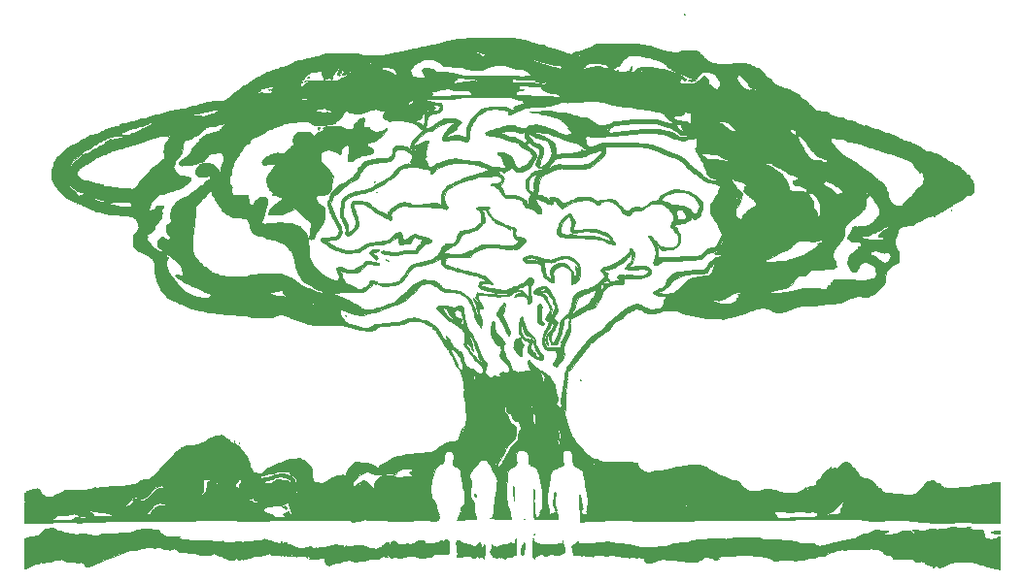
<source format=gbr>
G04 #@! TF.GenerationSoftware,KiCad,Pcbnew,(5.1.4)-1*
G04 #@! TF.CreationDate,2019-09-24T21:19:54-07:00*
G04 #@! TF.ProjectId,blacker-cannon-cards,626c6163-6b65-4722-9d63-616e6e6f6e2d,rev?*
G04 #@! TF.SameCoordinates,Original*
G04 #@! TF.FileFunction,Soldermask,Bot*
G04 #@! TF.FilePolarity,Negative*
%FSLAX46Y46*%
G04 Gerber Fmt 4.6, Leading zero omitted, Abs format (unit mm)*
G04 Created by KiCad (PCBNEW (5.1.4)-1) date 2019-09-24 21:19:54*
%MOMM*%
%LPD*%
G04 APERTURE LIST*
%ADD10C,0.010000*%
G04 APERTURE END LIST*
D10*
G36*
X80682568Y-67866548D02*
G01*
X80676408Y-67893227D01*
X80652651Y-67896466D01*
X80615712Y-67880046D01*
X80622733Y-67866548D01*
X80675991Y-67861178D01*
X80682568Y-67866548D01*
X80682568Y-67866548D01*
G37*
X80682568Y-67866548D02*
X80676408Y-67893227D01*
X80652651Y-67896466D01*
X80615712Y-67880046D01*
X80622733Y-67866548D01*
X80675991Y-67861178D01*
X80682568Y-67866548D01*
G36*
X100667492Y-63924911D02*
G01*
X100645053Y-63947349D01*
X100622615Y-63924911D01*
X100645053Y-63902473D01*
X100667492Y-63924911D01*
X100667492Y-63924911D01*
G37*
X100667492Y-63924911D02*
X100645053Y-63947349D01*
X100622615Y-63924911D01*
X100645053Y-63902473D01*
X100667492Y-63924911D01*
G36*
X102910099Y-57384759D02*
G01*
X102911308Y-57395406D01*
X102874780Y-57434790D01*
X102841345Y-57440282D01*
X102794895Y-57418527D01*
X102799117Y-57395406D01*
X102856489Y-57352241D01*
X102869080Y-57350530D01*
X102910099Y-57384759D01*
X102910099Y-57384759D01*
G37*
X102910099Y-57384759D02*
X102911308Y-57395406D01*
X102874780Y-57434790D01*
X102841345Y-57440282D01*
X102794895Y-57418527D01*
X102799117Y-57395406D01*
X102856489Y-57352241D01*
X102869080Y-57350530D01*
X102910099Y-57384759D01*
G36*
X77466431Y-57642226D02*
G01*
X77443993Y-57664664D01*
X77421555Y-57642226D01*
X77443993Y-57619788D01*
X77466431Y-57642226D01*
X77466431Y-57642226D01*
G37*
X77466431Y-57642226D02*
X77443993Y-57664664D01*
X77421555Y-57642226D01*
X77443993Y-57619788D01*
X77466431Y-57642226D01*
G36*
X74814197Y-57795117D02*
G01*
X74818728Y-57818441D01*
X74780979Y-57876700D01*
X74725236Y-57889046D01*
X74656841Y-57867606D01*
X74650421Y-57832950D01*
X74698709Y-57777071D01*
X74766566Y-57763317D01*
X74814197Y-57795117D01*
X74814197Y-57795117D01*
G37*
X74814197Y-57795117D02*
X74818728Y-57818441D01*
X74780979Y-57876700D01*
X74725236Y-57889046D01*
X74656841Y-57867606D01*
X74650421Y-57832950D01*
X74698709Y-57777071D01*
X74766566Y-57763317D01*
X74814197Y-57795117D01*
G36*
X76150059Y-57993757D02*
G01*
X76143899Y-58020436D01*
X76120142Y-58023674D01*
X76083203Y-58007255D01*
X76090224Y-57993757D01*
X76143482Y-57988386D01*
X76150059Y-57993757D01*
X76150059Y-57993757D01*
G37*
X76150059Y-57993757D02*
X76143899Y-58020436D01*
X76120142Y-58023674D01*
X76083203Y-58007255D01*
X76090224Y-57993757D01*
X76143482Y-57988386D01*
X76150059Y-57993757D01*
G36*
X74684099Y-58135865D02*
G01*
X74661661Y-58158303D01*
X74639223Y-58135865D01*
X74661661Y-58113427D01*
X74684099Y-58135865D01*
X74684099Y-58135865D01*
G37*
X74684099Y-58135865D02*
X74661661Y-58158303D01*
X74639223Y-58135865D01*
X74661661Y-58113427D01*
X74684099Y-58135865D01*
G36*
X74570111Y-58124911D02*
G01*
X74525018Y-58160950D01*
X74488245Y-58181018D01*
X74377473Y-58234768D01*
X74338403Y-58241432D01*
X74366322Y-58200997D01*
X74385992Y-58180742D01*
X74478921Y-58124722D01*
X74535046Y-58113704D01*
X74570111Y-58124911D01*
X74570111Y-58124911D01*
G37*
X74570111Y-58124911D02*
X74525018Y-58160950D01*
X74488245Y-58181018D01*
X74377473Y-58234768D01*
X74338403Y-58241432D01*
X74366322Y-58200997D01*
X74385992Y-58180742D01*
X74478921Y-58124722D01*
X74535046Y-58113704D01*
X74570111Y-58124911D01*
G36*
X71318375Y-58898763D02*
G01*
X71361186Y-58939089D01*
X71363251Y-58946288D01*
X71328531Y-58965563D01*
X71318375Y-58966077D01*
X71275223Y-58931579D01*
X71273499Y-58918553D01*
X71300992Y-58891751D01*
X71318375Y-58898763D01*
X71318375Y-58898763D01*
G37*
X71318375Y-58898763D02*
X71361186Y-58939089D01*
X71363251Y-58946288D01*
X71328531Y-58965563D01*
X71318375Y-58966077D01*
X71275223Y-58931579D01*
X71273499Y-58918553D01*
X71300992Y-58891751D01*
X71318375Y-58898763D01*
G36*
X100921791Y-62391637D02*
G01*
X100915631Y-62418316D01*
X100891873Y-62421554D01*
X100854935Y-62405135D01*
X100861956Y-62391637D01*
X100915213Y-62386266D01*
X100921791Y-62391637D01*
X100921791Y-62391637D01*
G37*
X100921791Y-62391637D02*
X100915631Y-62418316D01*
X100891873Y-62421554D01*
X100854935Y-62405135D01*
X100861956Y-62391637D01*
X100915213Y-62386266D01*
X100921791Y-62391637D01*
G36*
X72599426Y-76143872D02*
G01*
X72619339Y-76153469D01*
X72683459Y-76217408D01*
X72760494Y-76334945D01*
X72811539Y-76433946D01*
X72902504Y-76602891D01*
X73021961Y-76789079D01*
X73106635Y-76904068D01*
X73223521Y-77062192D01*
X73280451Y-77173181D01*
X73282216Y-77252053D01*
X73236587Y-77311392D01*
X73087265Y-77378534D01*
X72897163Y-77370882D01*
X72754417Y-77324976D01*
X72591164Y-77272875D01*
X72365619Y-77222561D01*
X72105192Y-77178824D01*
X71837293Y-77146454D01*
X71654947Y-77132864D01*
X71504385Y-77105908D01*
X71370759Y-77051757D01*
X71356324Y-77042631D01*
X71263968Y-76986151D01*
X71204981Y-76961522D01*
X71203901Y-76961484D01*
X71129851Y-76933494D01*
X71013788Y-76861269D01*
X70878738Y-76762423D01*
X70747729Y-76654571D01*
X70726133Y-76633951D01*
X71116431Y-76633951D01*
X71284790Y-76708597D01*
X71461763Y-76770773D01*
X71702467Y-76832474D01*
X71981035Y-76888004D01*
X72271597Y-76931664D01*
X72328092Y-76938382D01*
X72500135Y-76964967D01*
X72656427Y-77000926D01*
X72731979Y-77026132D01*
X72842160Y-77066431D01*
X72879474Y-77057733D01*
X72849318Y-76994974D01*
X72815324Y-76947945D01*
X72713641Y-76844157D01*
X72604075Y-76764648D01*
X72519927Y-76702892D01*
X72511554Y-76650570D01*
X72523262Y-76633073D01*
X72551264Y-76546559D01*
X72545362Y-76476728D01*
X72487245Y-76400201D01*
X72390655Y-76377542D01*
X72292354Y-76413680D01*
X72265873Y-76439267D01*
X72193666Y-76475192D01*
X72049455Y-76507358D01*
X71850985Y-76531839D01*
X71845272Y-76532337D01*
X71644761Y-76552042D01*
X71454592Y-76574816D01*
X71311508Y-76596195D01*
X71295937Y-76599091D01*
X71116431Y-76633951D01*
X70726133Y-76633951D01*
X70643787Y-76555328D01*
X70597897Y-76497893D01*
X70546303Y-76391267D01*
X70553446Y-76326520D01*
X70626845Y-76299316D01*
X70774022Y-76305322D01*
X70901210Y-76323118D01*
X71170125Y-76348177D01*
X71433595Y-76331251D01*
X71721559Y-76268857D01*
X71934009Y-76202958D01*
X72204088Y-76131388D01*
X72430242Y-76111379D01*
X72599426Y-76143872D01*
X72599426Y-76143872D01*
G37*
X72599426Y-76143872D02*
X72619339Y-76153469D01*
X72683459Y-76217408D01*
X72760494Y-76334945D01*
X72811539Y-76433946D01*
X72902504Y-76602891D01*
X73021961Y-76789079D01*
X73106635Y-76904068D01*
X73223521Y-77062192D01*
X73280451Y-77173181D01*
X73282216Y-77252053D01*
X73236587Y-77311392D01*
X73087265Y-77378534D01*
X72897163Y-77370882D01*
X72754417Y-77324976D01*
X72591164Y-77272875D01*
X72365619Y-77222561D01*
X72105192Y-77178824D01*
X71837293Y-77146454D01*
X71654947Y-77132864D01*
X71504385Y-77105908D01*
X71370759Y-77051757D01*
X71356324Y-77042631D01*
X71263968Y-76986151D01*
X71204981Y-76961522D01*
X71203901Y-76961484D01*
X71129851Y-76933494D01*
X71013788Y-76861269D01*
X70878738Y-76762423D01*
X70747729Y-76654571D01*
X70726133Y-76633951D01*
X71116431Y-76633951D01*
X71284790Y-76708597D01*
X71461763Y-76770773D01*
X71702467Y-76832474D01*
X71981035Y-76888004D01*
X72271597Y-76931664D01*
X72328092Y-76938382D01*
X72500135Y-76964967D01*
X72656427Y-77000926D01*
X72731979Y-77026132D01*
X72842160Y-77066431D01*
X72879474Y-77057733D01*
X72849318Y-76994974D01*
X72815324Y-76947945D01*
X72713641Y-76844157D01*
X72604075Y-76764648D01*
X72519927Y-76702892D01*
X72511554Y-76650570D01*
X72523262Y-76633073D01*
X72551264Y-76546559D01*
X72545362Y-76476728D01*
X72487245Y-76400201D01*
X72390655Y-76377542D01*
X72292354Y-76413680D01*
X72265873Y-76439267D01*
X72193666Y-76475192D01*
X72049455Y-76507358D01*
X71850985Y-76531839D01*
X71845272Y-76532337D01*
X71644761Y-76552042D01*
X71454592Y-76574816D01*
X71311508Y-76596195D01*
X71295937Y-76599091D01*
X71116431Y-76633951D01*
X70726133Y-76633951D01*
X70643787Y-76555328D01*
X70597897Y-76497893D01*
X70546303Y-76391267D01*
X70553446Y-76326520D01*
X70626845Y-76299316D01*
X70774022Y-76305322D01*
X70901210Y-76323118D01*
X71170125Y-76348177D01*
X71433595Y-76331251D01*
X71721559Y-76268857D01*
X71934009Y-76202958D01*
X72204088Y-76131388D01*
X72430242Y-76111379D01*
X72599426Y-76143872D01*
G36*
X119336043Y-93588162D02*
G01*
X119313605Y-93610600D01*
X119291166Y-93588162D01*
X119313605Y-93565724D01*
X119336043Y-93588162D01*
X119336043Y-93588162D01*
G37*
X119336043Y-93588162D02*
X119313605Y-93610600D01*
X119291166Y-93588162D01*
X119313605Y-93565724D01*
X119336043Y-93588162D01*
G36*
X131273145Y-94548917D02*
G01*
X131308056Y-94603885D01*
X131393492Y-94672117D01*
X131407355Y-94680817D01*
X131541566Y-94762435D01*
X131318703Y-94866818D01*
X131097542Y-94993629D01*
X130961416Y-95128617D01*
X130906850Y-95266962D01*
X130862935Y-95359084D01*
X130808553Y-95387078D01*
X130753867Y-95382401D01*
X130742276Y-95330328D01*
X130754122Y-95256511D01*
X130780011Y-95115802D01*
X130797821Y-95001766D01*
X130811417Y-94904571D01*
X130818595Y-94858942D01*
X130860654Y-94823150D01*
X130924452Y-94796548D01*
X131020165Y-94743304D01*
X131128641Y-94652441D01*
X131148833Y-94631711D01*
X131224849Y-94560902D01*
X131268804Y-94540412D01*
X131273145Y-94548917D01*
X131273145Y-94548917D01*
G37*
X131273145Y-94548917D02*
X131308056Y-94603885D01*
X131393492Y-94672117D01*
X131407355Y-94680817D01*
X131541566Y-94762435D01*
X131318703Y-94866818D01*
X131097542Y-94993629D01*
X130961416Y-95128617D01*
X130906850Y-95266962D01*
X130862935Y-95359084D01*
X130808553Y-95387078D01*
X130753867Y-95382401D01*
X130742276Y-95330328D01*
X130754122Y-95256511D01*
X130780011Y-95115802D01*
X130797821Y-95001766D01*
X130811417Y-94904571D01*
X130818595Y-94858942D01*
X130860654Y-94823150D01*
X130924452Y-94796548D01*
X131020165Y-94743304D01*
X131128641Y-94652441D01*
X131148833Y-94631711D01*
X131224849Y-94560902D01*
X131268804Y-94540412D01*
X131273145Y-94548917D01*
G36*
X130459308Y-95515704D02*
G01*
X130417726Y-95638588D01*
X130399813Y-95680978D01*
X130334255Y-95831978D01*
X130332499Y-95691625D01*
X130351576Y-95574477D01*
X130398057Y-95495406D01*
X130452751Y-95467857D01*
X130459308Y-95515704D01*
X130459308Y-95515704D01*
G37*
X130459308Y-95515704D02*
X130417726Y-95638588D01*
X130399813Y-95680978D01*
X130334255Y-95831978D01*
X130332499Y-95691625D01*
X130351576Y-95574477D01*
X130398057Y-95495406D01*
X130452751Y-95467857D01*
X130459308Y-95515704D01*
G36*
X131797513Y-95107288D02*
G01*
X131803411Y-95167872D01*
X131771062Y-95266850D01*
X131716407Y-95371068D01*
X131655387Y-95447373D01*
X131625370Y-95465307D01*
X131550559Y-95518999D01*
X131487912Y-95614332D01*
X131417683Y-95743221D01*
X131345089Y-95830537D01*
X131298789Y-95854417D01*
X131279693Y-95815827D01*
X131273145Y-95738998D01*
X131304670Y-95599155D01*
X131385397Y-95436088D01*
X131494558Y-95282782D01*
X131611386Y-95172220D01*
X131641476Y-95154014D01*
X131737823Y-95113197D01*
X131795038Y-95105591D01*
X131797513Y-95107288D01*
X131797513Y-95107288D01*
G37*
X131797513Y-95107288D02*
X131803411Y-95167872D01*
X131771062Y-95266850D01*
X131716407Y-95371068D01*
X131655387Y-95447373D01*
X131625370Y-95465307D01*
X131550559Y-95518999D01*
X131487912Y-95614332D01*
X131417683Y-95743221D01*
X131345089Y-95830537D01*
X131298789Y-95854417D01*
X131279693Y-95815827D01*
X131273145Y-95738998D01*
X131304670Y-95599155D01*
X131385397Y-95436088D01*
X131494558Y-95282782D01*
X131611386Y-95172220D01*
X131641476Y-95154014D01*
X131737823Y-95113197D01*
X131795038Y-95105591D01*
X131797513Y-95107288D01*
G36*
X130649585Y-95667837D02*
G01*
X130671463Y-95763162D01*
X130664753Y-95813685D01*
X130615019Y-95844997D01*
X130547349Y-95855068D01*
X130510424Y-95837213D01*
X130510248Y-95834900D01*
X130524922Y-95783611D01*
X130559746Y-95689052D01*
X130609243Y-95562720D01*
X130649585Y-95667837D01*
X130649585Y-95667837D01*
G37*
X130649585Y-95667837D02*
X130671463Y-95763162D01*
X130664753Y-95813685D01*
X130615019Y-95844997D01*
X130547349Y-95855068D01*
X130510424Y-95837213D01*
X130510248Y-95834900D01*
X130524922Y-95783611D01*
X130559746Y-95689052D01*
X130609243Y-95562720D01*
X130649585Y-95667837D01*
G36*
X130937555Y-94423755D02*
G01*
X131021464Y-94446375D01*
X131035176Y-94453903D01*
X131065996Y-94509662D01*
X131009597Y-94581087D01*
X130881237Y-94659692D01*
X130748970Y-94762959D01*
X130647453Y-94906114D01*
X130600785Y-95053767D01*
X130600000Y-95072654D01*
X130568923Y-95141631D01*
X130488263Y-95244070D01*
X130398057Y-95336058D01*
X130275081Y-95463218D01*
X130212739Y-95566074D01*
X130196113Y-95664180D01*
X130181048Y-95772262D01*
X130144808Y-95835951D01*
X130144643Y-95836054D01*
X130114331Y-95829435D01*
X130108922Y-95750045D01*
X130116193Y-95670416D01*
X130146833Y-95533172D01*
X130206620Y-95352042D01*
X130283503Y-95162880D01*
X130295952Y-95135627D01*
X130373226Y-94965703D01*
X130437886Y-94816965D01*
X130478400Y-94716112D01*
X130483302Y-94701833D01*
X130545268Y-94619470D01*
X130650076Y-94557915D01*
X130734882Y-94513401D01*
X130759651Y-94468315D01*
X130757785Y-94464412D01*
X130772945Y-94434015D01*
X130843791Y-94420049D01*
X130937555Y-94423755D01*
X130937555Y-94423755D01*
G37*
X130937555Y-94423755D02*
X131021464Y-94446375D01*
X131035176Y-94453903D01*
X131065996Y-94509662D01*
X131009597Y-94581087D01*
X130881237Y-94659692D01*
X130748970Y-94762959D01*
X130647453Y-94906114D01*
X130600785Y-95053767D01*
X130600000Y-95072654D01*
X130568923Y-95141631D01*
X130488263Y-95244070D01*
X130398057Y-95336058D01*
X130275081Y-95463218D01*
X130212739Y-95566074D01*
X130196113Y-95664180D01*
X130181048Y-95772262D01*
X130144808Y-95835951D01*
X130144643Y-95836054D01*
X130114331Y-95829435D01*
X130108922Y-95750045D01*
X130116193Y-95670416D01*
X130146833Y-95533172D01*
X130206620Y-95352042D01*
X130283503Y-95162880D01*
X130295952Y-95135627D01*
X130373226Y-94965703D01*
X130437886Y-94816965D01*
X130478400Y-94716112D01*
X130483302Y-94701833D01*
X130545268Y-94619470D01*
X130650076Y-94557915D01*
X130734882Y-94513401D01*
X130759651Y-94468315D01*
X130757785Y-94464412D01*
X130772945Y-94434015D01*
X130843791Y-94420049D01*
X130937555Y-94423755D01*
G36*
X53752586Y-94734280D02*
G01*
X53865948Y-94786849D01*
X53961863Y-94854863D01*
X54014760Y-94924447D01*
X54011924Y-94967614D01*
X53988978Y-94991732D01*
X53945327Y-94993733D01*
X53854593Y-94971893D01*
X53788595Y-94953022D01*
X53660521Y-94897334D01*
X53579037Y-94826181D01*
X53560341Y-94756468D01*
X53575807Y-94730977D01*
X53647348Y-94711031D01*
X53752586Y-94734280D01*
X53752586Y-94734280D01*
G37*
X53752586Y-94734280D02*
X53865948Y-94786849D01*
X53961863Y-94854863D01*
X54014760Y-94924447D01*
X54011924Y-94967614D01*
X53988978Y-94991732D01*
X53945327Y-94993733D01*
X53854593Y-94971893D01*
X53788595Y-94953022D01*
X53660521Y-94897334D01*
X53579037Y-94826181D01*
X53560341Y-94756468D01*
X53575807Y-94730977D01*
X53647348Y-94711031D01*
X53752586Y-94734280D01*
G36*
X66416124Y-90721425D02*
G01*
X66496202Y-90803403D01*
X66487134Y-90891208D01*
X66389225Y-90983331D01*
X66359164Y-91002050D01*
X66227185Y-91073413D01*
X66156960Y-91091041D01*
X66138122Y-91054624D01*
X66150260Y-90995775D01*
X66199250Y-90882178D01*
X66259057Y-90783150D01*
X66326385Y-90709427D01*
X66387451Y-90706108D01*
X66416124Y-90721425D01*
X66416124Y-90721425D01*
G37*
X66416124Y-90721425D02*
X66496202Y-90803403D01*
X66487134Y-90891208D01*
X66389225Y-90983331D01*
X66359164Y-91002050D01*
X66227185Y-91073413D01*
X66156960Y-91091041D01*
X66138122Y-91054624D01*
X66150260Y-90995775D01*
X66199250Y-90882178D01*
X66259057Y-90783150D01*
X66326385Y-90709427D01*
X66387451Y-90706108D01*
X66416124Y-90721425D01*
G36*
X63415695Y-91832432D02*
G01*
X63397704Y-91849892D01*
X63366272Y-91913411D01*
X63348953Y-92024923D01*
X63348326Y-92039929D01*
X63339040Y-92297866D01*
X63325670Y-92482369D01*
X63304153Y-92609756D01*
X63270425Y-92696344D01*
X63220422Y-92758451D01*
X63157152Y-92807586D01*
X63039914Y-92872543D01*
X62938408Y-92903954D01*
X62920581Y-92904472D01*
X62862195Y-92916477D01*
X62860866Y-92940171D01*
X62854643Y-92979537D01*
X62839398Y-92982332D01*
X62793661Y-92953365D01*
X62791873Y-92942585D01*
X62810914Y-92877848D01*
X62856714Y-92777857D01*
X62856891Y-92777517D01*
X62895814Y-92679326D01*
X62899592Y-92616137D01*
X62899119Y-92615320D01*
X62913128Y-92582962D01*
X62941491Y-92578445D01*
X63013983Y-92538868D01*
X63053132Y-92418812D01*
X63061131Y-92284640D01*
X63087615Y-92169322D01*
X63154468Y-92038327D01*
X63242790Y-91918480D01*
X63333682Y-91836606D01*
X63391133Y-91816234D01*
X63415695Y-91832432D01*
X63415695Y-91832432D01*
G37*
X63415695Y-91832432D02*
X63397704Y-91849892D01*
X63366272Y-91913411D01*
X63348953Y-92024923D01*
X63348326Y-92039929D01*
X63339040Y-92297866D01*
X63325670Y-92482369D01*
X63304153Y-92609756D01*
X63270425Y-92696344D01*
X63220422Y-92758451D01*
X63157152Y-92807586D01*
X63039914Y-92872543D01*
X62938408Y-92903954D01*
X62920581Y-92904472D01*
X62862195Y-92916477D01*
X62860866Y-92940171D01*
X62854643Y-92979537D01*
X62839398Y-92982332D01*
X62793661Y-92953365D01*
X62791873Y-92942585D01*
X62810914Y-92877848D01*
X62856714Y-92777857D01*
X62856891Y-92777517D01*
X62895814Y-92679326D01*
X62899592Y-92616137D01*
X62899119Y-92615320D01*
X62913128Y-92582962D01*
X62941491Y-92578445D01*
X63013983Y-92538868D01*
X63053132Y-92418812D01*
X63061131Y-92284640D01*
X63087615Y-92169322D01*
X63154468Y-92038327D01*
X63242790Y-91918480D01*
X63333682Y-91836606D01*
X63391133Y-91816234D01*
X63415695Y-91832432D01*
G36*
X72705998Y-95259805D02*
G01*
X72746646Y-95305462D01*
X72799294Y-95315901D01*
X72874862Y-95348085D01*
X72889046Y-95400419D01*
X72854878Y-95473102D01*
X72778987Y-95512293D01*
X72701300Y-95503332D01*
X72675778Y-95478729D01*
X72611939Y-95420861D01*
X72530036Y-95373749D01*
X72417845Y-95321975D01*
X72537515Y-95318938D01*
X72634381Y-95297838D01*
X72679820Y-95259805D01*
X72700096Y-95226735D01*
X72705998Y-95259805D01*
X72705998Y-95259805D01*
G37*
X72705998Y-95259805D02*
X72746646Y-95305462D01*
X72799294Y-95315901D01*
X72874862Y-95348085D01*
X72889046Y-95400419D01*
X72854878Y-95473102D01*
X72778987Y-95512293D01*
X72701300Y-95503332D01*
X72675778Y-95478729D01*
X72611939Y-95420861D01*
X72530036Y-95373749D01*
X72417845Y-95321975D01*
X72537515Y-95318938D01*
X72634381Y-95297838D01*
X72679820Y-95259805D01*
X72700096Y-95226735D01*
X72705998Y-95259805D01*
G36*
X63802570Y-95979784D02*
G01*
X63975332Y-95996724D01*
X64130165Y-96024224D01*
X64243766Y-96059048D01*
X64292834Y-96097958D01*
X64293278Y-96101236D01*
X64253674Y-96129212D01*
X64148737Y-96156765D01*
X64025972Y-96174899D01*
X63885622Y-96186570D01*
X63708774Y-96196595D01*
X63516449Y-96204407D01*
X63329669Y-96209440D01*
X63169456Y-96211128D01*
X63056832Y-96208903D01*
X63012821Y-96202208D01*
X62992250Y-96094497D01*
X63028248Y-96045315D01*
X63130208Y-96033922D01*
X63269230Y-96024646D01*
X63437884Y-96001372D01*
X63496466Y-95990536D01*
X63635180Y-95976643D01*
X63802570Y-95979784D01*
X63802570Y-95979784D01*
G37*
X63802570Y-95979784D02*
X63975332Y-95996724D01*
X64130165Y-96024224D01*
X64243766Y-96059048D01*
X64292834Y-96097958D01*
X64293278Y-96101236D01*
X64253674Y-96129212D01*
X64148737Y-96156765D01*
X64025972Y-96174899D01*
X63885622Y-96186570D01*
X63708774Y-96196595D01*
X63516449Y-96204407D01*
X63329669Y-96209440D01*
X63169456Y-96211128D01*
X63056832Y-96208903D01*
X63012821Y-96202208D01*
X62992250Y-96094497D01*
X63028248Y-96045315D01*
X63130208Y-96033922D01*
X63269230Y-96024646D01*
X63437884Y-96001372D01*
X63496466Y-95990536D01*
X63635180Y-95976643D01*
X63802570Y-95979784D01*
G36*
X107533569Y-52346819D02*
G01*
X107511131Y-52369258D01*
X107488693Y-52346819D01*
X107511131Y-52324381D01*
X107533569Y-52346819D01*
X107533569Y-52346819D01*
G37*
X107533569Y-52346819D02*
X107511131Y-52369258D01*
X107488693Y-52346819D01*
X107511131Y-52324381D01*
X107533569Y-52346819D01*
G36*
X89347847Y-55258931D02*
G01*
X89572936Y-55297582D01*
X89692965Y-55325143D01*
X89880930Y-55368029D01*
X90042261Y-55401065D01*
X90152492Y-55419406D01*
X90179690Y-55421570D01*
X90277267Y-55456881D01*
X90379873Y-55543605D01*
X90457222Y-55650640D01*
X90480566Y-55730543D01*
X90441116Y-55819122D01*
X90338232Y-55917087D01*
X90195116Y-56010370D01*
X90034968Y-56084904D01*
X89880988Y-56126620D01*
X89820232Y-56130943D01*
X89699513Y-56125227D01*
X89623391Y-56114034D01*
X89613462Y-56109457D01*
X89563891Y-56100791D01*
X89442583Y-56090993D01*
X89267524Y-56081239D01*
X89056700Y-56072707D01*
X89046719Y-56072372D01*
X88750285Y-56055888D01*
X88540193Y-56026239D01*
X88413476Y-55979205D01*
X88367169Y-55910565D01*
X88398308Y-55816099D01*
X88495550Y-55701460D01*
X88987709Y-55701460D01*
X88994350Y-55716555D01*
X89074262Y-55710242D01*
X89127241Y-55703308D01*
X89311670Y-55702413D01*
X89504717Y-55739146D01*
X89675210Y-55804343D01*
X89791981Y-55888834D01*
X89802396Y-55901858D01*
X89866377Y-55978007D01*
X89922829Y-55993675D01*
X89999901Y-55948159D01*
X90062957Y-55895339D01*
X90121191Y-55844869D01*
X90149450Y-55809135D01*
X90136699Y-55781203D01*
X90071905Y-55754140D01*
X89944032Y-55721011D01*
X89742048Y-55674884D01*
X89695230Y-55664270D01*
X89468381Y-55616294D01*
X89307739Y-55593356D01*
X89193366Y-55595299D01*
X89105326Y-55621963D01*
X89043165Y-55659080D01*
X88987709Y-55701460D01*
X88495550Y-55701460D01*
X88503927Y-55691585D01*
X88672620Y-55539883D01*
X88858436Y-55393625D01*
X89015986Y-55301609D01*
X89170660Y-55258492D01*
X89347847Y-55258931D01*
X89347847Y-55258931D01*
G37*
X89347847Y-55258931D02*
X89572936Y-55297582D01*
X89692965Y-55325143D01*
X89880930Y-55368029D01*
X90042261Y-55401065D01*
X90152492Y-55419406D01*
X90179690Y-55421570D01*
X90277267Y-55456881D01*
X90379873Y-55543605D01*
X90457222Y-55650640D01*
X90480566Y-55730543D01*
X90441116Y-55819122D01*
X90338232Y-55917087D01*
X90195116Y-56010370D01*
X90034968Y-56084904D01*
X89880988Y-56126620D01*
X89820232Y-56130943D01*
X89699513Y-56125227D01*
X89623391Y-56114034D01*
X89613462Y-56109457D01*
X89563891Y-56100791D01*
X89442583Y-56090993D01*
X89267524Y-56081239D01*
X89056700Y-56072707D01*
X89046719Y-56072372D01*
X88750285Y-56055888D01*
X88540193Y-56026239D01*
X88413476Y-55979205D01*
X88367169Y-55910565D01*
X88398308Y-55816099D01*
X88495550Y-55701460D01*
X88987709Y-55701460D01*
X88994350Y-55716555D01*
X89074262Y-55710242D01*
X89127241Y-55703308D01*
X89311670Y-55702413D01*
X89504717Y-55739146D01*
X89675210Y-55804343D01*
X89791981Y-55888834D01*
X89802396Y-55901858D01*
X89866377Y-55978007D01*
X89922829Y-55993675D01*
X89999901Y-55948159D01*
X90062957Y-55895339D01*
X90121191Y-55844869D01*
X90149450Y-55809135D01*
X90136699Y-55781203D01*
X90071905Y-55754140D01*
X89944032Y-55721011D01*
X89742048Y-55674884D01*
X89695230Y-55664270D01*
X89468381Y-55616294D01*
X89307739Y-55593356D01*
X89193366Y-55595299D01*
X89105326Y-55621963D01*
X89043165Y-55659080D01*
X88987709Y-55701460D01*
X88495550Y-55701460D01*
X88503927Y-55691585D01*
X88672620Y-55539883D01*
X88858436Y-55393625D01*
X89015986Y-55301609D01*
X89170660Y-55258492D01*
X89347847Y-55258931D01*
G36*
X104736278Y-57365488D02*
G01*
X104730118Y-57392167D01*
X104706361Y-57395406D01*
X104669422Y-57378986D01*
X104676443Y-57365488D01*
X104729701Y-57360118D01*
X104736278Y-57365488D01*
X104736278Y-57365488D01*
G37*
X104736278Y-57365488D02*
X104730118Y-57392167D01*
X104706361Y-57395406D01*
X104669422Y-57378986D01*
X104676443Y-57365488D01*
X104729701Y-57360118D01*
X104736278Y-57365488D01*
G36*
X93834290Y-55888835D02*
G01*
X94081413Y-55907784D01*
X94314703Y-55938239D01*
X94513763Y-55979119D01*
X94658199Y-56029341D01*
X94663054Y-56031786D01*
X94800109Y-56078787D01*
X94915451Y-56093993D01*
X95040230Y-56109784D01*
X95193768Y-56149289D01*
X95243033Y-56166043D01*
X95630044Y-56291604D01*
X96004498Y-56375173D01*
X96405800Y-56424458D01*
X96639693Y-56439167D01*
X96910465Y-56455184D01*
X97101431Y-56476547D01*
X97222527Y-56507222D01*
X97283688Y-56551177D01*
X97294851Y-56612379D01*
X97268184Y-56690134D01*
X97218324Y-56804350D01*
X97166841Y-56933931D01*
X97106560Y-57040370D01*
X97033706Y-57103115D01*
X97028732Y-57104909D01*
X96948504Y-57155103D01*
X96850233Y-57248060D01*
X96820395Y-57282321D01*
X96684547Y-57406210D01*
X96543857Y-57465566D01*
X96418446Y-57452523D01*
X96404241Y-57445056D01*
X96319995Y-57414211D01*
X96188562Y-57383820D01*
X96134983Y-57374672D01*
X95902984Y-57324527D01*
X95636123Y-57237413D01*
X95316059Y-57107207D01*
X95259894Y-57082502D01*
X95063526Y-56999387D01*
X94841094Y-56911023D01*
X94698940Y-56857783D01*
X94544358Y-56799165D01*
X94420938Y-56747202D01*
X94356080Y-56713550D01*
X94247882Y-56653515D01*
X94084253Y-56586678D01*
X93897767Y-56523851D01*
X93720999Y-56475847D01*
X93586524Y-56453480D01*
X93571171Y-56453003D01*
X93455546Y-56443377D01*
X93384275Y-56419603D01*
X93378330Y-56413372D01*
X93323696Y-56386727D01*
X93207876Y-56358975D01*
X93096391Y-56341575D01*
X92939097Y-56313649D01*
X92868515Y-56293317D01*
X94301267Y-56293317D01*
X94343559Y-56330466D01*
X94464715Y-56393170D01*
X94667668Y-56481140D01*
X94806158Y-56536640D01*
X95202147Y-56688191D01*
X95528842Y-56804348D01*
X95797818Y-56888649D01*
X96020650Y-56944631D01*
X96208914Y-56975831D01*
X96259601Y-56980824D01*
X96410277Y-56999000D01*
X96521989Y-57023245D01*
X96566751Y-57045203D01*
X96630242Y-57075625D01*
X96723564Y-57059233D01*
X96806692Y-57005562D01*
X96823380Y-56984062D01*
X96846103Y-56889607D01*
X96788257Y-56818633D01*
X96657161Y-56776419D01*
X96522156Y-56766798D01*
X96211478Y-56748166D01*
X95866716Y-56691066D01*
X95471974Y-56592372D01*
X95170142Y-56500949D01*
X94862096Y-56406014D01*
X94618253Y-56338070D01*
X94441546Y-56296832D01*
X94334907Y-56282010D01*
X94301267Y-56293317D01*
X92868515Y-56293317D01*
X92808639Y-56276069D01*
X92754073Y-56249962D01*
X92661975Y-56212119D01*
X92607039Y-56214370D01*
X92555762Y-56201883D01*
X92544877Y-56146899D01*
X92557845Y-56093022D01*
X92610260Y-56058934D01*
X92722390Y-56035012D01*
X92802916Y-56024370D01*
X92953210Y-56000132D01*
X93070024Y-55970367D01*
X93115373Y-55949723D01*
X93213875Y-55911835D01*
X93380125Y-55889779D01*
X93593728Y-55882472D01*
X93834290Y-55888835D01*
X93834290Y-55888835D01*
G37*
X93834290Y-55888835D02*
X94081413Y-55907784D01*
X94314703Y-55938239D01*
X94513763Y-55979119D01*
X94658199Y-56029341D01*
X94663054Y-56031786D01*
X94800109Y-56078787D01*
X94915451Y-56093993D01*
X95040230Y-56109784D01*
X95193768Y-56149289D01*
X95243033Y-56166043D01*
X95630044Y-56291604D01*
X96004498Y-56375173D01*
X96405800Y-56424458D01*
X96639693Y-56439167D01*
X96910465Y-56455184D01*
X97101431Y-56476547D01*
X97222527Y-56507222D01*
X97283688Y-56551177D01*
X97294851Y-56612379D01*
X97268184Y-56690134D01*
X97218324Y-56804350D01*
X97166841Y-56933931D01*
X97106560Y-57040370D01*
X97033706Y-57103115D01*
X97028732Y-57104909D01*
X96948504Y-57155103D01*
X96850233Y-57248060D01*
X96820395Y-57282321D01*
X96684547Y-57406210D01*
X96543857Y-57465566D01*
X96418446Y-57452523D01*
X96404241Y-57445056D01*
X96319995Y-57414211D01*
X96188562Y-57383820D01*
X96134983Y-57374672D01*
X95902984Y-57324527D01*
X95636123Y-57237413D01*
X95316059Y-57107207D01*
X95259894Y-57082502D01*
X95063526Y-56999387D01*
X94841094Y-56911023D01*
X94698940Y-56857783D01*
X94544358Y-56799165D01*
X94420938Y-56747202D01*
X94356080Y-56713550D01*
X94247882Y-56653515D01*
X94084253Y-56586678D01*
X93897767Y-56523851D01*
X93720999Y-56475847D01*
X93586524Y-56453480D01*
X93571171Y-56453003D01*
X93455546Y-56443377D01*
X93384275Y-56419603D01*
X93378330Y-56413372D01*
X93323696Y-56386727D01*
X93207876Y-56358975D01*
X93096391Y-56341575D01*
X92939097Y-56313649D01*
X92868515Y-56293317D01*
X94301267Y-56293317D01*
X94343559Y-56330466D01*
X94464715Y-56393170D01*
X94667668Y-56481140D01*
X94806158Y-56536640D01*
X95202147Y-56688191D01*
X95528842Y-56804348D01*
X95797818Y-56888649D01*
X96020650Y-56944631D01*
X96208914Y-56975831D01*
X96259601Y-56980824D01*
X96410277Y-56999000D01*
X96521989Y-57023245D01*
X96566751Y-57045203D01*
X96630242Y-57075625D01*
X96723564Y-57059233D01*
X96806692Y-57005562D01*
X96823380Y-56984062D01*
X96846103Y-56889607D01*
X96788257Y-56818633D01*
X96657161Y-56776419D01*
X96522156Y-56766798D01*
X96211478Y-56748166D01*
X95866716Y-56691066D01*
X95471974Y-56592372D01*
X95170142Y-56500949D01*
X94862096Y-56406014D01*
X94618253Y-56338070D01*
X94441546Y-56296832D01*
X94334907Y-56282010D01*
X94301267Y-56293317D01*
X92868515Y-56293317D01*
X92808639Y-56276069D01*
X92754073Y-56249962D01*
X92661975Y-56212119D01*
X92607039Y-56214370D01*
X92555762Y-56201883D01*
X92544877Y-56146899D01*
X92557845Y-56093022D01*
X92610260Y-56058934D01*
X92722390Y-56035012D01*
X92802916Y-56024370D01*
X92953210Y-56000132D01*
X93070024Y-55970367D01*
X93115373Y-55949723D01*
X93213875Y-55911835D01*
X93380125Y-55889779D01*
X93593728Y-55882472D01*
X93834290Y-55888835D01*
G36*
X85615500Y-56007779D02*
G01*
X85857317Y-56093401D01*
X85987442Y-56166584D01*
X86160242Y-56272787D01*
X86345218Y-56393058D01*
X86409288Y-56436403D01*
X86576149Y-56545566D01*
X86727735Y-56635692D01*
X86840753Y-56693302D01*
X86874118Y-56705363D01*
X86992438Y-56718932D01*
X87153608Y-56717760D01*
X87327922Y-56704531D01*
X87485676Y-56681927D01*
X87597162Y-56652630D01*
X87624827Y-56637564D01*
X87720117Y-56612241D01*
X87894844Y-56628425D01*
X88148879Y-56686092D01*
X88482093Y-56785218D01*
X88591775Y-56821136D01*
X88839631Y-56897093D01*
X89045851Y-56941930D01*
X89250003Y-56962743D01*
X89403534Y-56966773D01*
X89601501Y-56964610D01*
X89740382Y-56951007D01*
X89850701Y-56919611D01*
X89962980Y-56864068D01*
X90000246Y-56842548D01*
X90406122Y-56655144D01*
X90850212Y-56544209D01*
X91322635Y-56510434D01*
X91813510Y-56554508D01*
X92312958Y-56677123D01*
X92322824Y-56680334D01*
X92611732Y-56748633D01*
X92977621Y-56790809D01*
X93105831Y-56798389D01*
X93359566Y-56815051D01*
X93531012Y-56837612D01*
X93627506Y-56867231D01*
X93649285Y-56884207D01*
X93718218Y-56949441D01*
X93824481Y-57030226D01*
X93939040Y-57106752D01*
X94032860Y-57159208D01*
X94069644Y-57171024D01*
X94132029Y-57188488D01*
X94258763Y-57236117D01*
X94432564Y-57306767D01*
X94636148Y-57393297D01*
X94852235Y-57488561D01*
X94994348Y-57553232D01*
X95140970Y-57631662D01*
X95255000Y-57712374D01*
X95308482Y-57772915D01*
X95372787Y-57847864D01*
X95486811Y-57927332D01*
X95542075Y-57955957D01*
X95666430Y-58025410D01*
X95718679Y-58090308D01*
X95721553Y-58135463D01*
X95692771Y-58198512D01*
X95614721Y-58216735D01*
X95565323Y-58214573D01*
X95457979Y-58219524D01*
X95395455Y-58246693D01*
X95394416Y-58248230D01*
X95326843Y-58278789D01*
X95185593Y-58284734D01*
X94983225Y-58266341D01*
X94788693Y-58234842D01*
X94649377Y-58205033D01*
X94550151Y-58176945D01*
X94519435Y-58162133D01*
X94396413Y-58075896D01*
X94210713Y-58037679D01*
X93955244Y-58046133D01*
X93926637Y-58049368D01*
X93722587Y-58067127D01*
X93500218Y-58075983D01*
X93280439Y-58076369D01*
X93084158Y-58068717D01*
X92932283Y-58053459D01*
X92845723Y-58031027D01*
X92839432Y-58026884D01*
X92761026Y-57998979D01*
X92606530Y-57973669D01*
X92389581Y-57951263D01*
X92123814Y-57932073D01*
X91822864Y-57916409D01*
X91500366Y-57904581D01*
X91169954Y-57896900D01*
X90845265Y-57893675D01*
X90539932Y-57895219D01*
X90267592Y-57901839D01*
X90041879Y-57913849D01*
X89876429Y-57931557D01*
X89784876Y-57955274D01*
X89781429Y-57957265D01*
X89703144Y-57987991D01*
X89591605Y-57992911D01*
X89421497Y-57972831D01*
X89399980Y-57969429D01*
X89250188Y-57952451D01*
X89035591Y-57937424D01*
X88781134Y-57925673D01*
X88511762Y-57918516D01*
X88416255Y-57917322D01*
X88171250Y-57912529D01*
X87955044Y-57903171D01*
X87784928Y-57890390D01*
X87678194Y-57875329D01*
X87653357Y-57866896D01*
X87485418Y-57787991D01*
X87254869Y-57724311D01*
X86988345Y-57681534D01*
X86712478Y-57665337D01*
X86707880Y-57665325D01*
X86352015Y-57644341D01*
X86049622Y-57577465D01*
X85772859Y-57456795D01*
X85601614Y-57351286D01*
X85396355Y-57233310D01*
X85197902Y-57173526D01*
X84967678Y-57162044D01*
X84882244Y-57166863D01*
X84829832Y-57197133D01*
X84849161Y-57269674D01*
X84937311Y-57376946D01*
X84979130Y-57416968D01*
X85092915Y-57549305D01*
X85152076Y-57704505D01*
X85164321Y-57771877D01*
X85178929Y-57890028D01*
X85175594Y-57979280D01*
X85143862Y-58043837D01*
X85073278Y-58087903D01*
X84953387Y-58115680D01*
X84773735Y-58131373D01*
X84523868Y-58139184D01*
X84241681Y-58142834D01*
X83434856Y-58150985D01*
X83410419Y-58031234D01*
X83384612Y-57920958D01*
X83344453Y-57765767D01*
X83314850Y-57657490D01*
X83274326Y-57481939D01*
X83270498Y-57341403D01*
X83278187Y-57314607D01*
X83635950Y-57314607D01*
X83664079Y-57458511D01*
X83688311Y-57536016D01*
X83749350Y-57676048D01*
X83810198Y-57743576D01*
X83858954Y-57756441D01*
X83965179Y-57776437D01*
X84085689Y-57820110D01*
X84180642Y-57846589D01*
X84322448Y-57867065D01*
X84487673Y-57880615D01*
X84652882Y-57886319D01*
X84794639Y-57883256D01*
X84889511Y-57870503D01*
X84915901Y-57852748D01*
X84894267Y-57798520D01*
X84837559Y-57691304D01*
X84758349Y-57554810D01*
X84600797Y-57293168D01*
X84682010Y-57153563D01*
X84761493Y-57052869D01*
X84868225Y-57008190D01*
X84935352Y-56999669D01*
X85073328Y-57005706D01*
X85241820Y-57037579D01*
X85416666Y-57087381D01*
X85573700Y-57147201D01*
X85688760Y-57209133D01*
X85737009Y-57262044D01*
X85768441Y-57305476D01*
X85847144Y-57336287D01*
X85990120Y-57359671D01*
X86090776Y-57370180D01*
X86270588Y-57381977D01*
X86428449Y-57383484D01*
X86531760Y-57374452D01*
X86535507Y-57373571D01*
X86647558Y-57367370D01*
X86795069Y-57385283D01*
X86847050Y-57396866D01*
X87002724Y-57430483D01*
X87198550Y-57464635D01*
X87346588Y-57485890D01*
X87527102Y-57517440D01*
X87693380Y-57561088D01*
X87791766Y-57599304D01*
X87871059Y-57630387D01*
X87980438Y-57653062D01*
X88134826Y-57668856D01*
X88349148Y-57679299D01*
X88637052Y-57685900D01*
X88882669Y-57689803D01*
X89099504Y-57693296D01*
X89270320Y-57696100D01*
X89377886Y-57697932D01*
X89403534Y-57698416D01*
X89462553Y-57698299D01*
X89600824Y-57697311D01*
X89807851Y-57695550D01*
X90073137Y-57693112D01*
X90386187Y-57690093D01*
X90736506Y-57686590D01*
X91108834Y-57682749D01*
X91559218Y-57678666D01*
X91929477Y-57676920D01*
X92229218Y-57677758D01*
X92468044Y-57681428D01*
X92655560Y-57688179D01*
X92801370Y-57698258D01*
X92915079Y-57711914D01*
X93006293Y-57729394D01*
X93017330Y-57732042D01*
X93168506Y-57763754D01*
X93305356Y-57775965D01*
X93460970Y-57769082D01*
X93668437Y-57743516D01*
X93690475Y-57740357D01*
X93866588Y-57711249D01*
X94002249Y-57681791D01*
X94078008Y-57656562D01*
X94087348Y-57646975D01*
X94058922Y-57589832D01*
X93997422Y-57497960D01*
X93990549Y-57488586D01*
X93838226Y-57347526D01*
X93616720Y-57230939D01*
X93345058Y-57146723D01*
X93065347Y-57104477D01*
X92834226Y-57073022D01*
X92570321Y-57017210D01*
X92323519Y-56947637D01*
X92317375Y-56945606D01*
X91855073Y-56815308D01*
X91440308Y-56750973D01*
X91059010Y-56753291D01*
X90697107Y-56822956D01*
X90340531Y-56960659D01*
X90166577Y-57051441D01*
X90030596Y-57121577D01*
X89906193Y-57165614D01*
X89761874Y-57191106D01*
X89566144Y-57205610D01*
X89513847Y-57208042D01*
X89162652Y-57205796D01*
X88868285Y-57163836D01*
X88825713Y-57153537D01*
X88662198Y-57115462D01*
X88521280Y-57089280D01*
X88445054Y-57081272D01*
X88335722Y-57055813D01*
X88236182Y-57004021D01*
X88178249Y-56974006D01*
X88092568Y-56950992D01*
X87965495Y-56933387D01*
X87783385Y-56919600D01*
X87532595Y-56908040D01*
X87362328Y-56902116D01*
X87068918Y-56891899D01*
X86847362Y-56879632D01*
X86679807Y-56860411D01*
X86548400Y-56829330D01*
X86435289Y-56781486D01*
X86322619Y-56711973D01*
X86192537Y-56615887D01*
X86121824Y-56561327D01*
X85959244Y-56448747D01*
X85788586Y-56351109D01*
X85664695Y-56296454D01*
X85522031Y-56263307D01*
X85345115Y-56243032D01*
X85163372Y-56236504D01*
X85006227Y-56244598D01*
X84903103Y-56268186D01*
X84893463Y-56273535D01*
X84827573Y-56305310D01*
X84709909Y-56353401D01*
X84635424Y-56381673D01*
X84513743Y-56434044D01*
X84436572Y-56481513D01*
X84422262Y-56501591D01*
X84395596Y-56534546D01*
X84388605Y-56533529D01*
X84301440Y-56549201D01*
X84177486Y-56619890D01*
X84034658Y-56729458D01*
X83890871Y-56861767D01*
X83764041Y-57000680D01*
X83672082Y-57130058D01*
X83636892Y-57210663D01*
X83635950Y-57314607D01*
X83278187Y-57314607D01*
X83309384Y-57205896D01*
X83396997Y-57045435D01*
X83456008Y-56953945D01*
X83538238Y-56823682D01*
X83595526Y-56721494D01*
X83614488Y-56673468D01*
X83648933Y-56633869D01*
X83660735Y-56632508D01*
X83715469Y-56601324D01*
X83801480Y-56522263D01*
X83847420Y-56472559D01*
X84058560Y-56292283D01*
X84332028Y-56147677D01*
X84646141Y-56042834D01*
X84979214Y-55981842D01*
X85309561Y-55968794D01*
X85615500Y-56007779D01*
X85615500Y-56007779D01*
G37*
X85615500Y-56007779D02*
X85857317Y-56093401D01*
X85987442Y-56166584D01*
X86160242Y-56272787D01*
X86345218Y-56393058D01*
X86409288Y-56436403D01*
X86576149Y-56545566D01*
X86727735Y-56635692D01*
X86840753Y-56693302D01*
X86874118Y-56705363D01*
X86992438Y-56718932D01*
X87153608Y-56717760D01*
X87327922Y-56704531D01*
X87485676Y-56681927D01*
X87597162Y-56652630D01*
X87624827Y-56637564D01*
X87720117Y-56612241D01*
X87894844Y-56628425D01*
X88148879Y-56686092D01*
X88482093Y-56785218D01*
X88591775Y-56821136D01*
X88839631Y-56897093D01*
X89045851Y-56941930D01*
X89250003Y-56962743D01*
X89403534Y-56966773D01*
X89601501Y-56964610D01*
X89740382Y-56951007D01*
X89850701Y-56919611D01*
X89962980Y-56864068D01*
X90000246Y-56842548D01*
X90406122Y-56655144D01*
X90850212Y-56544209D01*
X91322635Y-56510434D01*
X91813510Y-56554508D01*
X92312958Y-56677123D01*
X92322824Y-56680334D01*
X92611732Y-56748633D01*
X92977621Y-56790809D01*
X93105831Y-56798389D01*
X93359566Y-56815051D01*
X93531012Y-56837612D01*
X93627506Y-56867231D01*
X93649285Y-56884207D01*
X93718218Y-56949441D01*
X93824481Y-57030226D01*
X93939040Y-57106752D01*
X94032860Y-57159208D01*
X94069644Y-57171024D01*
X94132029Y-57188488D01*
X94258763Y-57236117D01*
X94432564Y-57306767D01*
X94636148Y-57393297D01*
X94852235Y-57488561D01*
X94994348Y-57553232D01*
X95140970Y-57631662D01*
X95255000Y-57712374D01*
X95308482Y-57772915D01*
X95372787Y-57847864D01*
X95486811Y-57927332D01*
X95542075Y-57955957D01*
X95666430Y-58025410D01*
X95718679Y-58090308D01*
X95721553Y-58135463D01*
X95692771Y-58198512D01*
X95614721Y-58216735D01*
X95565323Y-58214573D01*
X95457979Y-58219524D01*
X95395455Y-58246693D01*
X95394416Y-58248230D01*
X95326843Y-58278789D01*
X95185593Y-58284734D01*
X94983225Y-58266341D01*
X94788693Y-58234842D01*
X94649377Y-58205033D01*
X94550151Y-58176945D01*
X94519435Y-58162133D01*
X94396413Y-58075896D01*
X94210713Y-58037679D01*
X93955244Y-58046133D01*
X93926637Y-58049368D01*
X93722587Y-58067127D01*
X93500218Y-58075983D01*
X93280439Y-58076369D01*
X93084158Y-58068717D01*
X92932283Y-58053459D01*
X92845723Y-58031027D01*
X92839432Y-58026884D01*
X92761026Y-57998979D01*
X92606530Y-57973669D01*
X92389581Y-57951263D01*
X92123814Y-57932073D01*
X91822864Y-57916409D01*
X91500366Y-57904581D01*
X91169954Y-57896900D01*
X90845265Y-57893675D01*
X90539932Y-57895219D01*
X90267592Y-57901839D01*
X90041879Y-57913849D01*
X89876429Y-57931557D01*
X89784876Y-57955274D01*
X89781429Y-57957265D01*
X89703144Y-57987991D01*
X89591605Y-57992911D01*
X89421497Y-57972831D01*
X89399980Y-57969429D01*
X89250188Y-57952451D01*
X89035591Y-57937424D01*
X88781134Y-57925673D01*
X88511762Y-57918516D01*
X88416255Y-57917322D01*
X88171250Y-57912529D01*
X87955044Y-57903171D01*
X87784928Y-57890390D01*
X87678194Y-57875329D01*
X87653357Y-57866896D01*
X87485418Y-57787991D01*
X87254869Y-57724311D01*
X86988345Y-57681534D01*
X86712478Y-57665337D01*
X86707880Y-57665325D01*
X86352015Y-57644341D01*
X86049622Y-57577465D01*
X85772859Y-57456795D01*
X85601614Y-57351286D01*
X85396355Y-57233310D01*
X85197902Y-57173526D01*
X84967678Y-57162044D01*
X84882244Y-57166863D01*
X84829832Y-57197133D01*
X84849161Y-57269674D01*
X84937311Y-57376946D01*
X84979130Y-57416968D01*
X85092915Y-57549305D01*
X85152076Y-57704505D01*
X85164321Y-57771877D01*
X85178929Y-57890028D01*
X85175594Y-57979280D01*
X85143862Y-58043837D01*
X85073278Y-58087903D01*
X84953387Y-58115680D01*
X84773735Y-58131373D01*
X84523868Y-58139184D01*
X84241681Y-58142834D01*
X83434856Y-58150985D01*
X83410419Y-58031234D01*
X83384612Y-57920958D01*
X83344453Y-57765767D01*
X83314850Y-57657490D01*
X83274326Y-57481939D01*
X83270498Y-57341403D01*
X83278187Y-57314607D01*
X83635950Y-57314607D01*
X83664079Y-57458511D01*
X83688311Y-57536016D01*
X83749350Y-57676048D01*
X83810198Y-57743576D01*
X83858954Y-57756441D01*
X83965179Y-57776437D01*
X84085689Y-57820110D01*
X84180642Y-57846589D01*
X84322448Y-57867065D01*
X84487673Y-57880615D01*
X84652882Y-57886319D01*
X84794639Y-57883256D01*
X84889511Y-57870503D01*
X84915901Y-57852748D01*
X84894267Y-57798520D01*
X84837559Y-57691304D01*
X84758349Y-57554810D01*
X84600797Y-57293168D01*
X84682010Y-57153563D01*
X84761493Y-57052869D01*
X84868225Y-57008190D01*
X84935352Y-56999669D01*
X85073328Y-57005706D01*
X85241820Y-57037579D01*
X85416666Y-57087381D01*
X85573700Y-57147201D01*
X85688760Y-57209133D01*
X85737009Y-57262044D01*
X85768441Y-57305476D01*
X85847144Y-57336287D01*
X85990120Y-57359671D01*
X86090776Y-57370180D01*
X86270588Y-57381977D01*
X86428449Y-57383484D01*
X86531760Y-57374452D01*
X86535507Y-57373571D01*
X86647558Y-57367370D01*
X86795069Y-57385283D01*
X86847050Y-57396866D01*
X87002724Y-57430483D01*
X87198550Y-57464635D01*
X87346588Y-57485890D01*
X87527102Y-57517440D01*
X87693380Y-57561088D01*
X87791766Y-57599304D01*
X87871059Y-57630387D01*
X87980438Y-57653062D01*
X88134826Y-57668856D01*
X88349148Y-57679299D01*
X88637052Y-57685900D01*
X88882669Y-57689803D01*
X89099504Y-57693296D01*
X89270320Y-57696100D01*
X89377886Y-57697932D01*
X89403534Y-57698416D01*
X89462553Y-57698299D01*
X89600824Y-57697311D01*
X89807851Y-57695550D01*
X90073137Y-57693112D01*
X90386187Y-57690093D01*
X90736506Y-57686590D01*
X91108834Y-57682749D01*
X91559218Y-57678666D01*
X91929477Y-57676920D01*
X92229218Y-57677758D01*
X92468044Y-57681428D01*
X92655560Y-57688179D01*
X92801370Y-57698258D01*
X92915079Y-57711914D01*
X93006293Y-57729394D01*
X93017330Y-57732042D01*
X93168506Y-57763754D01*
X93305356Y-57775965D01*
X93460970Y-57769082D01*
X93668437Y-57743516D01*
X93690475Y-57740357D01*
X93866588Y-57711249D01*
X94002249Y-57681791D01*
X94078008Y-57656562D01*
X94087348Y-57646975D01*
X94058922Y-57589832D01*
X93997422Y-57497960D01*
X93990549Y-57488586D01*
X93838226Y-57347526D01*
X93616720Y-57230939D01*
X93345058Y-57146723D01*
X93065347Y-57104477D01*
X92834226Y-57073022D01*
X92570321Y-57017210D01*
X92323519Y-56947637D01*
X92317375Y-56945606D01*
X91855073Y-56815308D01*
X91440308Y-56750973D01*
X91059010Y-56753291D01*
X90697107Y-56822956D01*
X90340531Y-56960659D01*
X90166577Y-57051441D01*
X90030596Y-57121577D01*
X89906193Y-57165614D01*
X89761874Y-57191106D01*
X89566144Y-57205610D01*
X89513847Y-57208042D01*
X89162652Y-57205796D01*
X88868285Y-57163836D01*
X88825713Y-57153537D01*
X88662198Y-57115462D01*
X88521280Y-57089280D01*
X88445054Y-57081272D01*
X88335722Y-57055813D01*
X88236182Y-57004021D01*
X88178249Y-56974006D01*
X88092568Y-56950992D01*
X87965495Y-56933387D01*
X87783385Y-56919600D01*
X87532595Y-56908040D01*
X87362328Y-56902116D01*
X87068918Y-56891899D01*
X86847362Y-56879632D01*
X86679807Y-56860411D01*
X86548400Y-56829330D01*
X86435289Y-56781486D01*
X86322619Y-56711973D01*
X86192537Y-56615887D01*
X86121824Y-56561327D01*
X85959244Y-56448747D01*
X85788586Y-56351109D01*
X85664695Y-56296454D01*
X85522031Y-56263307D01*
X85345115Y-56243032D01*
X85163372Y-56236504D01*
X85006227Y-56244598D01*
X84903103Y-56268186D01*
X84893463Y-56273535D01*
X84827573Y-56305310D01*
X84709909Y-56353401D01*
X84635424Y-56381673D01*
X84513743Y-56434044D01*
X84436572Y-56481513D01*
X84422262Y-56501591D01*
X84395596Y-56534546D01*
X84388605Y-56533529D01*
X84301440Y-56549201D01*
X84177486Y-56619890D01*
X84034658Y-56729458D01*
X83890871Y-56861767D01*
X83764041Y-57000680D01*
X83672082Y-57130058D01*
X83636892Y-57210663D01*
X83635950Y-57314607D01*
X83278187Y-57314607D01*
X83309384Y-57205896D01*
X83396997Y-57045435D01*
X83456008Y-56953945D01*
X83538238Y-56823682D01*
X83595526Y-56721494D01*
X83614488Y-56673468D01*
X83648933Y-56633869D01*
X83660735Y-56632508D01*
X83715469Y-56601324D01*
X83801480Y-56522263D01*
X83847420Y-56472559D01*
X84058560Y-56292283D01*
X84332028Y-56147677D01*
X84646141Y-56042834D01*
X84979214Y-55981842D01*
X85309561Y-55968794D01*
X85615500Y-56007779D01*
G36*
X93152939Y-58283790D02*
G01*
X93514739Y-58294059D01*
X93887614Y-58312879D01*
X94255975Y-58339669D01*
X94604233Y-58373851D01*
X94916799Y-58414845D01*
X95125265Y-58451073D01*
X95335536Y-58489867D01*
X95549570Y-58524243D01*
X95722962Y-58547099D01*
X95731096Y-58547948D01*
X95880574Y-58570889D01*
X95998180Y-58602579D01*
X96040906Y-58623775D01*
X96092584Y-58637614D01*
X96212927Y-58649499D01*
X96405351Y-58659530D01*
X96673272Y-58667810D01*
X97020108Y-58674438D01*
X97449273Y-58679518D01*
X97964185Y-58683149D01*
X98060341Y-58683629D01*
X98663826Y-58687180D01*
X99184041Y-58691905D01*
X99627464Y-58698086D01*
X100000574Y-58706007D01*
X100309848Y-58715953D01*
X100561765Y-58728207D01*
X100762803Y-58743051D01*
X100919441Y-58760771D01*
X101038156Y-58781650D01*
X101125426Y-58805971D01*
X101158847Y-58819310D01*
X101273285Y-58851980D01*
X101467277Y-58884859D01*
X101730642Y-58916524D01*
X102053196Y-58945559D01*
X102078812Y-58947539D01*
X102660645Y-58999298D01*
X103153966Y-59058857D01*
X103559689Y-59126359D01*
X103878727Y-59201951D01*
X104055654Y-59261619D01*
X104248455Y-59328922D01*
X104455068Y-59386439D01*
X104571732Y-59411073D01*
X104748160Y-59443267D01*
X104944001Y-59482586D01*
X105138517Y-59524396D01*
X105310972Y-59564063D01*
X105440632Y-59596955D01*
X105506758Y-59618439D01*
X105510395Y-59620815D01*
X105490697Y-59635063D01*
X105408229Y-59638453D01*
X105289152Y-59632220D01*
X105159629Y-59617604D01*
X105061027Y-59599552D01*
X104945524Y-59582132D01*
X104879700Y-59605192D01*
X104847485Y-59645499D01*
X104758498Y-59704283D01*
X104589079Y-59725701D01*
X104340393Y-59709764D01*
X104013609Y-59656480D01*
X103924527Y-59638313D01*
X103731167Y-59595632D01*
X103559341Y-59554238D01*
X103436858Y-59520958D01*
X103408450Y-59511645D01*
X103247319Y-59465913D01*
X103014216Y-59417773D01*
X102726776Y-59369919D01*
X102402632Y-59325046D01*
X102059420Y-59285850D01*
X101744523Y-59257320D01*
X101516616Y-59233410D01*
X101266667Y-59198104D01*
X101086995Y-59166349D01*
X100872466Y-59130088D01*
X100623558Y-59098095D01*
X100403564Y-59078030D01*
X100216179Y-59061303D01*
X100050474Y-59038642D01*
X99937586Y-59014460D01*
X99925044Y-59010198D01*
X99831775Y-58991508D01*
X99674145Y-58976742D01*
X99477525Y-58967826D01*
X99343367Y-58966077D01*
X99148149Y-58962732D01*
X98988533Y-58953698D01*
X98884403Y-58940478D01*
X98854925Y-58929169D01*
X98802145Y-58916044D01*
X98686961Y-58918248D01*
X98549361Y-58933341D01*
X98377025Y-58949703D01*
X98136988Y-58960669D01*
X97849715Y-58966446D01*
X97535669Y-58967242D01*
X97215316Y-58963265D01*
X96909120Y-58954721D01*
X96637545Y-58941819D01*
X96421056Y-58924765D01*
X96314488Y-58910685D01*
X96131569Y-58884649D01*
X95956960Y-58869181D01*
X95853708Y-58867202D01*
X95709542Y-58854297D01*
X95538654Y-58813376D01*
X95463934Y-58787398D01*
X95321837Y-58745424D01*
X95114025Y-58706872D01*
X94832788Y-58670588D01*
X94470416Y-58635417D01*
X94422109Y-58631300D01*
X94044840Y-58600640D01*
X93746884Y-58579409D01*
X93518298Y-58567621D01*
X93349137Y-58565291D01*
X93229459Y-58572433D01*
X93149317Y-58589062D01*
X93098770Y-58615192D01*
X93080271Y-58633267D01*
X93044821Y-58724297D01*
X93089273Y-58800935D01*
X93203869Y-58852824D01*
X93301126Y-58867686D01*
X93434219Y-58888591D01*
X93482244Y-58918538D01*
X93447863Y-58947634D01*
X93333738Y-58965982D01*
X93274117Y-58968047D01*
X93097629Y-58984109D01*
X92921898Y-59021644D01*
X92881449Y-59034686D01*
X92697476Y-59085240D01*
X92546089Y-59097005D01*
X92447486Y-59069305D01*
X92428988Y-59049847D01*
X92379766Y-59027737D01*
X92261724Y-59016787D01*
X92067777Y-59016707D01*
X91831729Y-59025255D01*
X91595072Y-59033003D01*
X91372367Y-59034530D01*
X91189072Y-59030014D01*
X91072982Y-59020019D01*
X90956071Y-58996996D01*
X90912264Y-58970726D01*
X90925510Y-58927606D01*
X90939814Y-58907161D01*
X91012273Y-58854604D01*
X91140253Y-58799246D01*
X91296887Y-58748553D01*
X91455307Y-58709992D01*
X91588646Y-58691029D01*
X91670037Y-58699133D01*
X91675549Y-58702683D01*
X91758786Y-58718958D01*
X91849255Y-58696834D01*
X91935807Y-58648630D01*
X91954987Y-58575894D01*
X91947375Y-58525302D01*
X91939577Y-58447804D01*
X91969125Y-58400182D01*
X92055898Y-58362049D01*
X92128270Y-58339783D01*
X92289879Y-58310066D01*
X92524920Y-58291214D01*
X92817803Y-58282648D01*
X93152939Y-58283790D01*
X93152939Y-58283790D01*
G37*
X93152939Y-58283790D02*
X93514739Y-58294059D01*
X93887614Y-58312879D01*
X94255975Y-58339669D01*
X94604233Y-58373851D01*
X94916799Y-58414845D01*
X95125265Y-58451073D01*
X95335536Y-58489867D01*
X95549570Y-58524243D01*
X95722962Y-58547099D01*
X95731096Y-58547948D01*
X95880574Y-58570889D01*
X95998180Y-58602579D01*
X96040906Y-58623775D01*
X96092584Y-58637614D01*
X96212927Y-58649499D01*
X96405351Y-58659530D01*
X96673272Y-58667810D01*
X97020108Y-58674438D01*
X97449273Y-58679518D01*
X97964185Y-58683149D01*
X98060341Y-58683629D01*
X98663826Y-58687180D01*
X99184041Y-58691905D01*
X99627464Y-58698086D01*
X100000574Y-58706007D01*
X100309848Y-58715953D01*
X100561765Y-58728207D01*
X100762803Y-58743051D01*
X100919441Y-58760771D01*
X101038156Y-58781650D01*
X101125426Y-58805971D01*
X101158847Y-58819310D01*
X101273285Y-58851980D01*
X101467277Y-58884859D01*
X101730642Y-58916524D01*
X102053196Y-58945559D01*
X102078812Y-58947539D01*
X102660645Y-58999298D01*
X103153966Y-59058857D01*
X103559689Y-59126359D01*
X103878727Y-59201951D01*
X104055654Y-59261619D01*
X104248455Y-59328922D01*
X104455068Y-59386439D01*
X104571732Y-59411073D01*
X104748160Y-59443267D01*
X104944001Y-59482586D01*
X105138517Y-59524396D01*
X105310972Y-59564063D01*
X105440632Y-59596955D01*
X105506758Y-59618439D01*
X105510395Y-59620815D01*
X105490697Y-59635063D01*
X105408229Y-59638453D01*
X105289152Y-59632220D01*
X105159629Y-59617604D01*
X105061027Y-59599552D01*
X104945524Y-59582132D01*
X104879700Y-59605192D01*
X104847485Y-59645499D01*
X104758498Y-59704283D01*
X104589079Y-59725701D01*
X104340393Y-59709764D01*
X104013609Y-59656480D01*
X103924527Y-59638313D01*
X103731167Y-59595632D01*
X103559341Y-59554238D01*
X103436858Y-59520958D01*
X103408450Y-59511645D01*
X103247319Y-59465913D01*
X103014216Y-59417773D01*
X102726776Y-59369919D01*
X102402632Y-59325046D01*
X102059420Y-59285850D01*
X101744523Y-59257320D01*
X101516616Y-59233410D01*
X101266667Y-59198104D01*
X101086995Y-59166349D01*
X100872466Y-59130088D01*
X100623558Y-59098095D01*
X100403564Y-59078030D01*
X100216179Y-59061303D01*
X100050474Y-59038642D01*
X99937586Y-59014460D01*
X99925044Y-59010198D01*
X99831775Y-58991508D01*
X99674145Y-58976742D01*
X99477525Y-58967826D01*
X99343367Y-58966077D01*
X99148149Y-58962732D01*
X98988533Y-58953698D01*
X98884403Y-58940478D01*
X98854925Y-58929169D01*
X98802145Y-58916044D01*
X98686961Y-58918248D01*
X98549361Y-58933341D01*
X98377025Y-58949703D01*
X98136988Y-58960669D01*
X97849715Y-58966446D01*
X97535669Y-58967242D01*
X97215316Y-58963265D01*
X96909120Y-58954721D01*
X96637545Y-58941819D01*
X96421056Y-58924765D01*
X96314488Y-58910685D01*
X96131569Y-58884649D01*
X95956960Y-58869181D01*
X95853708Y-58867202D01*
X95709542Y-58854297D01*
X95538654Y-58813376D01*
X95463934Y-58787398D01*
X95321837Y-58745424D01*
X95114025Y-58706872D01*
X94832788Y-58670588D01*
X94470416Y-58635417D01*
X94422109Y-58631300D01*
X94044840Y-58600640D01*
X93746884Y-58579409D01*
X93518298Y-58567621D01*
X93349137Y-58565291D01*
X93229459Y-58572433D01*
X93149317Y-58589062D01*
X93098770Y-58615192D01*
X93080271Y-58633267D01*
X93044821Y-58724297D01*
X93089273Y-58800935D01*
X93203869Y-58852824D01*
X93301126Y-58867686D01*
X93434219Y-58888591D01*
X93482244Y-58918538D01*
X93447863Y-58947634D01*
X93333738Y-58965982D01*
X93274117Y-58968047D01*
X93097629Y-58984109D01*
X92921898Y-59021644D01*
X92881449Y-59034686D01*
X92697476Y-59085240D01*
X92546089Y-59097005D01*
X92447486Y-59069305D01*
X92428988Y-59049847D01*
X92379766Y-59027737D01*
X92261724Y-59016787D01*
X92067777Y-59016707D01*
X91831729Y-59025255D01*
X91595072Y-59033003D01*
X91372367Y-59034530D01*
X91189072Y-59030014D01*
X91072982Y-59020019D01*
X90956071Y-58996996D01*
X90912264Y-58970726D01*
X90925510Y-58927606D01*
X90939814Y-58907161D01*
X91012273Y-58854604D01*
X91140253Y-58799246D01*
X91296887Y-58748553D01*
X91455307Y-58709992D01*
X91588646Y-58691029D01*
X91670037Y-58699133D01*
X91675549Y-58702683D01*
X91758786Y-58718958D01*
X91849255Y-58696834D01*
X91935807Y-58648630D01*
X91954987Y-58575894D01*
X91947375Y-58525302D01*
X91939577Y-58447804D01*
X91969125Y-58400182D01*
X92055898Y-58362049D01*
X92128270Y-58339783D01*
X92289879Y-58310066D01*
X92524920Y-58291214D01*
X92817803Y-58282648D01*
X93152939Y-58283790D01*
G36*
X75738506Y-62204561D02*
G01*
X75736137Y-62227773D01*
X75716255Y-62242049D01*
X75621467Y-62281836D01*
X75553067Y-62274397D01*
X75536749Y-62242049D01*
X75575455Y-62209703D01*
X75660159Y-62197860D01*
X75738506Y-62204561D01*
X75738506Y-62204561D01*
G37*
X75738506Y-62204561D02*
X75736137Y-62227773D01*
X75716255Y-62242049D01*
X75621467Y-62281836D01*
X75553067Y-62274397D01*
X75536749Y-62242049D01*
X75575455Y-62209703D01*
X75660159Y-62197860D01*
X75738506Y-62204561D01*
G36*
X75626502Y-62399116D02*
G01*
X75604064Y-62421554D01*
X75581626Y-62399116D01*
X75604064Y-62376678D01*
X75626502Y-62399116D01*
X75626502Y-62399116D01*
G37*
X75626502Y-62399116D02*
X75604064Y-62421554D01*
X75581626Y-62399116D01*
X75604064Y-62376678D01*
X75626502Y-62399116D01*
G36*
X108756449Y-64115769D02*
G01*
X108934355Y-64133645D01*
X109158660Y-64166626D01*
X109411512Y-64210924D01*
X109675056Y-64262748D01*
X109931440Y-64318309D01*
X110162810Y-64373816D01*
X110351313Y-64425480D01*
X110479096Y-64469510D01*
X110517845Y-64489684D01*
X110597580Y-64524373D01*
X110652474Y-64537696D01*
X110755723Y-64579607D01*
X110829222Y-64631713D01*
X110915078Y-64691575D01*
X110971350Y-64710247D01*
X111049501Y-64728773D01*
X111174325Y-64775012D01*
X111313031Y-64834951D01*
X111432827Y-64894580D01*
X111494250Y-64933670D01*
X111567685Y-64992210D01*
X111669679Y-65070285D01*
X111675853Y-65074924D01*
X111772533Y-65181229D01*
X111788044Y-65265160D01*
X111766446Y-65323778D01*
X111707587Y-65354996D01*
X111587928Y-65369307D01*
X111550000Y-65371279D01*
X111308213Y-65350384D01*
X111160053Y-65293069D01*
X110885879Y-65189224D01*
X110550650Y-65133916D01*
X110169935Y-65128944D01*
X109927648Y-65150680D01*
X109721865Y-65174830D01*
X109581916Y-65184413D01*
X109484919Y-65178461D01*
X109407991Y-65156008D01*
X109346657Y-65126126D01*
X109264378Y-65070697D01*
X109148235Y-64978985D01*
X109016673Y-64867355D01*
X108888132Y-64752170D01*
X108781055Y-64649796D01*
X108713883Y-64576597D01*
X108700354Y-64552632D01*
X108677466Y-64508099D01*
X108663719Y-64486324D01*
X108921842Y-64486324D01*
X108951687Y-64548372D01*
X109046541Y-64629605D01*
X109148198Y-64691640D01*
X109275824Y-64771815D01*
X109367560Y-64849322D01*
X109396155Y-64890440D01*
X109459865Y-64950899D01*
X109596536Y-64990236D01*
X109791372Y-65006149D01*
X110029576Y-64996336D01*
X110058696Y-64993494D01*
X110321088Y-64992436D01*
X110624510Y-65033152D01*
X110933642Y-65110234D01*
X111029118Y-65142096D01*
X111205679Y-65193363D01*
X111309426Y-65194496D01*
X111342036Y-65145426D01*
X111340128Y-65129371D01*
X111289669Y-65068625D01*
X111181016Y-65014652D01*
X111153293Y-65005961D01*
X111053894Y-64968391D01*
X111011837Y-64932988D01*
X111014924Y-64923409D01*
X111006015Y-64897225D01*
X110954298Y-64889752D01*
X110865298Y-64870706D01*
X110831979Y-64844876D01*
X110769927Y-64809746D01*
X110697959Y-64800000D01*
X110592772Y-64765307D01*
X110504730Y-64689469D01*
X110463369Y-64644173D01*
X110411391Y-64611313D01*
X110332495Y-64587200D01*
X110210376Y-64568146D01*
X110028731Y-64550462D01*
X109817109Y-64533884D01*
X109580382Y-64514793D01*
X109363810Y-64494901D01*
X109189497Y-64476401D01*
X109079546Y-64461485D01*
X109070583Y-64459815D01*
X108960358Y-64453470D01*
X108921842Y-64486324D01*
X108663719Y-64486324D01*
X108619729Y-64416646D01*
X108588163Y-64369405D01*
X108504754Y-64235661D01*
X108482955Y-64155740D01*
X108530461Y-64118043D01*
X108654970Y-64110969D01*
X108756449Y-64115769D01*
X108756449Y-64115769D01*
G37*
X108756449Y-64115769D02*
X108934355Y-64133645D01*
X109158660Y-64166626D01*
X109411512Y-64210924D01*
X109675056Y-64262748D01*
X109931440Y-64318309D01*
X110162810Y-64373816D01*
X110351313Y-64425480D01*
X110479096Y-64469510D01*
X110517845Y-64489684D01*
X110597580Y-64524373D01*
X110652474Y-64537696D01*
X110755723Y-64579607D01*
X110829222Y-64631713D01*
X110915078Y-64691575D01*
X110971350Y-64710247D01*
X111049501Y-64728773D01*
X111174325Y-64775012D01*
X111313031Y-64834951D01*
X111432827Y-64894580D01*
X111494250Y-64933670D01*
X111567685Y-64992210D01*
X111669679Y-65070285D01*
X111675853Y-65074924D01*
X111772533Y-65181229D01*
X111788044Y-65265160D01*
X111766446Y-65323778D01*
X111707587Y-65354996D01*
X111587928Y-65369307D01*
X111550000Y-65371279D01*
X111308213Y-65350384D01*
X111160053Y-65293069D01*
X110885879Y-65189224D01*
X110550650Y-65133916D01*
X110169935Y-65128944D01*
X109927648Y-65150680D01*
X109721865Y-65174830D01*
X109581916Y-65184413D01*
X109484919Y-65178461D01*
X109407991Y-65156008D01*
X109346657Y-65126126D01*
X109264378Y-65070697D01*
X109148235Y-64978985D01*
X109016673Y-64867355D01*
X108888132Y-64752170D01*
X108781055Y-64649796D01*
X108713883Y-64576597D01*
X108700354Y-64552632D01*
X108677466Y-64508099D01*
X108663719Y-64486324D01*
X108921842Y-64486324D01*
X108951687Y-64548372D01*
X109046541Y-64629605D01*
X109148198Y-64691640D01*
X109275824Y-64771815D01*
X109367560Y-64849322D01*
X109396155Y-64890440D01*
X109459865Y-64950899D01*
X109596536Y-64990236D01*
X109791372Y-65006149D01*
X110029576Y-64996336D01*
X110058696Y-64993494D01*
X110321088Y-64992436D01*
X110624510Y-65033152D01*
X110933642Y-65110234D01*
X111029118Y-65142096D01*
X111205679Y-65193363D01*
X111309426Y-65194496D01*
X111342036Y-65145426D01*
X111340128Y-65129371D01*
X111289669Y-65068625D01*
X111181016Y-65014652D01*
X111153293Y-65005961D01*
X111053894Y-64968391D01*
X111011837Y-64932988D01*
X111014924Y-64923409D01*
X111006015Y-64897225D01*
X110954298Y-64889752D01*
X110865298Y-64870706D01*
X110831979Y-64844876D01*
X110769927Y-64809746D01*
X110697959Y-64800000D01*
X110592772Y-64765307D01*
X110504730Y-64689469D01*
X110463369Y-64644173D01*
X110411391Y-64611313D01*
X110332495Y-64587200D01*
X110210376Y-64568146D01*
X110028731Y-64550462D01*
X109817109Y-64533884D01*
X109580382Y-64514793D01*
X109363810Y-64494901D01*
X109189497Y-64476401D01*
X109079546Y-64461485D01*
X109070583Y-64459815D01*
X108960358Y-64453470D01*
X108921842Y-64486324D01*
X108663719Y-64486324D01*
X108619729Y-64416646D01*
X108588163Y-64369405D01*
X108504754Y-64235661D01*
X108482955Y-64155740D01*
X108530461Y-64118043D01*
X108654970Y-64110969D01*
X108756449Y-64115769D01*
G36*
X54624382Y-68816431D02*
G01*
X54601944Y-68838869D01*
X54579506Y-68816431D01*
X54601944Y-68793993D01*
X54624382Y-68816431D01*
X54624382Y-68816431D01*
G37*
X54624382Y-68816431D02*
X54601944Y-68838869D01*
X54579506Y-68816431D01*
X54601944Y-68793993D01*
X54624382Y-68816431D01*
G36*
X130779506Y-69444699D02*
G01*
X130757067Y-69467137D01*
X130734629Y-69444699D01*
X130757067Y-69422261D01*
X130779506Y-69444699D01*
X130779506Y-69444699D01*
G37*
X130779506Y-69444699D02*
X130757067Y-69467137D01*
X130734629Y-69444699D01*
X130757067Y-69422261D01*
X130779506Y-69444699D01*
G36*
X129343463Y-69938339D02*
G01*
X129321025Y-69960777D01*
X129298587Y-69938339D01*
X129321025Y-69915901D01*
X129343463Y-69938339D01*
X129343463Y-69938339D01*
G37*
X129343463Y-69938339D02*
X129321025Y-69960777D01*
X129298587Y-69938339D01*
X129321025Y-69915901D01*
X129343463Y-69938339D01*
G36*
X109903035Y-66124960D02*
G01*
X109912014Y-66147144D01*
X109948908Y-66172569D01*
X110024218Y-66164714D01*
X110137628Y-66158411D01*
X110315659Y-66174460D01*
X110536910Y-66209604D01*
X110779978Y-66260590D01*
X110966608Y-66308062D01*
X111280663Y-66395168D01*
X111525125Y-66464273D01*
X111717126Y-66520482D01*
X111873801Y-66568898D01*
X112012283Y-66614626D01*
X112110954Y-66648968D01*
X112278426Y-66713200D01*
X112426464Y-66778443D01*
X112514841Y-66825739D01*
X112635731Y-66889766D01*
X112780557Y-66947727D01*
X112794617Y-66952310D01*
X112932929Y-67021216D01*
X113052798Y-67123234D01*
X113128936Y-67233613D01*
X113143110Y-67293430D01*
X113110705Y-67360830D01*
X113038706Y-67433560D01*
X112953049Y-67538544D01*
X112906725Y-67653570D01*
X112899016Y-67712017D01*
X112909388Y-67763736D01*
X112948637Y-67820551D01*
X113027558Y-67894290D01*
X113156947Y-67996776D01*
X113347600Y-68139837D01*
X113357063Y-68146876D01*
X113537819Y-68277773D01*
X113695194Y-68385154D01*
X113814272Y-68459314D01*
X113880134Y-68490548D01*
X113885734Y-68490763D01*
X113931804Y-68520704D01*
X113974488Y-68612729D01*
X114006382Y-68739258D01*
X114020087Y-68872712D01*
X114013096Y-68965353D01*
X113975165Y-69079190D01*
X113902363Y-69165067D01*
X113776532Y-69237746D01*
X113591873Y-69307833D01*
X113444321Y-69363638D01*
X113325664Y-69419002D01*
X113277739Y-69449410D01*
X113203192Y-69514903D01*
X113097087Y-69609327D01*
X113057921Y-69644408D01*
X112960633Y-69726392D01*
X112891175Y-69775266D01*
X112875833Y-69781272D01*
X112835994Y-69820015D01*
X112786568Y-69916697D01*
X112738971Y-70041998D01*
X112704621Y-70166597D01*
X112694347Y-70247343D01*
X112673152Y-70376219D01*
X112625880Y-70501521D01*
X112547021Y-70601903D01*
X112447000Y-70629521D01*
X112319278Y-70582835D01*
X112157314Y-70460308D01*
X112059576Y-70368275D01*
X111883985Y-70184930D01*
X111769150Y-70032992D01*
X111704977Y-69888773D01*
X111681372Y-69728582D01*
X111688240Y-69528729D01*
X111690524Y-69502170D01*
X111713831Y-69313325D01*
X111753293Y-69166920D01*
X111823185Y-69022569D01*
X111909095Y-68883745D01*
X112054357Y-68618534D01*
X112146636Y-68360521D01*
X112154776Y-68325169D01*
X112182830Y-68191541D01*
X112190127Y-68103247D01*
X112165166Y-68037382D01*
X112096443Y-67971041D01*
X111972455Y-67881320D01*
X111909724Y-67837227D01*
X111826086Y-67754533D01*
X111726683Y-67622997D01*
X111650360Y-67500654D01*
X111418568Y-67178017D01*
X111110565Y-66898474D01*
X110724515Y-66660490D01*
X110666668Y-66633104D01*
X111463536Y-66633104D01*
X111511371Y-66716521D01*
X111512580Y-66718462D01*
X111587861Y-66829438D01*
X111688249Y-66965609D01*
X111731553Y-67021378D01*
X111840615Y-67173687D01*
X111942425Y-67338745D01*
X111969129Y-67388344D01*
X112043184Y-67506512D01*
X112119004Y-67586569D01*
X112146160Y-67601700D01*
X112222063Y-67647201D01*
X112329482Y-67736281D01*
X112403869Y-67807961D01*
X112503096Y-67915969D01*
X112545747Y-67987029D01*
X112542148Y-68044024D01*
X112524978Y-68076416D01*
X112480527Y-68174707D01*
X112469965Y-68230221D01*
X112450460Y-68398990D01*
X112400145Y-68588606D01*
X112331317Y-68760887D01*
X112264206Y-68868992D01*
X112105322Y-69092473D01*
X111996061Y-69330281D01*
X111940325Y-69564448D01*
X111942013Y-69777008D01*
X112005028Y-69949993D01*
X112023782Y-69976303D01*
X112101046Y-70053766D01*
X112164352Y-70083756D01*
X112167988Y-70083327D01*
X112223695Y-70111104D01*
X112265801Y-70173940D01*
X112342974Y-70257225D01*
X112410542Y-70274911D01*
X112474549Y-70260476D01*
X112512596Y-70202193D01*
X112538922Y-70077598D01*
X112539959Y-70070744D01*
X112585872Y-69896310D01*
X112657699Y-69779594D01*
X112745659Y-69736403D01*
X112746862Y-69736395D01*
X112807796Y-69703521D01*
X112900700Y-69618979D01*
X113005028Y-69503885D01*
X113100238Y-69379359D01*
X113113681Y-69359318D01*
X113219766Y-69262721D01*
X113374534Y-69195983D01*
X113592659Y-69117214D01*
X113724282Y-69021089D01*
X113771216Y-68906248D01*
X113771378Y-68898391D01*
X113743856Y-68800014D01*
X113674667Y-68678053D01*
X113583879Y-68558944D01*
X113491557Y-68469122D01*
X113419610Y-68434982D01*
X113329051Y-68403059D01*
X113240259Y-68329167D01*
X113190156Y-68246123D01*
X113187986Y-68229107D01*
X113151232Y-68167905D01*
X113109453Y-68144607D01*
X113033619Y-68100988D01*
X112921100Y-68017260D01*
X112834916Y-67945089D01*
X112725860Y-67845736D01*
X112672961Y-67777345D01*
X112664411Y-67712262D01*
X112688396Y-67622836D01*
X112692259Y-67611096D01*
X112720161Y-67494563D01*
X112721079Y-67412796D01*
X112717327Y-67403704D01*
X112730412Y-67367586D01*
X112781451Y-67357950D01*
X112858609Y-67328476D01*
X112867276Y-67253055D01*
X112839508Y-67197920D01*
X112755288Y-67122069D01*
X112614108Y-67036838D01*
X112445673Y-66956185D01*
X112279689Y-66894063D01*
X112145861Y-66864429D01*
X112127930Y-66863623D01*
X112022791Y-66857920D01*
X111997651Y-66839292D01*
X112021202Y-66817384D01*
X112048908Y-66789837D01*
X111999434Y-66793009D01*
X111965106Y-66800498D01*
X111869482Y-66807494D01*
X111841696Y-66779423D01*
X111808173Y-66732026D01*
X111793615Y-66729682D01*
X111725338Y-66700814D01*
X111678218Y-66662367D01*
X111582136Y-66606047D01*
X111523322Y-66595053D01*
X111466826Y-66600582D01*
X111463536Y-66633104D01*
X110666668Y-66633104D01*
X110540283Y-66573272D01*
X110418990Y-66516617D01*
X110255110Y-66435639D01*
X110093091Y-66352521D01*
X109918287Y-66253025D01*
X109812876Y-66175277D01*
X109781070Y-66123471D01*
X109827081Y-66101804D01*
X109840960Y-66101413D01*
X109903035Y-66124960D01*
X109903035Y-66124960D01*
G37*
X109903035Y-66124960D02*
X109912014Y-66147144D01*
X109948908Y-66172569D01*
X110024218Y-66164714D01*
X110137628Y-66158411D01*
X110315659Y-66174460D01*
X110536910Y-66209604D01*
X110779978Y-66260590D01*
X110966608Y-66308062D01*
X111280663Y-66395168D01*
X111525125Y-66464273D01*
X111717126Y-66520482D01*
X111873801Y-66568898D01*
X112012283Y-66614626D01*
X112110954Y-66648968D01*
X112278426Y-66713200D01*
X112426464Y-66778443D01*
X112514841Y-66825739D01*
X112635731Y-66889766D01*
X112780557Y-66947727D01*
X112794617Y-66952310D01*
X112932929Y-67021216D01*
X113052798Y-67123234D01*
X113128936Y-67233613D01*
X113143110Y-67293430D01*
X113110705Y-67360830D01*
X113038706Y-67433560D01*
X112953049Y-67538544D01*
X112906725Y-67653570D01*
X112899016Y-67712017D01*
X112909388Y-67763736D01*
X112948637Y-67820551D01*
X113027558Y-67894290D01*
X113156947Y-67996776D01*
X113347600Y-68139837D01*
X113357063Y-68146876D01*
X113537819Y-68277773D01*
X113695194Y-68385154D01*
X113814272Y-68459314D01*
X113880134Y-68490548D01*
X113885734Y-68490763D01*
X113931804Y-68520704D01*
X113974488Y-68612729D01*
X114006382Y-68739258D01*
X114020087Y-68872712D01*
X114013096Y-68965353D01*
X113975165Y-69079190D01*
X113902363Y-69165067D01*
X113776532Y-69237746D01*
X113591873Y-69307833D01*
X113444321Y-69363638D01*
X113325664Y-69419002D01*
X113277739Y-69449410D01*
X113203192Y-69514903D01*
X113097087Y-69609327D01*
X113057921Y-69644408D01*
X112960633Y-69726392D01*
X112891175Y-69775266D01*
X112875833Y-69781272D01*
X112835994Y-69820015D01*
X112786568Y-69916697D01*
X112738971Y-70041998D01*
X112704621Y-70166597D01*
X112694347Y-70247343D01*
X112673152Y-70376219D01*
X112625880Y-70501521D01*
X112547021Y-70601903D01*
X112447000Y-70629521D01*
X112319278Y-70582835D01*
X112157314Y-70460308D01*
X112059576Y-70368275D01*
X111883985Y-70184930D01*
X111769150Y-70032992D01*
X111704977Y-69888773D01*
X111681372Y-69728582D01*
X111688240Y-69528729D01*
X111690524Y-69502170D01*
X111713831Y-69313325D01*
X111753293Y-69166920D01*
X111823185Y-69022569D01*
X111909095Y-68883745D01*
X112054357Y-68618534D01*
X112146636Y-68360521D01*
X112154776Y-68325169D01*
X112182830Y-68191541D01*
X112190127Y-68103247D01*
X112165166Y-68037382D01*
X112096443Y-67971041D01*
X111972455Y-67881320D01*
X111909724Y-67837227D01*
X111826086Y-67754533D01*
X111726683Y-67622997D01*
X111650360Y-67500654D01*
X111418568Y-67178017D01*
X111110565Y-66898474D01*
X110724515Y-66660490D01*
X110666668Y-66633104D01*
X111463536Y-66633104D01*
X111511371Y-66716521D01*
X111512580Y-66718462D01*
X111587861Y-66829438D01*
X111688249Y-66965609D01*
X111731553Y-67021378D01*
X111840615Y-67173687D01*
X111942425Y-67338745D01*
X111969129Y-67388344D01*
X112043184Y-67506512D01*
X112119004Y-67586569D01*
X112146160Y-67601700D01*
X112222063Y-67647201D01*
X112329482Y-67736281D01*
X112403869Y-67807961D01*
X112503096Y-67915969D01*
X112545747Y-67987029D01*
X112542148Y-68044024D01*
X112524978Y-68076416D01*
X112480527Y-68174707D01*
X112469965Y-68230221D01*
X112450460Y-68398990D01*
X112400145Y-68588606D01*
X112331317Y-68760887D01*
X112264206Y-68868992D01*
X112105322Y-69092473D01*
X111996061Y-69330281D01*
X111940325Y-69564448D01*
X111942013Y-69777008D01*
X112005028Y-69949993D01*
X112023782Y-69976303D01*
X112101046Y-70053766D01*
X112164352Y-70083756D01*
X112167988Y-70083327D01*
X112223695Y-70111104D01*
X112265801Y-70173940D01*
X112342974Y-70257225D01*
X112410542Y-70274911D01*
X112474549Y-70260476D01*
X112512596Y-70202193D01*
X112538922Y-70077598D01*
X112539959Y-70070744D01*
X112585872Y-69896310D01*
X112657699Y-69779594D01*
X112745659Y-69736403D01*
X112746862Y-69736395D01*
X112807796Y-69703521D01*
X112900700Y-69618979D01*
X113005028Y-69503885D01*
X113100238Y-69379359D01*
X113113681Y-69359318D01*
X113219766Y-69262721D01*
X113374534Y-69195983D01*
X113592659Y-69117214D01*
X113724282Y-69021089D01*
X113771216Y-68906248D01*
X113771378Y-68898391D01*
X113743856Y-68800014D01*
X113674667Y-68678053D01*
X113583879Y-68558944D01*
X113491557Y-68469122D01*
X113419610Y-68434982D01*
X113329051Y-68403059D01*
X113240259Y-68329167D01*
X113190156Y-68246123D01*
X113187986Y-68229107D01*
X113151232Y-68167905D01*
X113109453Y-68144607D01*
X113033619Y-68100988D01*
X112921100Y-68017260D01*
X112834916Y-67945089D01*
X112725860Y-67845736D01*
X112672961Y-67777345D01*
X112664411Y-67712262D01*
X112688396Y-67622836D01*
X112692259Y-67611096D01*
X112720161Y-67494563D01*
X112721079Y-67412796D01*
X112717327Y-67403704D01*
X112730412Y-67367586D01*
X112781451Y-67357950D01*
X112858609Y-67328476D01*
X112867276Y-67253055D01*
X112839508Y-67197920D01*
X112755288Y-67122069D01*
X112614108Y-67036838D01*
X112445673Y-66956185D01*
X112279689Y-66894063D01*
X112145861Y-66864429D01*
X112127930Y-66863623D01*
X112022791Y-66857920D01*
X111997651Y-66839292D01*
X112021202Y-66817384D01*
X112048908Y-66789837D01*
X111999434Y-66793009D01*
X111965106Y-66800498D01*
X111869482Y-66807494D01*
X111841696Y-66779423D01*
X111808173Y-66732026D01*
X111793615Y-66729682D01*
X111725338Y-66700814D01*
X111678218Y-66662367D01*
X111582136Y-66606047D01*
X111523322Y-66595053D01*
X111466826Y-66600582D01*
X111463536Y-66633104D01*
X110666668Y-66633104D01*
X110540283Y-66573272D01*
X110418990Y-66516617D01*
X110255110Y-66435639D01*
X110093091Y-66352521D01*
X109918287Y-66253025D01*
X109812876Y-66175277D01*
X109781070Y-66123471D01*
X109827081Y-66101804D01*
X109840960Y-66101413D01*
X109903035Y-66124960D01*
G36*
X79537886Y-61369228D02*
G01*
X79593406Y-61396746D01*
X79613656Y-61449205D01*
X79605186Y-61553197D01*
X79596544Y-61607315D01*
X79573333Y-61781761D01*
X79558926Y-61956476D01*
X79557439Y-61995229D01*
X79553181Y-62174735D01*
X79791739Y-62188401D01*
X79936440Y-62202333D01*
X80023491Y-62233586D01*
X80084982Y-62298010D01*
X80117032Y-62349072D01*
X80219816Y-62485677D01*
X80343983Y-62564782D01*
X80510969Y-62594914D01*
X80715691Y-62587198D01*
X81071160Y-62510297D01*
X81284142Y-62419928D01*
X81561690Y-62279822D01*
X81529997Y-62406783D01*
X81429326Y-62642298D01*
X81261790Y-62849948D01*
X81140763Y-62946617D01*
X81037621Y-63020672D01*
X80975244Y-63076645D01*
X80966785Y-63091338D01*
X80928617Y-63136278D01*
X80828711Y-63202766D01*
X80688968Y-63279788D01*
X80531286Y-63356326D01*
X80377564Y-63421364D01*
X80249702Y-63463885D01*
X80209486Y-63472304D01*
X80017968Y-63511789D01*
X79903915Y-63566127D01*
X79855291Y-63643452D01*
X79853406Y-63712876D01*
X79883516Y-63795371D01*
X79963862Y-63877514D01*
X80110455Y-63975275D01*
X80125354Y-63984149D01*
X80267691Y-64074309D01*
X80346455Y-64144341D01*
X80378925Y-64213078D01*
X80383393Y-64265365D01*
X80342322Y-64384653D01*
X80230930Y-64474957D01*
X80066947Y-64524684D01*
X79977533Y-64530742D01*
X79863377Y-64550874D01*
X79814401Y-64615148D01*
X79787281Y-64670035D01*
X79729448Y-64672851D01*
X79662100Y-64650399D01*
X79576524Y-64628544D01*
X79487710Y-64637424D01*
X79366697Y-64682705D01*
X79273268Y-64726463D01*
X79097458Y-64816488D01*
X78892058Y-64928732D01*
X78714843Y-65031064D01*
X78504006Y-65143480D01*
X78349749Y-65193757D01*
X78288518Y-65195947D01*
X78218736Y-65183847D01*
X78182351Y-65153206D01*
X78170580Y-65081773D01*
X78174639Y-64947296D01*
X78176507Y-64912190D01*
X78194749Y-64715562D01*
X78226611Y-64490726D01*
X78253777Y-64343090D01*
X78286045Y-64101697D01*
X78272862Y-63914346D01*
X78215803Y-63790787D01*
X78158118Y-63750121D01*
X78067106Y-63754429D01*
X77942338Y-63805308D01*
X77813327Y-63885668D01*
X77709586Y-63978419D01*
X77672572Y-64031264D01*
X77629153Y-64149246D01*
X77591480Y-64304775D01*
X77581700Y-64362455D01*
X77554480Y-64486547D01*
X77519976Y-64563399D01*
X77501984Y-64575618D01*
X77440873Y-64552511D01*
X77331757Y-64492537D01*
X77224257Y-64425428D01*
X76983994Y-64285888D01*
X76768660Y-64205446D01*
X76546676Y-64173467D01*
X76471014Y-64171731D01*
X76198970Y-64204245D01*
X75990376Y-64299408D01*
X75848096Y-64453653D01*
X75774994Y-64663413D01*
X75773933Y-64925120D01*
X75789574Y-65020749D01*
X75832472Y-65119144D01*
X75931974Y-65255027D01*
X76093428Y-65435122D01*
X76232281Y-65577229D01*
X76499260Y-65861922D01*
X76692035Y-66111544D01*
X76814398Y-66335439D01*
X76870138Y-66542949D01*
X76863044Y-66743418D01*
X76796908Y-66946189D01*
X76791929Y-66956961D01*
X76732443Y-67097617D01*
X76712671Y-67199425D01*
X76727494Y-67301289D01*
X76740649Y-67346548D01*
X76767664Y-67456692D01*
X76758602Y-67541081D01*
X76705185Y-67639495D01*
X76668532Y-67693149D01*
X76548364Y-67834842D01*
X76403566Y-67966633D01*
X76365793Y-67994573D01*
X76248003Y-68065197D01*
X76131065Y-68103067D01*
X75978259Y-68117755D01*
X75887043Y-68119357D01*
X75708556Y-68126228D01*
X75589890Y-68149500D01*
X75501581Y-68196414D01*
X75470000Y-68221819D01*
X75395106Y-68297026D01*
X75376923Y-68366570D01*
X75404921Y-68473617D01*
X75407047Y-68479858D01*
X75476316Y-68640663D01*
X75560027Y-68775584D01*
X75642710Y-68862779D01*
X75693133Y-68883745D01*
X75758555Y-68904777D01*
X75768610Y-68917402D01*
X75815325Y-68959078D01*
X75908837Y-69015148D01*
X75918198Y-69020004D01*
X76032738Y-69102718D01*
X76110663Y-69222989D01*
X76157589Y-69395985D01*
X76179133Y-69636874D01*
X76181592Y-69731239D01*
X76165904Y-70083605D01*
X76104750Y-70370732D01*
X75994722Y-70606671D01*
X75955344Y-70664585D01*
X75888929Y-70760214D01*
X75852980Y-70821328D01*
X75850884Y-70828361D01*
X75826484Y-70876156D01*
X75760857Y-70979782D01*
X75665358Y-71122338D01*
X75551345Y-71286921D01*
X75430176Y-71456628D01*
X75411643Y-71482086D01*
X75330361Y-71607017D01*
X75278085Y-71713466D01*
X75267492Y-71757068D01*
X75235175Y-71850035D01*
X75200177Y-71890459D01*
X75146012Y-71920352D01*
X75132863Y-71909417D01*
X75108300Y-71903048D01*
X75079011Y-71926360D01*
X75034878Y-71961688D01*
X74979192Y-71971292D01*
X74879654Y-71957976D01*
X74827301Y-71948194D01*
X74749659Y-71911022D01*
X74736717Y-71825352D01*
X74737549Y-71818281D01*
X74763277Y-71739904D01*
X74796290Y-71720778D01*
X74822677Y-71686328D01*
X74850200Y-71583778D01*
X74873276Y-71434528D01*
X74874974Y-71419258D01*
X74896176Y-71228663D01*
X74917657Y-71045755D01*
X74932757Y-70925618D01*
X74948631Y-70790250D01*
X74957420Y-70683599D01*
X74957926Y-70668791D01*
X74925828Y-70569692D01*
X74842952Y-70448283D01*
X74733061Y-70332243D01*
X74619918Y-70249252D01*
X74583859Y-70233103D01*
X74491263Y-70178169D01*
X74357323Y-70070102D01*
X74198416Y-69924500D01*
X74030920Y-69756960D01*
X73871212Y-69583077D01*
X73755979Y-69444699D01*
X73670674Y-69340394D01*
X73613229Y-69296087D01*
X73556583Y-69300791D01*
X73487690Y-69335758D01*
X73069161Y-69556890D01*
X72952240Y-69592739D01*
X72865809Y-69601766D01*
X72769992Y-69625414D01*
X72725769Y-69669081D01*
X72664102Y-69727881D01*
X72623962Y-69736395D01*
X72527135Y-69765112D01*
X72496544Y-69787838D01*
X72425717Y-69811848D01*
X72270892Y-69829619D01*
X72037641Y-69840674D01*
X71836862Y-69844115D01*
X71593197Y-69845544D01*
X71425213Y-69843834D01*
X71318840Y-69836820D01*
X71260013Y-69822334D01*
X71234663Y-69798212D01*
X71228723Y-69762286D01*
X71228622Y-69750445D01*
X71246942Y-69659846D01*
X71273499Y-69624205D01*
X71309450Y-69561751D01*
X71318375Y-69496704D01*
X71352440Y-69411065D01*
X71443486Y-69290255D01*
X71574791Y-69150317D01*
X71729629Y-69007298D01*
X71891279Y-68877241D01*
X72043016Y-68776192D01*
X72101324Y-68745526D01*
X72254037Y-68653465D01*
X72352182Y-68552736D01*
X72364926Y-68529089D01*
X72416640Y-68433031D01*
X72458281Y-68382703D01*
X72446881Y-68351285D01*
X72371606Y-68303328D01*
X72254116Y-68249482D01*
X72116071Y-68200396D01*
X72049810Y-68181887D01*
X71958015Y-68145079D01*
X71919509Y-68113249D01*
X71861581Y-68091132D01*
X71767138Y-68098409D01*
X71665097Y-68103827D01*
X71611695Y-68078599D01*
X71612835Y-68035383D01*
X71629861Y-68031095D01*
X71668141Y-67993435D01*
X71677386Y-67939052D01*
X71637394Y-67851848D01*
X71520318Y-67781383D01*
X71418516Y-67723371D01*
X71365438Y-67662910D01*
X71363251Y-67651274D01*
X71328831Y-67572878D01*
X71302488Y-67550904D01*
X71226185Y-67475793D01*
X71165312Y-67343031D01*
X71114760Y-67139597D01*
X71093486Y-67018204D01*
X71068954Y-66799145D01*
X71076351Y-66653526D01*
X71087545Y-66619037D01*
X71132068Y-66523724D01*
X71194503Y-66388590D01*
X71223346Y-66325795D01*
X71296926Y-66193983D01*
X71376607Y-66092825D01*
X71408634Y-66066288D01*
X71470689Y-66009067D01*
X71477569Y-65970225D01*
X71493345Y-65921586D01*
X71564137Y-65859413D01*
X71636377Y-65788819D01*
X71650924Y-65725661D01*
X71662055Y-65648073D01*
X71725807Y-65568784D01*
X71812181Y-65521151D01*
X71837658Y-65518021D01*
X71895265Y-65491036D01*
X71901767Y-65470046D01*
X71861728Y-65448818D01*
X71739805Y-65438062D01*
X71533288Y-65437651D01*
X71339210Y-65443364D01*
X70776653Y-65464656D01*
X70715350Y-65323052D01*
X70679355Y-65221028D01*
X70692204Y-65155289D01*
X70750981Y-65091696D01*
X70843411Y-64993041D01*
X70941063Y-64870664D01*
X70951572Y-64856095D01*
X71035706Y-64762484D01*
X71114960Y-64712430D01*
X71130706Y-64709837D01*
X71211588Y-64690591D01*
X71338250Y-64641610D01*
X71430566Y-64599049D01*
X71585982Y-64535429D01*
X71735062Y-64494856D01*
X71800795Y-64487269D01*
X71900080Y-64473524D01*
X71946230Y-64441929D01*
X71946643Y-64438341D01*
X71974177Y-64411628D01*
X71991818Y-64418735D01*
X72056359Y-64435467D01*
X72183993Y-64453375D01*
X72348191Y-64468803D01*
X72363220Y-64469899D01*
X72689447Y-64493144D01*
X72768190Y-64328018D01*
X72861511Y-64193537D01*
X72971749Y-64115779D01*
X73080176Y-64046289D01*
X73181654Y-63938028D01*
X73192750Y-63921934D01*
X73275384Y-63822083D01*
X73352784Y-63794657D01*
X73380687Y-63799195D01*
X73448465Y-63800889D01*
X73471339Y-63741734D01*
X73472439Y-63705764D01*
X73457703Y-63618955D01*
X73427562Y-63588339D01*
X73403530Y-63547565D01*
X73387283Y-63441504D01*
X73382686Y-63325222D01*
X73385833Y-63183029D01*
X73405087Y-63086315D01*
X73455171Y-63004046D01*
X73550804Y-62905192D01*
X73607067Y-62852222D01*
X73719661Y-62741945D01*
X73800196Y-62653603D01*
X73831444Y-62606114D01*
X73831449Y-62605851D01*
X73873347Y-62591805D01*
X73987179Y-62581103D01*
X74155158Y-62574852D01*
X74342839Y-62573992D01*
X74572691Y-62578115D01*
X74730981Y-62587366D01*
X74835866Y-62604446D01*
X74905503Y-62632055D01*
X74948669Y-62664110D01*
X75018167Y-62745403D01*
X75043110Y-62806219D01*
X75076842Y-62870724D01*
X75094100Y-62879835D01*
X75119248Y-62917608D01*
X75085396Y-62992417D01*
X75036556Y-63054760D01*
X74981118Y-63059748D01*
X74898310Y-63022125D01*
X74817921Y-62966256D01*
X74794187Y-62919209D01*
X74795555Y-62916384D01*
X74787751Y-62861098D01*
X74769567Y-62845231D01*
X74705449Y-62847808D01*
X74684789Y-62869202D01*
X74634804Y-62901643D01*
X74558128Y-62874951D01*
X74396746Y-62827285D01*
X74229383Y-62838405D01*
X74092149Y-62904511D01*
X74069261Y-62926413D01*
X73956329Y-63072022D01*
X73898838Y-63215310D01*
X73886887Y-63390115D01*
X73896616Y-63516438D01*
X73910419Y-63670002D01*
X73905506Y-63762653D01*
X73874526Y-63822508D01*
X73810128Y-63877684D01*
X73800264Y-63884988D01*
X73672901Y-63967393D01*
X73524934Y-64048293D01*
X73504080Y-64058392D01*
X73393082Y-64127160D01*
X73246143Y-64239932D01*
X73089565Y-64376049D01*
X73039555Y-64423253D01*
X72745331Y-64707513D01*
X72193575Y-64748231D01*
X71928341Y-64769984D01*
X71742540Y-64791293D01*
X71625896Y-64814507D01*
X71568131Y-64841975D01*
X71558971Y-64876044D01*
X71566321Y-64891575D01*
X71622558Y-64934488D01*
X71732181Y-64992282D01*
X71863625Y-65050875D01*
X71985324Y-65096186D01*
X72065198Y-65114134D01*
X72127744Y-65149358D01*
X72201025Y-65235993D01*
X72212918Y-65254646D01*
X72266280Y-65406922D01*
X72232577Y-65539624D01*
X72113402Y-65647164D01*
X72098754Y-65655303D01*
X72019195Y-65714734D01*
X71991520Y-65763563D01*
X71962034Y-65818650D01*
X71884387Y-65916093D01*
X71774791Y-66035708D01*
X71764129Y-66046652D01*
X71582561Y-66255945D01*
X71440388Y-66467590D01*
X71348679Y-66662540D01*
X71318375Y-66813664D01*
X71331251Y-66929150D01*
X71364033Y-67084304D01*
X71387060Y-67169061D01*
X71440961Y-67312169D01*
X71517586Y-67425284D01*
X71636737Y-67530491D01*
X71818021Y-67649759D01*
X71892136Y-67697710D01*
X72012492Y-67778236D01*
X72136801Y-67862809D01*
X72303998Y-67969321D01*
X72420541Y-68020617D01*
X72502592Y-68021409D01*
X72557729Y-67985451D01*
X72625265Y-67974860D01*
X72732749Y-68012181D01*
X72855390Y-68083161D01*
X72968398Y-68173550D01*
X73044904Y-68265513D01*
X73089299Y-68353093D01*
X73082483Y-68414135D01*
X73017590Y-68489980D01*
X73005629Y-68501984D01*
X72918629Y-68577344D01*
X72853622Y-68613850D01*
X72848203Y-68614487D01*
X72785938Y-68637911D01*
X72683601Y-68696642D01*
X72642729Y-68723440D01*
X72510710Y-68800194D01*
X72384756Y-68853846D01*
X72360259Y-68860698D01*
X72251956Y-68918566D01*
X72154351Y-69021836D01*
X72148587Y-69030634D01*
X72063353Y-69131917D01*
X71932891Y-69251515D01*
X71812014Y-69344300D01*
X71684694Y-69437177D01*
X71590803Y-69513437D01*
X71551402Y-69555554D01*
X71582322Y-69580921D01*
X71681653Y-69598452D01*
X71828385Y-69608042D01*
X72001509Y-69609586D01*
X72180018Y-69602979D01*
X72342901Y-69588118D01*
X72469150Y-69564896D01*
X72485159Y-69560205D01*
X72609233Y-69516734D01*
X72692780Y-69479740D01*
X72709541Y-69467904D01*
X72763005Y-69433203D01*
X72863120Y-69386650D01*
X72873888Y-69382243D01*
X72988095Y-69314263D01*
X73117146Y-69206714D01*
X73175440Y-69147052D01*
X73277315Y-69042166D01*
X73360735Y-68991241D01*
X73462548Y-68977543D01*
X73543322Y-68980000D01*
X73682377Y-69003283D01*
X73811780Y-69050936D01*
X73908814Y-69110836D01*
X73950765Y-69170857D01*
X73945599Y-69194709D01*
X73964245Y-69237850D01*
X74034181Y-69288054D01*
X74125227Y-69356609D01*
X74168948Y-69418227D01*
X74216080Y-69482165D01*
X74313348Y-69576019D01*
X74416511Y-69661140D01*
X74533325Y-69760535D01*
X74613967Y-69847135D01*
X74639223Y-69895589D01*
X74675308Y-69951766D01*
X74761183Y-70019769D01*
X74863282Y-70078155D01*
X74948034Y-70105482D01*
X74965825Y-70104216D01*
X75007498Y-70131637D01*
X75028742Y-70173523D01*
X75081534Y-70273675D01*
X75122239Y-70328839D01*
X75173608Y-70439262D01*
X75204464Y-70608697D01*
X75213525Y-70808489D01*
X75199506Y-71009982D01*
X75161127Y-71184519D01*
X75160610Y-71186047D01*
X75118842Y-71315248D01*
X75092832Y-71407615D01*
X75088484Y-71432045D01*
X75111827Y-71424391D01*
X75174175Y-71355034D01*
X75265293Y-71237308D01*
X75374944Y-71084549D01*
X75492893Y-70910093D01*
X75514311Y-70877267D01*
X75615019Y-70723524D01*
X75706938Y-70585754D01*
X75770273Y-70493625D01*
X75770561Y-70493221D01*
X75846393Y-70348190D01*
X75907782Y-70160497D01*
X75947837Y-69962379D01*
X75959667Y-69786072D01*
X75943992Y-69681854D01*
X75908544Y-69538250D01*
X75895760Y-69413970D01*
X75882388Y-69326393D01*
X75827497Y-69264421D01*
X75708923Y-69203384D01*
X75705036Y-69201693D01*
X75563504Y-69126080D01*
X75442559Y-69038132D01*
X75416125Y-69012564D01*
X75283353Y-68819466D01*
X75184457Y-68581088D01*
X75136088Y-68340236D01*
X75133848Y-68286940D01*
X75137808Y-68155030D01*
X75165341Y-68079214D01*
X75237579Y-68025868D01*
X75323587Y-67985010D01*
X75494156Y-67929734D01*
X75682398Y-67899381D01*
X75728915Y-67897452D01*
X75989750Y-67862760D01*
X76227996Y-67769069D01*
X76377568Y-67662120D01*
X76435592Y-67592142D01*
X76466613Y-67502348D01*
X76478230Y-67364228D01*
X76479152Y-67281025D01*
X76503474Y-67008557D01*
X76564475Y-66828117D01*
X76616935Y-66706491D01*
X76623633Y-66608554D01*
X76592170Y-66493241D01*
X76525882Y-66342412D01*
X76424168Y-66183522D01*
X76276937Y-66003720D01*
X76074098Y-65790153D01*
X75925843Y-65644637D01*
X75568278Y-65300053D01*
X75525180Y-64405041D01*
X75699251Y-64218781D01*
X75797018Y-64121098D01*
X75884866Y-64060257D01*
X75993038Y-64022441D01*
X76151779Y-63993837D01*
X76209894Y-63985529D01*
X76565269Y-63957325D01*
X76861355Y-63982449D01*
X77112065Y-64062298D01*
X77147440Y-64079501D01*
X77276461Y-64143183D01*
X77344831Y-64163281D01*
X77371813Y-64137070D01*
X77376668Y-64061827D01*
X77376679Y-64047087D01*
X77402736Y-63913278D01*
X77447117Y-63821879D01*
X77568144Y-63707370D01*
X77747012Y-63605937D01*
X77951815Y-63531769D01*
X78150647Y-63499054D01*
X78174096Y-63498586D01*
X78391104Y-63498586D01*
X78467506Y-63711749D01*
X78513898Y-63857734D01*
X78536497Y-63987926D01*
X78535460Y-64128995D01*
X78510940Y-64307615D01*
X78472147Y-64506981D01*
X78441392Y-64672206D01*
X78423816Y-64800973D01*
X78422360Y-64870430D01*
X78424687Y-64875687D01*
X78472834Y-64868299D01*
X78560607Y-64819356D01*
X78578818Y-64806779D01*
X78675027Y-64747397D01*
X78827745Y-64663192D01*
X79012254Y-64567516D01*
X79127880Y-64510188D01*
X79350651Y-64407396D01*
X79520946Y-64344128D01*
X79662691Y-64312815D01*
X79774305Y-64305673D01*
X79949223Y-64294690D01*
X80060827Y-64265875D01*
X80100766Y-64223578D01*
X80060689Y-64172152D01*
X80046820Y-64163668D01*
X79893736Y-64051464D01*
X79746477Y-63902289D01*
X79627085Y-63742420D01*
X79557604Y-63598133D01*
X79551621Y-63573368D01*
X79545207Y-63439256D01*
X79592378Y-63350043D01*
X79703273Y-63298455D01*
X79888033Y-63277218D01*
X79966603Y-63275632D01*
X80191415Y-63256175D01*
X80413301Y-63205579D01*
X80607941Y-63132155D01*
X80751017Y-63044211D01*
X80800167Y-62990787D01*
X80875951Y-62908958D01*
X80996271Y-62811630D01*
X81071658Y-62760311D01*
X81218327Y-62653302D01*
X81303013Y-62560117D01*
X81316963Y-62491160D01*
X81308404Y-62478957D01*
X81267465Y-62495332D01*
X81182935Y-62558219D01*
X81111185Y-62620009D01*
X80982060Y-62722149D01*
X80867555Y-62769865D01*
X80745617Y-62780565D01*
X80427694Y-62748323D01*
X80159131Y-62654178D01*
X79973449Y-62523748D01*
X79864120Y-62433836D01*
X79794988Y-62407757D01*
X79780076Y-62417487D01*
X79711532Y-62456322D01*
X79602221Y-62463945D01*
X79495283Y-62440996D01*
X79449965Y-62412579D01*
X79418819Y-62335143D01*
X79401425Y-62198495D01*
X79397851Y-62032125D01*
X79408166Y-61865525D01*
X79432437Y-61728185D01*
X79448279Y-61683017D01*
X79479688Y-61578388D01*
X79447901Y-61535507D01*
X79350131Y-61552157D01*
X79305434Y-61569288D01*
X79173152Y-61667973D01*
X79061578Y-61835829D01*
X78983133Y-62052660D01*
X78969534Y-62115433D01*
X78922595Y-62271801D01*
X78854256Y-62416261D01*
X78772547Y-62516897D01*
X78671923Y-62553879D01*
X78622360Y-62556183D01*
X78469318Y-62568796D01*
X78341224Y-62594419D01*
X78186827Y-62612739D01*
X77982729Y-62603231D01*
X77763072Y-62570095D01*
X77562000Y-62517527D01*
X77488870Y-62489610D01*
X77384335Y-62453557D01*
X77257004Y-62431093D01*
X77086409Y-62420205D01*
X76852078Y-62418881D01*
X76778930Y-62419844D01*
X76539595Y-62425792D01*
X76363815Y-62437699D01*
X76225408Y-62459919D01*
X76098189Y-62496810D01*
X75955976Y-62552728D01*
X75940336Y-62559357D01*
X75759301Y-62640339D01*
X75585553Y-62724594D01*
X75461560Y-62791158D01*
X75290942Y-62891825D01*
X75393020Y-62748469D01*
X75471006Y-62662309D01*
X75538623Y-62625458D01*
X75551953Y-62626931D01*
X75639519Y-62624006D01*
X75767978Y-62580832D01*
X75906641Y-62511307D01*
X76024820Y-62429329D01*
X76058020Y-62397754D01*
X76153760Y-62294449D01*
X76058417Y-62269348D01*
X75963075Y-62244247D01*
X76055521Y-62179260D01*
X76109287Y-62154459D01*
X76196886Y-62137319D01*
X76331106Y-62127030D01*
X76524734Y-62122781D01*
X76790561Y-62123764D01*
X76908171Y-62125269D01*
X77186468Y-62129747D01*
X77390663Y-62135404D01*
X77536404Y-62144482D01*
X77639334Y-62159224D01*
X77715100Y-62181874D01*
X77779347Y-62214673D01*
X77847721Y-62259864D01*
X77847880Y-62259974D01*
X77981271Y-62338526D01*
X78092503Y-62364170D01*
X78184453Y-62355811D01*
X78339180Y-62336343D01*
X78482106Y-62329429D01*
X78592505Y-62312420D01*
X78658070Y-62240926D01*
X78677153Y-62199441D01*
X78708176Y-62096105D01*
X78707528Y-62029039D01*
X78707013Y-62028157D01*
X78725846Y-61981499D01*
X78796219Y-61892591D01*
X78901749Y-61777853D01*
X79026056Y-61653707D01*
X79152756Y-61536571D01*
X79265468Y-61442867D01*
X79341713Y-61391983D01*
X79457376Y-61362215D01*
X79537886Y-61369228D01*
X79537886Y-61369228D01*
G37*
X79537886Y-61369228D02*
X79593406Y-61396746D01*
X79613656Y-61449205D01*
X79605186Y-61553197D01*
X79596544Y-61607315D01*
X79573333Y-61781761D01*
X79558926Y-61956476D01*
X79557439Y-61995229D01*
X79553181Y-62174735D01*
X79791739Y-62188401D01*
X79936440Y-62202333D01*
X80023491Y-62233586D01*
X80084982Y-62298010D01*
X80117032Y-62349072D01*
X80219816Y-62485677D01*
X80343983Y-62564782D01*
X80510969Y-62594914D01*
X80715691Y-62587198D01*
X81071160Y-62510297D01*
X81284142Y-62419928D01*
X81561690Y-62279822D01*
X81529997Y-62406783D01*
X81429326Y-62642298D01*
X81261790Y-62849948D01*
X81140763Y-62946617D01*
X81037621Y-63020672D01*
X80975244Y-63076645D01*
X80966785Y-63091338D01*
X80928617Y-63136278D01*
X80828711Y-63202766D01*
X80688968Y-63279788D01*
X80531286Y-63356326D01*
X80377564Y-63421364D01*
X80249702Y-63463885D01*
X80209486Y-63472304D01*
X80017968Y-63511789D01*
X79903915Y-63566127D01*
X79855291Y-63643452D01*
X79853406Y-63712876D01*
X79883516Y-63795371D01*
X79963862Y-63877514D01*
X80110455Y-63975275D01*
X80125354Y-63984149D01*
X80267691Y-64074309D01*
X80346455Y-64144341D01*
X80378925Y-64213078D01*
X80383393Y-64265365D01*
X80342322Y-64384653D01*
X80230930Y-64474957D01*
X80066947Y-64524684D01*
X79977533Y-64530742D01*
X79863377Y-64550874D01*
X79814401Y-64615148D01*
X79787281Y-64670035D01*
X79729448Y-64672851D01*
X79662100Y-64650399D01*
X79576524Y-64628544D01*
X79487710Y-64637424D01*
X79366697Y-64682705D01*
X79273268Y-64726463D01*
X79097458Y-64816488D01*
X78892058Y-64928732D01*
X78714843Y-65031064D01*
X78504006Y-65143480D01*
X78349749Y-65193757D01*
X78288518Y-65195947D01*
X78218736Y-65183847D01*
X78182351Y-65153206D01*
X78170580Y-65081773D01*
X78174639Y-64947296D01*
X78176507Y-64912190D01*
X78194749Y-64715562D01*
X78226611Y-64490726D01*
X78253777Y-64343090D01*
X78286045Y-64101697D01*
X78272862Y-63914346D01*
X78215803Y-63790787D01*
X78158118Y-63750121D01*
X78067106Y-63754429D01*
X77942338Y-63805308D01*
X77813327Y-63885668D01*
X77709586Y-63978419D01*
X77672572Y-64031264D01*
X77629153Y-64149246D01*
X77591480Y-64304775D01*
X77581700Y-64362455D01*
X77554480Y-64486547D01*
X77519976Y-64563399D01*
X77501984Y-64575618D01*
X77440873Y-64552511D01*
X77331757Y-64492537D01*
X77224257Y-64425428D01*
X76983994Y-64285888D01*
X76768660Y-64205446D01*
X76546676Y-64173467D01*
X76471014Y-64171731D01*
X76198970Y-64204245D01*
X75990376Y-64299408D01*
X75848096Y-64453653D01*
X75774994Y-64663413D01*
X75773933Y-64925120D01*
X75789574Y-65020749D01*
X75832472Y-65119144D01*
X75931974Y-65255027D01*
X76093428Y-65435122D01*
X76232281Y-65577229D01*
X76499260Y-65861922D01*
X76692035Y-66111544D01*
X76814398Y-66335439D01*
X76870138Y-66542949D01*
X76863044Y-66743418D01*
X76796908Y-66946189D01*
X76791929Y-66956961D01*
X76732443Y-67097617D01*
X76712671Y-67199425D01*
X76727494Y-67301289D01*
X76740649Y-67346548D01*
X76767664Y-67456692D01*
X76758602Y-67541081D01*
X76705185Y-67639495D01*
X76668532Y-67693149D01*
X76548364Y-67834842D01*
X76403566Y-67966633D01*
X76365793Y-67994573D01*
X76248003Y-68065197D01*
X76131065Y-68103067D01*
X75978259Y-68117755D01*
X75887043Y-68119357D01*
X75708556Y-68126228D01*
X75589890Y-68149500D01*
X75501581Y-68196414D01*
X75470000Y-68221819D01*
X75395106Y-68297026D01*
X75376923Y-68366570D01*
X75404921Y-68473617D01*
X75407047Y-68479858D01*
X75476316Y-68640663D01*
X75560027Y-68775584D01*
X75642710Y-68862779D01*
X75693133Y-68883745D01*
X75758555Y-68904777D01*
X75768610Y-68917402D01*
X75815325Y-68959078D01*
X75908837Y-69015148D01*
X75918198Y-69020004D01*
X76032738Y-69102718D01*
X76110663Y-69222989D01*
X76157589Y-69395985D01*
X76179133Y-69636874D01*
X76181592Y-69731239D01*
X76165904Y-70083605D01*
X76104750Y-70370732D01*
X75994722Y-70606671D01*
X75955344Y-70664585D01*
X75888929Y-70760214D01*
X75852980Y-70821328D01*
X75850884Y-70828361D01*
X75826484Y-70876156D01*
X75760857Y-70979782D01*
X75665358Y-71122338D01*
X75551345Y-71286921D01*
X75430176Y-71456628D01*
X75411643Y-71482086D01*
X75330361Y-71607017D01*
X75278085Y-71713466D01*
X75267492Y-71757068D01*
X75235175Y-71850035D01*
X75200177Y-71890459D01*
X75146012Y-71920352D01*
X75132863Y-71909417D01*
X75108300Y-71903048D01*
X75079011Y-71926360D01*
X75034878Y-71961688D01*
X74979192Y-71971292D01*
X74879654Y-71957976D01*
X74827301Y-71948194D01*
X74749659Y-71911022D01*
X74736717Y-71825352D01*
X74737549Y-71818281D01*
X74763277Y-71739904D01*
X74796290Y-71720778D01*
X74822677Y-71686328D01*
X74850200Y-71583778D01*
X74873276Y-71434528D01*
X74874974Y-71419258D01*
X74896176Y-71228663D01*
X74917657Y-71045755D01*
X74932757Y-70925618D01*
X74948631Y-70790250D01*
X74957420Y-70683599D01*
X74957926Y-70668791D01*
X74925828Y-70569692D01*
X74842952Y-70448283D01*
X74733061Y-70332243D01*
X74619918Y-70249252D01*
X74583859Y-70233103D01*
X74491263Y-70178169D01*
X74357323Y-70070102D01*
X74198416Y-69924500D01*
X74030920Y-69756960D01*
X73871212Y-69583077D01*
X73755979Y-69444699D01*
X73670674Y-69340394D01*
X73613229Y-69296087D01*
X73556583Y-69300791D01*
X73487690Y-69335758D01*
X73069161Y-69556890D01*
X72952240Y-69592739D01*
X72865809Y-69601766D01*
X72769992Y-69625414D01*
X72725769Y-69669081D01*
X72664102Y-69727881D01*
X72623962Y-69736395D01*
X72527135Y-69765112D01*
X72496544Y-69787838D01*
X72425717Y-69811848D01*
X72270892Y-69829619D01*
X72037641Y-69840674D01*
X71836862Y-69844115D01*
X71593197Y-69845544D01*
X71425213Y-69843834D01*
X71318840Y-69836820D01*
X71260013Y-69822334D01*
X71234663Y-69798212D01*
X71228723Y-69762286D01*
X71228622Y-69750445D01*
X71246942Y-69659846D01*
X71273499Y-69624205D01*
X71309450Y-69561751D01*
X71318375Y-69496704D01*
X71352440Y-69411065D01*
X71443486Y-69290255D01*
X71574791Y-69150317D01*
X71729629Y-69007298D01*
X71891279Y-68877241D01*
X72043016Y-68776192D01*
X72101324Y-68745526D01*
X72254037Y-68653465D01*
X72352182Y-68552736D01*
X72364926Y-68529089D01*
X72416640Y-68433031D01*
X72458281Y-68382703D01*
X72446881Y-68351285D01*
X72371606Y-68303328D01*
X72254116Y-68249482D01*
X72116071Y-68200396D01*
X72049810Y-68181887D01*
X71958015Y-68145079D01*
X71919509Y-68113249D01*
X71861581Y-68091132D01*
X71767138Y-68098409D01*
X71665097Y-68103827D01*
X71611695Y-68078599D01*
X71612835Y-68035383D01*
X71629861Y-68031095D01*
X71668141Y-67993435D01*
X71677386Y-67939052D01*
X71637394Y-67851848D01*
X71520318Y-67781383D01*
X71418516Y-67723371D01*
X71365438Y-67662910D01*
X71363251Y-67651274D01*
X71328831Y-67572878D01*
X71302488Y-67550904D01*
X71226185Y-67475793D01*
X71165312Y-67343031D01*
X71114760Y-67139597D01*
X71093486Y-67018204D01*
X71068954Y-66799145D01*
X71076351Y-66653526D01*
X71087545Y-66619037D01*
X71132068Y-66523724D01*
X71194503Y-66388590D01*
X71223346Y-66325795D01*
X71296926Y-66193983D01*
X71376607Y-66092825D01*
X71408634Y-66066288D01*
X71470689Y-66009067D01*
X71477569Y-65970225D01*
X71493345Y-65921586D01*
X71564137Y-65859413D01*
X71636377Y-65788819D01*
X71650924Y-65725661D01*
X71662055Y-65648073D01*
X71725807Y-65568784D01*
X71812181Y-65521151D01*
X71837658Y-65518021D01*
X71895265Y-65491036D01*
X71901767Y-65470046D01*
X71861728Y-65448818D01*
X71739805Y-65438062D01*
X71533288Y-65437651D01*
X71339210Y-65443364D01*
X70776653Y-65464656D01*
X70715350Y-65323052D01*
X70679355Y-65221028D01*
X70692204Y-65155289D01*
X70750981Y-65091696D01*
X70843411Y-64993041D01*
X70941063Y-64870664D01*
X70951572Y-64856095D01*
X71035706Y-64762484D01*
X71114960Y-64712430D01*
X71130706Y-64709837D01*
X71211588Y-64690591D01*
X71338250Y-64641610D01*
X71430566Y-64599049D01*
X71585982Y-64535429D01*
X71735062Y-64494856D01*
X71800795Y-64487269D01*
X71900080Y-64473524D01*
X71946230Y-64441929D01*
X71946643Y-64438341D01*
X71974177Y-64411628D01*
X71991818Y-64418735D01*
X72056359Y-64435467D01*
X72183993Y-64453375D01*
X72348191Y-64468803D01*
X72363220Y-64469899D01*
X72689447Y-64493144D01*
X72768190Y-64328018D01*
X72861511Y-64193537D01*
X72971749Y-64115779D01*
X73080176Y-64046289D01*
X73181654Y-63938028D01*
X73192750Y-63921934D01*
X73275384Y-63822083D01*
X73352784Y-63794657D01*
X73380687Y-63799195D01*
X73448465Y-63800889D01*
X73471339Y-63741734D01*
X73472439Y-63705764D01*
X73457703Y-63618955D01*
X73427562Y-63588339D01*
X73403530Y-63547565D01*
X73387283Y-63441504D01*
X73382686Y-63325222D01*
X73385833Y-63183029D01*
X73405087Y-63086315D01*
X73455171Y-63004046D01*
X73550804Y-62905192D01*
X73607067Y-62852222D01*
X73719661Y-62741945D01*
X73800196Y-62653603D01*
X73831444Y-62606114D01*
X73831449Y-62605851D01*
X73873347Y-62591805D01*
X73987179Y-62581103D01*
X74155158Y-62574852D01*
X74342839Y-62573992D01*
X74572691Y-62578115D01*
X74730981Y-62587366D01*
X74835866Y-62604446D01*
X74905503Y-62632055D01*
X74948669Y-62664110D01*
X75018167Y-62745403D01*
X75043110Y-62806219D01*
X75076842Y-62870724D01*
X75094100Y-62879835D01*
X75119248Y-62917608D01*
X75085396Y-62992417D01*
X75036556Y-63054760D01*
X74981118Y-63059748D01*
X74898310Y-63022125D01*
X74817921Y-62966256D01*
X74794187Y-62919209D01*
X74795555Y-62916384D01*
X74787751Y-62861098D01*
X74769567Y-62845231D01*
X74705449Y-62847808D01*
X74684789Y-62869202D01*
X74634804Y-62901643D01*
X74558128Y-62874951D01*
X74396746Y-62827285D01*
X74229383Y-62838405D01*
X74092149Y-62904511D01*
X74069261Y-62926413D01*
X73956329Y-63072022D01*
X73898838Y-63215310D01*
X73886887Y-63390115D01*
X73896616Y-63516438D01*
X73910419Y-63670002D01*
X73905506Y-63762653D01*
X73874526Y-63822508D01*
X73810128Y-63877684D01*
X73800264Y-63884988D01*
X73672901Y-63967393D01*
X73524934Y-64048293D01*
X73504080Y-64058392D01*
X73393082Y-64127160D01*
X73246143Y-64239932D01*
X73089565Y-64376049D01*
X73039555Y-64423253D01*
X72745331Y-64707513D01*
X72193575Y-64748231D01*
X71928341Y-64769984D01*
X71742540Y-64791293D01*
X71625896Y-64814507D01*
X71568131Y-64841975D01*
X71558971Y-64876044D01*
X71566321Y-64891575D01*
X71622558Y-64934488D01*
X71732181Y-64992282D01*
X71863625Y-65050875D01*
X71985324Y-65096186D01*
X72065198Y-65114134D01*
X72127744Y-65149358D01*
X72201025Y-65235993D01*
X72212918Y-65254646D01*
X72266280Y-65406922D01*
X72232577Y-65539624D01*
X72113402Y-65647164D01*
X72098754Y-65655303D01*
X72019195Y-65714734D01*
X71991520Y-65763563D01*
X71962034Y-65818650D01*
X71884387Y-65916093D01*
X71774791Y-66035708D01*
X71764129Y-66046652D01*
X71582561Y-66255945D01*
X71440388Y-66467590D01*
X71348679Y-66662540D01*
X71318375Y-66813664D01*
X71331251Y-66929150D01*
X71364033Y-67084304D01*
X71387060Y-67169061D01*
X71440961Y-67312169D01*
X71517586Y-67425284D01*
X71636737Y-67530491D01*
X71818021Y-67649759D01*
X71892136Y-67697710D01*
X72012492Y-67778236D01*
X72136801Y-67862809D01*
X72303998Y-67969321D01*
X72420541Y-68020617D01*
X72502592Y-68021409D01*
X72557729Y-67985451D01*
X72625265Y-67974860D01*
X72732749Y-68012181D01*
X72855390Y-68083161D01*
X72968398Y-68173550D01*
X73044904Y-68265513D01*
X73089299Y-68353093D01*
X73082483Y-68414135D01*
X73017590Y-68489980D01*
X73005629Y-68501984D01*
X72918629Y-68577344D01*
X72853622Y-68613850D01*
X72848203Y-68614487D01*
X72785938Y-68637911D01*
X72683601Y-68696642D01*
X72642729Y-68723440D01*
X72510710Y-68800194D01*
X72384756Y-68853846D01*
X72360259Y-68860698D01*
X72251956Y-68918566D01*
X72154351Y-69021836D01*
X72148587Y-69030634D01*
X72063353Y-69131917D01*
X71932891Y-69251515D01*
X71812014Y-69344300D01*
X71684694Y-69437177D01*
X71590803Y-69513437D01*
X71551402Y-69555554D01*
X71582322Y-69580921D01*
X71681653Y-69598452D01*
X71828385Y-69608042D01*
X72001509Y-69609586D01*
X72180018Y-69602979D01*
X72342901Y-69588118D01*
X72469150Y-69564896D01*
X72485159Y-69560205D01*
X72609233Y-69516734D01*
X72692780Y-69479740D01*
X72709541Y-69467904D01*
X72763005Y-69433203D01*
X72863120Y-69386650D01*
X72873888Y-69382243D01*
X72988095Y-69314263D01*
X73117146Y-69206714D01*
X73175440Y-69147052D01*
X73277315Y-69042166D01*
X73360735Y-68991241D01*
X73462548Y-68977543D01*
X73543322Y-68980000D01*
X73682377Y-69003283D01*
X73811780Y-69050936D01*
X73908814Y-69110836D01*
X73950765Y-69170857D01*
X73945599Y-69194709D01*
X73964245Y-69237850D01*
X74034181Y-69288054D01*
X74125227Y-69356609D01*
X74168948Y-69418227D01*
X74216080Y-69482165D01*
X74313348Y-69576019D01*
X74416511Y-69661140D01*
X74533325Y-69760535D01*
X74613967Y-69847135D01*
X74639223Y-69895589D01*
X74675308Y-69951766D01*
X74761183Y-70019769D01*
X74863282Y-70078155D01*
X74948034Y-70105482D01*
X74965825Y-70104216D01*
X75007498Y-70131637D01*
X75028742Y-70173523D01*
X75081534Y-70273675D01*
X75122239Y-70328839D01*
X75173608Y-70439262D01*
X75204464Y-70608697D01*
X75213525Y-70808489D01*
X75199506Y-71009982D01*
X75161127Y-71184519D01*
X75160610Y-71186047D01*
X75118842Y-71315248D01*
X75092832Y-71407615D01*
X75088484Y-71432045D01*
X75111827Y-71424391D01*
X75174175Y-71355034D01*
X75265293Y-71237308D01*
X75374944Y-71084549D01*
X75492893Y-70910093D01*
X75514311Y-70877267D01*
X75615019Y-70723524D01*
X75706938Y-70585754D01*
X75770273Y-70493625D01*
X75770561Y-70493221D01*
X75846393Y-70348190D01*
X75907782Y-70160497D01*
X75947837Y-69962379D01*
X75959667Y-69786072D01*
X75943992Y-69681854D01*
X75908544Y-69538250D01*
X75895760Y-69413970D01*
X75882388Y-69326393D01*
X75827497Y-69264421D01*
X75708923Y-69203384D01*
X75705036Y-69201693D01*
X75563504Y-69126080D01*
X75442559Y-69038132D01*
X75416125Y-69012564D01*
X75283353Y-68819466D01*
X75184457Y-68581088D01*
X75136088Y-68340236D01*
X75133848Y-68286940D01*
X75137808Y-68155030D01*
X75165341Y-68079214D01*
X75237579Y-68025868D01*
X75323587Y-67985010D01*
X75494156Y-67929734D01*
X75682398Y-67899381D01*
X75728915Y-67897452D01*
X75989750Y-67862760D01*
X76227996Y-67769069D01*
X76377568Y-67662120D01*
X76435592Y-67592142D01*
X76466613Y-67502348D01*
X76478230Y-67364228D01*
X76479152Y-67281025D01*
X76503474Y-67008557D01*
X76564475Y-66828117D01*
X76616935Y-66706491D01*
X76623633Y-66608554D01*
X76592170Y-66493241D01*
X76525882Y-66342412D01*
X76424168Y-66183522D01*
X76276937Y-66003720D01*
X76074098Y-65790153D01*
X75925843Y-65644637D01*
X75568278Y-65300053D01*
X75525180Y-64405041D01*
X75699251Y-64218781D01*
X75797018Y-64121098D01*
X75884866Y-64060257D01*
X75993038Y-64022441D01*
X76151779Y-63993837D01*
X76209894Y-63985529D01*
X76565269Y-63957325D01*
X76861355Y-63982449D01*
X77112065Y-64062298D01*
X77147440Y-64079501D01*
X77276461Y-64143183D01*
X77344831Y-64163281D01*
X77371813Y-64137070D01*
X77376668Y-64061827D01*
X77376679Y-64047087D01*
X77402736Y-63913278D01*
X77447117Y-63821879D01*
X77568144Y-63707370D01*
X77747012Y-63605937D01*
X77951815Y-63531769D01*
X78150647Y-63499054D01*
X78174096Y-63498586D01*
X78391104Y-63498586D01*
X78467506Y-63711749D01*
X78513898Y-63857734D01*
X78536497Y-63987926D01*
X78535460Y-64128995D01*
X78510940Y-64307615D01*
X78472147Y-64506981D01*
X78441392Y-64672206D01*
X78423816Y-64800973D01*
X78422360Y-64870430D01*
X78424687Y-64875687D01*
X78472834Y-64868299D01*
X78560607Y-64819356D01*
X78578818Y-64806779D01*
X78675027Y-64747397D01*
X78827745Y-64663192D01*
X79012254Y-64567516D01*
X79127880Y-64510188D01*
X79350651Y-64407396D01*
X79520946Y-64344128D01*
X79662691Y-64312815D01*
X79774305Y-64305673D01*
X79949223Y-64294690D01*
X80060827Y-64265875D01*
X80100766Y-64223578D01*
X80060689Y-64172152D01*
X80046820Y-64163668D01*
X79893736Y-64051464D01*
X79746477Y-63902289D01*
X79627085Y-63742420D01*
X79557604Y-63598133D01*
X79551621Y-63573368D01*
X79545207Y-63439256D01*
X79592378Y-63350043D01*
X79703273Y-63298455D01*
X79888033Y-63277218D01*
X79966603Y-63275632D01*
X80191415Y-63256175D01*
X80413301Y-63205579D01*
X80607941Y-63132155D01*
X80751017Y-63044211D01*
X80800167Y-62990787D01*
X80875951Y-62908958D01*
X80996271Y-62811630D01*
X81071658Y-62760311D01*
X81218327Y-62653302D01*
X81303013Y-62560117D01*
X81316963Y-62491160D01*
X81308404Y-62478957D01*
X81267465Y-62495332D01*
X81182935Y-62558219D01*
X81111185Y-62620009D01*
X80982060Y-62722149D01*
X80867555Y-62769865D01*
X80745617Y-62780565D01*
X80427694Y-62748323D01*
X80159131Y-62654178D01*
X79973449Y-62523748D01*
X79864120Y-62433836D01*
X79794988Y-62407757D01*
X79780076Y-62417487D01*
X79711532Y-62456322D01*
X79602221Y-62463945D01*
X79495283Y-62440996D01*
X79449965Y-62412579D01*
X79418819Y-62335143D01*
X79401425Y-62198495D01*
X79397851Y-62032125D01*
X79408166Y-61865525D01*
X79432437Y-61728185D01*
X79448279Y-61683017D01*
X79479688Y-61578388D01*
X79447901Y-61535507D01*
X79350131Y-61552157D01*
X79305434Y-61569288D01*
X79173152Y-61667973D01*
X79061578Y-61835829D01*
X78983133Y-62052660D01*
X78969534Y-62115433D01*
X78922595Y-62271801D01*
X78854256Y-62416261D01*
X78772547Y-62516897D01*
X78671923Y-62553879D01*
X78622360Y-62556183D01*
X78469318Y-62568796D01*
X78341224Y-62594419D01*
X78186827Y-62612739D01*
X77982729Y-62603231D01*
X77763072Y-62570095D01*
X77562000Y-62517527D01*
X77488870Y-62489610D01*
X77384335Y-62453557D01*
X77257004Y-62431093D01*
X77086409Y-62420205D01*
X76852078Y-62418881D01*
X76778930Y-62419844D01*
X76539595Y-62425792D01*
X76363815Y-62437699D01*
X76225408Y-62459919D01*
X76098189Y-62496810D01*
X75955976Y-62552728D01*
X75940336Y-62559357D01*
X75759301Y-62640339D01*
X75585553Y-62724594D01*
X75461560Y-62791158D01*
X75290942Y-62891825D01*
X75393020Y-62748469D01*
X75471006Y-62662309D01*
X75538623Y-62625458D01*
X75551953Y-62626931D01*
X75639519Y-62624006D01*
X75767978Y-62580832D01*
X75906641Y-62511307D01*
X76024820Y-62429329D01*
X76058020Y-62397754D01*
X76153760Y-62294449D01*
X76058417Y-62269348D01*
X75963075Y-62244247D01*
X76055521Y-62179260D01*
X76109287Y-62154459D01*
X76196886Y-62137319D01*
X76331106Y-62127030D01*
X76524734Y-62122781D01*
X76790561Y-62123764D01*
X76908171Y-62125269D01*
X77186468Y-62129747D01*
X77390663Y-62135404D01*
X77536404Y-62144482D01*
X77639334Y-62159224D01*
X77715100Y-62181874D01*
X77779347Y-62214673D01*
X77847721Y-62259864D01*
X77847880Y-62259974D01*
X77981271Y-62338526D01*
X78092503Y-62364170D01*
X78184453Y-62355811D01*
X78339180Y-62336343D01*
X78482106Y-62329429D01*
X78592505Y-62312420D01*
X78658070Y-62240926D01*
X78677153Y-62199441D01*
X78708176Y-62096105D01*
X78707528Y-62029039D01*
X78707013Y-62028157D01*
X78725846Y-61981499D01*
X78796219Y-61892591D01*
X78901749Y-61777853D01*
X79026056Y-61653707D01*
X79152756Y-61536571D01*
X79265468Y-61442867D01*
X79341713Y-61391983D01*
X79457376Y-61362215D01*
X79537886Y-61369228D01*
G36*
X97555891Y-69745274D02*
G01*
X97607541Y-69769492D01*
X97609805Y-69781272D01*
X97624156Y-69831697D01*
X97674447Y-69932766D01*
X97746744Y-70060503D01*
X97827113Y-70190930D01*
X97901621Y-70300073D01*
X97937492Y-70345118D01*
X98009576Y-70459748D01*
X97998675Y-70564178D01*
X97932279Y-70653972D01*
X97868776Y-70758508D01*
X97821387Y-70900486D01*
X97814706Y-70935135D01*
X97800522Y-71054879D01*
X97815865Y-71115219D01*
X97871352Y-71144492D01*
X97895593Y-71150997D01*
X97987815Y-71158303D01*
X98142731Y-71154714D01*
X98334069Y-71141210D01*
X98437723Y-71130764D01*
X98912152Y-71090698D01*
X99325936Y-71086249D01*
X99701747Y-71119661D01*
X100062257Y-71193180D01*
X100430138Y-71309049D01*
X100499821Y-71334930D01*
X100671895Y-71416379D01*
X100846051Y-71525687D01*
X101003865Y-71647848D01*
X101126915Y-71767854D01*
X101196775Y-71870700D01*
X101206007Y-71910124D01*
X101232202Y-71975168D01*
X101299558Y-72081146D01*
X101360167Y-72162392D01*
X101441162Y-72275318D01*
X101487697Y-72361382D01*
X101492147Y-72393089D01*
X101432529Y-72420134D01*
X101327047Y-72428140D01*
X101217312Y-72418165D01*
X101144933Y-72391267D01*
X101138693Y-72384099D01*
X101075991Y-72347637D01*
X101015047Y-72339222D01*
X100918605Y-72314397D01*
X100795745Y-72252503D01*
X100759656Y-72229098D01*
X100649963Y-72161088D01*
X100527597Y-72102913D01*
X100384087Y-72053396D01*
X100210960Y-72011358D01*
X99999743Y-71975620D01*
X99741965Y-71945005D01*
X99429151Y-71918333D01*
X99052830Y-71894428D01*
X98604530Y-71872109D01*
X98075777Y-71850200D01*
X98019788Y-71848049D01*
X97686564Y-71834563D01*
X97380053Y-71820719D01*
X97112460Y-71807183D01*
X96895987Y-71794621D01*
X96742838Y-71783698D01*
X96665218Y-71775078D01*
X96660596Y-71773949D01*
X96569391Y-71708743D01*
X96478364Y-71588552D01*
X96406167Y-71446218D01*
X96371452Y-71314588D01*
X96373031Y-71267587D01*
X96383856Y-71228327D01*
X96695554Y-71228327D01*
X96700187Y-71320061D01*
X96733276Y-71384202D01*
X96760917Y-71414431D01*
X96938610Y-71532647D01*
X97155882Y-71586318D01*
X97381533Y-71568508D01*
X97511038Y-71545963D01*
X97649448Y-71547609D01*
X97828240Y-71574973D01*
X97924711Y-71594884D01*
X98212488Y-71639511D01*
X98555238Y-71663821D01*
X98786092Y-71667442D01*
X99013272Y-71666220D01*
X99226945Y-71665090D01*
X99399524Y-71664198D01*
X99486555Y-71663767D01*
X99601879Y-71678411D01*
X99777871Y-71718399D01*
X99991483Y-71776711D01*
X100219668Y-71846330D01*
X100439377Y-71920238D01*
X100627563Y-71991416D01*
X100757244Y-72050704D01*
X100855819Y-72099735D01*
X100916285Y-72106215D01*
X100978881Y-72071377D01*
X100997262Y-72058049D01*
X101038891Y-72017570D01*
X101032540Y-71972879D01*
X100970144Y-71901050D01*
X100927305Y-71859217D01*
X100717405Y-71699614D01*
X100437151Y-71551220D01*
X100105932Y-71423963D01*
X100032665Y-71401138D01*
X99769865Y-71342954D01*
X99454687Y-71304533D01*
X99120049Y-71287346D01*
X98798865Y-71292866D01*
X98524053Y-71322563D01*
X98477208Y-71331606D01*
X98267682Y-71366566D01*
X98042047Y-71390017D01*
X97901612Y-71396040D01*
X97762035Y-71393778D01*
X97670218Y-71376109D01*
X97618324Y-71328120D01*
X97598518Y-71234897D01*
X97602963Y-71081527D01*
X97622648Y-70865125D01*
X97635641Y-70675236D01*
X97635802Y-70520608D01*
X97623311Y-70425611D01*
X97619296Y-70415884D01*
X97596498Y-70315378D01*
X97601405Y-70225971D01*
X97595626Y-70121644D01*
X97518152Y-70041711D01*
X97513788Y-70038821D01*
X97448854Y-70002108D01*
X97395743Y-70001662D01*
X97330430Y-70047023D01*
X97228890Y-70147731D01*
X97222230Y-70154598D01*
X97011870Y-70411069D01*
X96845554Y-70693134D01*
X96738333Y-70973342D01*
X96715309Y-71079086D01*
X96695554Y-71228327D01*
X96383856Y-71228327D01*
X96398142Y-71176518D01*
X96447916Y-71026056D01*
X96514146Y-70840324D01*
X96561226Y-70714487D01*
X96640633Y-70512833D01*
X96705916Y-70372926D01*
X96772421Y-70271738D01*
X96855492Y-70186238D01*
X96970476Y-70093397D01*
X96979868Y-70086218D01*
X97195676Y-69926018D01*
X97354434Y-69819475D01*
X97466193Y-69760638D01*
X97541005Y-69743558D01*
X97555891Y-69745274D01*
X97555891Y-69745274D01*
G37*
X97555891Y-69745274D02*
X97607541Y-69769492D01*
X97609805Y-69781272D01*
X97624156Y-69831697D01*
X97674447Y-69932766D01*
X97746744Y-70060503D01*
X97827113Y-70190930D01*
X97901621Y-70300073D01*
X97937492Y-70345118D01*
X98009576Y-70459748D01*
X97998675Y-70564178D01*
X97932279Y-70653972D01*
X97868776Y-70758508D01*
X97821387Y-70900486D01*
X97814706Y-70935135D01*
X97800522Y-71054879D01*
X97815865Y-71115219D01*
X97871352Y-71144492D01*
X97895593Y-71150997D01*
X97987815Y-71158303D01*
X98142731Y-71154714D01*
X98334069Y-71141210D01*
X98437723Y-71130764D01*
X98912152Y-71090698D01*
X99325936Y-71086249D01*
X99701747Y-71119661D01*
X100062257Y-71193180D01*
X100430138Y-71309049D01*
X100499821Y-71334930D01*
X100671895Y-71416379D01*
X100846051Y-71525687D01*
X101003865Y-71647848D01*
X101126915Y-71767854D01*
X101196775Y-71870700D01*
X101206007Y-71910124D01*
X101232202Y-71975168D01*
X101299558Y-72081146D01*
X101360167Y-72162392D01*
X101441162Y-72275318D01*
X101487697Y-72361382D01*
X101492147Y-72393089D01*
X101432529Y-72420134D01*
X101327047Y-72428140D01*
X101217312Y-72418165D01*
X101144933Y-72391267D01*
X101138693Y-72384099D01*
X101075991Y-72347637D01*
X101015047Y-72339222D01*
X100918605Y-72314397D01*
X100795745Y-72252503D01*
X100759656Y-72229098D01*
X100649963Y-72161088D01*
X100527597Y-72102913D01*
X100384087Y-72053396D01*
X100210960Y-72011358D01*
X99999743Y-71975620D01*
X99741965Y-71945005D01*
X99429151Y-71918333D01*
X99052830Y-71894428D01*
X98604530Y-71872109D01*
X98075777Y-71850200D01*
X98019788Y-71848049D01*
X97686564Y-71834563D01*
X97380053Y-71820719D01*
X97112460Y-71807183D01*
X96895987Y-71794621D01*
X96742838Y-71783698D01*
X96665218Y-71775078D01*
X96660596Y-71773949D01*
X96569391Y-71708743D01*
X96478364Y-71588552D01*
X96406167Y-71446218D01*
X96371452Y-71314588D01*
X96373031Y-71267587D01*
X96383856Y-71228327D01*
X96695554Y-71228327D01*
X96700187Y-71320061D01*
X96733276Y-71384202D01*
X96760917Y-71414431D01*
X96938610Y-71532647D01*
X97155882Y-71586318D01*
X97381533Y-71568508D01*
X97511038Y-71545963D01*
X97649448Y-71547609D01*
X97828240Y-71574973D01*
X97924711Y-71594884D01*
X98212488Y-71639511D01*
X98555238Y-71663821D01*
X98786092Y-71667442D01*
X99013272Y-71666220D01*
X99226945Y-71665090D01*
X99399524Y-71664198D01*
X99486555Y-71663767D01*
X99601879Y-71678411D01*
X99777871Y-71718399D01*
X99991483Y-71776711D01*
X100219668Y-71846330D01*
X100439377Y-71920238D01*
X100627563Y-71991416D01*
X100757244Y-72050704D01*
X100855819Y-72099735D01*
X100916285Y-72106215D01*
X100978881Y-72071377D01*
X100997262Y-72058049D01*
X101038891Y-72017570D01*
X101032540Y-71972879D01*
X100970144Y-71901050D01*
X100927305Y-71859217D01*
X100717405Y-71699614D01*
X100437151Y-71551220D01*
X100105932Y-71423963D01*
X100032665Y-71401138D01*
X99769865Y-71342954D01*
X99454687Y-71304533D01*
X99120049Y-71287346D01*
X98798865Y-71292866D01*
X98524053Y-71322563D01*
X98477208Y-71331606D01*
X98267682Y-71366566D01*
X98042047Y-71390017D01*
X97901612Y-71396040D01*
X97762035Y-71393778D01*
X97670218Y-71376109D01*
X97618324Y-71328120D01*
X97598518Y-71234897D01*
X97602963Y-71081527D01*
X97622648Y-70865125D01*
X97635641Y-70675236D01*
X97635802Y-70520608D01*
X97623311Y-70425611D01*
X97619296Y-70415884D01*
X97596498Y-70315378D01*
X97601405Y-70225971D01*
X97595626Y-70121644D01*
X97518152Y-70041711D01*
X97513788Y-70038821D01*
X97448854Y-70002108D01*
X97395743Y-70001662D01*
X97330430Y-70047023D01*
X97228890Y-70147731D01*
X97222230Y-70154598D01*
X97011870Y-70411069D01*
X96845554Y-70693134D01*
X96738333Y-70973342D01*
X96715309Y-71079086D01*
X96695554Y-71228327D01*
X96383856Y-71228327D01*
X96398142Y-71176518D01*
X96447916Y-71026056D01*
X96514146Y-70840324D01*
X96561226Y-70714487D01*
X96640633Y-70512833D01*
X96705916Y-70372926D01*
X96772421Y-70271738D01*
X96855492Y-70186238D01*
X96970476Y-70093397D01*
X96979868Y-70086218D01*
X97195676Y-69926018D01*
X97354434Y-69819475D01*
X97466193Y-69760638D01*
X97541005Y-69743558D01*
X97555891Y-69745274D01*
G36*
X81505301Y-73752826D02*
G01*
X81482863Y-73775265D01*
X81460424Y-73752826D01*
X81482863Y-73730388D01*
X81505301Y-73752826D01*
X81505301Y-73752826D01*
G37*
X81505301Y-73752826D02*
X81482863Y-73775265D01*
X81460424Y-73752826D01*
X81482863Y-73730388D01*
X81505301Y-73752826D01*
G36*
X80789670Y-72842567D02*
G01*
X80839586Y-72864591D01*
X80859979Y-72898026D01*
X80868870Y-72973322D01*
X80819761Y-73026869D01*
X80701053Y-73066159D01*
X80562272Y-73090363D01*
X80423909Y-73111791D01*
X80361130Y-73131090D01*
X80360659Y-73158745D01*
X80409218Y-73205242D01*
X80412844Y-73208378D01*
X80582132Y-73357678D01*
X80692296Y-73464198D01*
X80754316Y-73541204D01*
X80779169Y-73601962D01*
X80779220Y-73651104D01*
X80737877Y-73742045D01*
X80658303Y-73757835D01*
X80552281Y-73697852D01*
X80517047Y-73664957D01*
X80407786Y-73558084D01*
X80282641Y-73441045D01*
X80262281Y-73422570D01*
X80124166Y-73266649D01*
X80072792Y-73129639D01*
X80106456Y-73015175D01*
X80223456Y-72926893D01*
X80422088Y-72868430D01*
X80528667Y-72853722D01*
X80693025Y-72839880D01*
X80789670Y-72842567D01*
X80789670Y-72842567D01*
G37*
X80789670Y-72842567D02*
X80839586Y-72864591D01*
X80859979Y-72898026D01*
X80868870Y-72973322D01*
X80819761Y-73026869D01*
X80701053Y-73066159D01*
X80562272Y-73090363D01*
X80423909Y-73111791D01*
X80361130Y-73131090D01*
X80360659Y-73158745D01*
X80409218Y-73205242D01*
X80412844Y-73208378D01*
X80582132Y-73357678D01*
X80692296Y-73464198D01*
X80754316Y-73541204D01*
X80779169Y-73601962D01*
X80779220Y-73651104D01*
X80737877Y-73742045D01*
X80658303Y-73757835D01*
X80552281Y-73697852D01*
X80517047Y-73664957D01*
X80407786Y-73558084D01*
X80282641Y-73441045D01*
X80262281Y-73422570D01*
X80124166Y-73266649D01*
X80072792Y-73129639D01*
X80106456Y-73015175D01*
X80223456Y-72926893D01*
X80422088Y-72868430D01*
X80528667Y-72853722D01*
X80693025Y-72839880D01*
X80789670Y-72842567D01*
G36*
X81695444Y-73797655D02*
G01*
X81754589Y-73845161D01*
X81757129Y-73895568D01*
X81751745Y-73901293D01*
X81689128Y-73904229D01*
X81628711Y-73858286D01*
X81583980Y-73794144D01*
X81606272Y-73775952D01*
X81695444Y-73797655D01*
X81695444Y-73797655D01*
G37*
X81695444Y-73797655D02*
X81754589Y-73845161D01*
X81757129Y-73895568D01*
X81751745Y-73901293D01*
X81689128Y-73904229D01*
X81628711Y-73858286D01*
X81583980Y-73794144D01*
X81606272Y-73775952D01*
X81695444Y-73797655D01*
G36*
X94618879Y-61978960D02*
G01*
X94757216Y-61995264D01*
X94918043Y-62028982D01*
X95125437Y-62083712D01*
X95288767Y-62130006D01*
X95625151Y-62236258D01*
X95925226Y-62349957D01*
X96164821Y-62461795D01*
X96198388Y-62480287D01*
X96544084Y-62662084D01*
X96852931Y-62790716D01*
X97151736Y-62876291D01*
X97343668Y-62912151D01*
X97543189Y-62953803D01*
X97739239Y-63012644D01*
X97882184Y-63072529D01*
X98045094Y-63151514D01*
X98238325Y-63234575D01*
X98347948Y-63277061D01*
X98490694Y-63344426D01*
X98662848Y-63447412D01*
X98840871Y-63569292D01*
X99001220Y-63693343D01*
X99120355Y-63802837D01*
X99163412Y-63856427D01*
X99240099Y-63901590D01*
X99373610Y-63906488D01*
X99543134Y-63875891D01*
X99727858Y-63814570D01*
X99906971Y-63727293D01*
X100004052Y-63663741D01*
X100046630Y-63634808D01*
X100094315Y-63612039D01*
X100158052Y-63594541D01*
X100248786Y-63581419D01*
X100377462Y-63571778D01*
X100555026Y-63564723D01*
X100792421Y-63559359D01*
X101100594Y-63554792D01*
X101377947Y-63551431D01*
X102097749Y-63548050D01*
X102740279Y-63555490D01*
X103303526Y-63573632D01*
X103785477Y-63602360D01*
X104184120Y-63641556D01*
X104497442Y-63691103D01*
X104708210Y-63745591D01*
X104890341Y-63809708D01*
X105057688Y-63872759D01*
X105176605Y-63922022D01*
X105184344Y-63925610D01*
X105285858Y-63970342D01*
X105347623Y-63991880D01*
X105350918Y-63992226D01*
X105400619Y-64009963D01*
X105510271Y-64057071D01*
X105658764Y-64124392D01*
X105703147Y-64145018D01*
X105899865Y-64230746D01*
X106104585Y-64310183D01*
X106273847Y-64366492D01*
X106277635Y-64367567D01*
X106521617Y-64445267D01*
X106771002Y-64539917D01*
X107002556Y-64641363D01*
X107193045Y-64739454D01*
X107315996Y-64821280D01*
X107415760Y-64894423D01*
X107493287Y-64932900D01*
X107504741Y-64934629D01*
X107556039Y-64967791D01*
X107644104Y-65055826D01*
X107752182Y-65181557D01*
X107781775Y-65218662D01*
X107935497Y-65391473D01*
X108124874Y-65572393D01*
X108309127Y-65722489D01*
X108310554Y-65723521D01*
X108573979Y-65915612D01*
X108773159Y-66065863D01*
X108918143Y-66182796D01*
X109018979Y-66274932D01*
X109085715Y-66350794D01*
X109126795Y-66415772D01*
X109202337Y-66513559D01*
X109282354Y-66550176D01*
X109376183Y-66584338D01*
X109427049Y-66632807D01*
X109527028Y-66731896D01*
X109667242Y-66791132D01*
X109865442Y-66816081D01*
X110014372Y-66817028D01*
X110262846Y-66825394D01*
X110455378Y-66865867D01*
X110526068Y-66893241D01*
X110685630Y-66993979D01*
X110839024Y-67140364D01*
X110959939Y-67303394D01*
X111018079Y-67435562D01*
X111010419Y-67546152D01*
X110953555Y-67705210D01*
X110856760Y-67893115D01*
X110729305Y-68090245D01*
X110673031Y-68165724D01*
X110544231Y-68344908D01*
X110412253Y-68551348D01*
X110287080Y-68766622D01*
X110178693Y-68972310D01*
X110097072Y-69149988D01*
X110052200Y-69281236D01*
X110046643Y-69321786D01*
X110083269Y-69511108D01*
X110191563Y-69746185D01*
X110369147Y-70022048D01*
X110405144Y-70071411D01*
X110497069Y-70198504D01*
X110573623Y-70314042D01*
X110645382Y-70437238D01*
X110722921Y-70587306D01*
X110816818Y-70783458D01*
X110920846Y-71008299D01*
X111033303Y-71268043D01*
X111099943Y-71469638D01*
X111121182Y-71631867D01*
X111097434Y-71773511D01*
X111029113Y-71913352D01*
X110943522Y-72035397D01*
X110803084Y-72260589D01*
X110691338Y-72516358D01*
X110672563Y-72574154D01*
X110608452Y-72759678D01*
X110537228Y-72876601D01*
X110436465Y-72944761D01*
X110283738Y-72983996D01*
X110194301Y-72997206D01*
X109865426Y-73081505D01*
X109547219Y-73238737D01*
X109296326Y-73429352D01*
X109165908Y-73543450D01*
X109044815Y-73638167D01*
X108972885Y-73685075D01*
X108869016Y-73715203D01*
X108676958Y-73743516D01*
X108398256Y-73769906D01*
X108034457Y-73794263D01*
X107587109Y-73816478D01*
X107057756Y-73836441D01*
X106658481Y-73848489D01*
X106318056Y-73858730D01*
X106055735Y-73869022D01*
X105859877Y-73880446D01*
X105718840Y-73894085D01*
X105620981Y-73911022D01*
X105554660Y-73932338D01*
X105514135Y-73954884D01*
X105383382Y-74036646D01*
X105233835Y-74117171D01*
X105093288Y-74182863D01*
X104989534Y-74220125D01*
X104963944Y-74224028D01*
X104881114Y-74194691D01*
X104849965Y-74170176D01*
X104809826Y-74105116D01*
X104801015Y-74009969D01*
X104825101Y-73868948D01*
X104883649Y-73666262D01*
X104907136Y-73594184D01*
X104960673Y-73420844D01*
X105000397Y-73269807D01*
X105018847Y-73169910D01*
X105019326Y-73160561D01*
X105003006Y-73060891D01*
X104958664Y-72904542D01*
X104895468Y-72716521D01*
X104822586Y-72521835D01*
X104749184Y-72345490D01*
X104684431Y-72212493D01*
X104654306Y-72164884D01*
X104595353Y-72078200D01*
X104571732Y-72023782D01*
X104543611Y-71973034D01*
X104472744Y-71885062D01*
X104435060Y-71843396D01*
X104349043Y-71731920D01*
X104336129Y-71661596D01*
X104342196Y-71653281D01*
X104401820Y-71652405D01*
X104507090Y-71704653D01*
X104642346Y-71797597D01*
X104791926Y-71918811D01*
X104940171Y-72055865D01*
X105071421Y-72196332D01*
X105145056Y-72290404D01*
X105252017Y-72432631D01*
X105344514Y-72521437D01*
X105454070Y-72580476D01*
X105595323Y-72628325D01*
X105787635Y-72674422D01*
X105989679Y-72693902D01*
X106239218Y-72690245D01*
X106257273Y-72689326D01*
X106448757Y-72677326D01*
X106574199Y-72660812D01*
X106657262Y-72632428D01*
X106721611Y-72584815D01*
X106775221Y-72528267D01*
X106864604Y-72397727D01*
X106943472Y-72232531D01*
X106967085Y-72164339D01*
X107003554Y-72021334D01*
X107008859Y-71909850D01*
X106982103Y-71783386D01*
X106958220Y-71705627D01*
X106889433Y-71538080D01*
X106801661Y-71429877D01*
X106734802Y-71382948D01*
X106605787Y-71267981D01*
X106560523Y-71165068D01*
X106518252Y-71056112D01*
X106461828Y-70992096D01*
X106332014Y-70911190D01*
X106271141Y-70845799D01*
X106274421Y-70770448D01*
X106337068Y-70659664D01*
X106385857Y-70587821D01*
X106510132Y-70350355D01*
X106549276Y-70113224D01*
X106505908Y-69857898D01*
X106494080Y-69821625D01*
X106430516Y-69700761D01*
X106384139Y-69636262D01*
X106777638Y-69636262D01*
X106798715Y-69742228D01*
X106807731Y-69772877D01*
X106842800Y-69924866D01*
X106860053Y-70068183D01*
X106860424Y-70085654D01*
X106866530Y-70169626D01*
X106896410Y-70220538D01*
X106967415Y-70245599D01*
X107096892Y-70252020D01*
X107252530Y-70248636D01*
X107427130Y-70236239D01*
X107534600Y-70208783D01*
X107597094Y-70160382D01*
X107600208Y-70156261D01*
X107641784Y-70026331D01*
X107613088Y-69856619D01*
X107516665Y-69659812D01*
X107493472Y-69624205D01*
X107390013Y-69498367D01*
X107273933Y-69429708D01*
X107180557Y-69404000D01*
X107053006Y-69383848D01*
X106970174Y-69399629D01*
X106890800Y-69461522D01*
X106871888Y-69480151D01*
X106798928Y-69563053D01*
X106777638Y-69636262D01*
X106384139Y-69636262D01*
X106319091Y-69545798D01*
X106180334Y-69380763D01*
X106034776Y-69229681D01*
X105902945Y-69116577D01*
X105875433Y-69097626D01*
X105681385Y-69001716D01*
X105433441Y-68920352D01*
X105167311Y-68862982D01*
X104918708Y-68839059D01*
X104897642Y-68838869D01*
X104771663Y-68840449D01*
X104674749Y-68851256D01*
X104586324Y-68880386D01*
X104485813Y-68936937D01*
X104352641Y-69030006D01*
X104187199Y-69153003D01*
X104004414Y-69288073D01*
X103872577Y-69377848D01*
X103771534Y-69431803D01*
X103681128Y-69459411D01*
X103581204Y-69470148D01*
X103507652Y-69472447D01*
X103284561Y-69482579D01*
X103130321Y-69507599D01*
X103024286Y-69555658D01*
X102945807Y-69634908D01*
X102895843Y-69713957D01*
X102826008Y-69824851D01*
X102758377Y-69876684D01*
X102655850Y-69891086D01*
X102591902Y-69891158D01*
X102362691Y-69846790D01*
X102171881Y-69725786D01*
X102034907Y-69538000D01*
X102033268Y-69534570D01*
X101947720Y-69401554D01*
X101809644Y-69237625D01*
X101639589Y-69063978D01*
X101458107Y-68901808D01*
X101310113Y-68788750D01*
X101207442Y-68723883D01*
X101112643Y-68685157D01*
X100996969Y-68665970D01*
X100831677Y-68659720D01*
X100746743Y-68659364D01*
X100561790Y-68660892D01*
X100441213Y-68670508D01*
X100359640Y-68695761D01*
X100291696Y-68744198D01*
X100218728Y-68816431D01*
X100089795Y-68929150D01*
X99981168Y-68965822D01*
X99869494Y-68928815D01*
X99777967Y-68861154D01*
X99577143Y-68719611D01*
X99361474Y-68629185D01*
X99106247Y-68582171D01*
X98845960Y-68570596D01*
X98340591Y-68613304D01*
X97844484Y-68740477D01*
X97372908Y-68947028D01*
X96994560Y-69187277D01*
X96844420Y-69298747D01*
X96725302Y-69210437D01*
X96626383Y-69113500D01*
X96528587Y-68982350D01*
X96507237Y-68946841D01*
X96422343Y-68827536D01*
X96314884Y-68717020D01*
X96206125Y-68632845D01*
X96117331Y-68592563D01*
X96082841Y-68596539D01*
X96052887Y-68654979D01*
X96045230Y-68720351D01*
X96009301Y-68848236D01*
X95911703Y-68918927D01*
X95845530Y-68927872D01*
X95767267Y-68907024D01*
X95633478Y-68851710D01*
X95466723Y-68771721D01*
X95372415Y-68722522D01*
X95136413Y-68605477D01*
X94912988Y-68512237D01*
X94717483Y-68447668D01*
X94565245Y-68416638D01*
X94471618Y-68424013D01*
X94458819Y-68432771D01*
X94445443Y-68487928D01*
X94486921Y-68579899D01*
X94587839Y-68716263D01*
X94727555Y-68876905D01*
X94840948Y-69012153D01*
X94940010Y-69147382D01*
X94979417Y-69210833D01*
X95034433Y-69357177D01*
X95055481Y-69514612D01*
X95041481Y-69651296D01*
X94997061Y-69731063D01*
X94887481Y-69768145D01*
X94750139Y-69735793D01*
X94603733Y-69641368D01*
X94500268Y-69535513D01*
X94366799Y-69399458D01*
X94222701Y-69319855D01*
X94129070Y-69291460D01*
X93898874Y-69234102D01*
X93737977Y-69188824D01*
X93629548Y-69142464D01*
X93556757Y-69081862D01*
X93502772Y-68993857D01*
X93450762Y-68865287D01*
X93397404Y-68719333D01*
X93337989Y-68616889D01*
X93231774Y-68534502D01*
X93113210Y-68476181D01*
X92933791Y-68417067D01*
X92712031Y-68371517D01*
X92477005Y-68342657D01*
X92257788Y-68333613D01*
X92083456Y-68347509D01*
X92033156Y-68360074D01*
X91931017Y-68381200D01*
X91867044Y-68348825D01*
X91842853Y-68318354D01*
X91770924Y-68225866D01*
X91677980Y-68117406D01*
X91671903Y-68110673D01*
X91570710Y-67979584D01*
X91486730Y-67841415D01*
X91381760Y-67685003D01*
X91235422Y-67531611D01*
X91070133Y-67399125D01*
X90908310Y-67305430D01*
X90772370Y-67268414D01*
X90768522Y-67268365D01*
X90664512Y-67249504D01*
X90638988Y-67197192D01*
X90665955Y-67148917D01*
X90746592Y-67110195D01*
X90899353Y-67090523D01*
X90976779Y-67088692D01*
X91207764Y-67073113D01*
X91389268Y-67029449D01*
X91504379Y-66962305D01*
X91522340Y-66940037D01*
X91556580Y-66813990D01*
X91534979Y-66668004D01*
X91464205Y-66546543D01*
X91463170Y-66545501D01*
X91426632Y-66512841D01*
X91383188Y-66489140D01*
X91319645Y-66473366D01*
X91222810Y-66464490D01*
X91079489Y-66461482D01*
X90876491Y-66463312D01*
X90600622Y-66468950D01*
X90509548Y-66471047D01*
X90193970Y-66479665D01*
X89951459Y-66490040D01*
X89765327Y-66503901D01*
X89618889Y-66522979D01*
X89495458Y-66549002D01*
X89378347Y-66583699D01*
X89358658Y-66590316D01*
X89154030Y-66658334D01*
X88933349Y-66729234D01*
X88797704Y-66771361D01*
X88263214Y-66946234D01*
X87786485Y-67127981D01*
X87375971Y-67312879D01*
X87040128Y-67497200D01*
X86842196Y-67632929D01*
X86705803Y-67791102D01*
X86616123Y-68004387D01*
X86574154Y-68250658D01*
X86580894Y-68507789D01*
X86637341Y-68753655D01*
X86744492Y-68966129D01*
X86779993Y-69012240D01*
X86860954Y-69116949D01*
X86884120Y-69186729D01*
X86853612Y-69251630D01*
X86818455Y-69292814D01*
X86771894Y-69335989D01*
X86720503Y-69347261D01*
X86637513Y-69325175D01*
X86515540Y-69276348D01*
X86445411Y-69249058D01*
X86373560Y-69227405D01*
X86288906Y-69210682D01*
X86180367Y-69198184D01*
X86036861Y-69189205D01*
X85847308Y-69183040D01*
X85600627Y-69178983D01*
X85285735Y-69176327D01*
X84915901Y-69174470D01*
X84523481Y-69172350D01*
X84210296Y-69169310D01*
X83965832Y-69164747D01*
X83779574Y-69158061D01*
X83641004Y-69148648D01*
X83539608Y-69135907D01*
X83464870Y-69119237D01*
X83406275Y-69098035D01*
X83382010Y-69086677D01*
X83267225Y-69039494D01*
X83159515Y-69026887D01*
X83016981Y-69045360D01*
X82978123Y-69052978D01*
X82758168Y-69118948D01*
X82528563Y-69223601D01*
X82312141Y-69352875D01*
X82131732Y-69492712D01*
X82010168Y-69629050D01*
X81991987Y-69660272D01*
X81937781Y-69776340D01*
X81925028Y-69858021D01*
X81951975Y-69949601D01*
X81978184Y-70009382D01*
X82030751Y-70169151D01*
X82019690Y-70268135D01*
X81948539Y-70305080D01*
X81820838Y-70278734D01*
X81640128Y-70187841D01*
X81580106Y-70150391D01*
X81424587Y-70055178D01*
X81227427Y-69944695D01*
X80975557Y-69811874D01*
X80655905Y-69649648D01*
X80630212Y-69636788D01*
X80456595Y-69533698D01*
X80264984Y-69395351D01*
X80104572Y-69258649D01*
X79956319Y-69129597D01*
X79806544Y-69018255D01*
X79685848Y-68947217D01*
X79678247Y-68943902D01*
X79541157Y-68904405D01*
X79364836Y-68878097D01*
X79172926Y-68865355D01*
X78989068Y-68866557D01*
X78836906Y-68882082D01*
X78740082Y-68912306D01*
X78722127Y-68928621D01*
X78681413Y-69070042D01*
X78702671Y-69248476D01*
X78767845Y-69410540D01*
X78823943Y-69525881D01*
X78855246Y-69610963D01*
X78857598Y-69626330D01*
X78876394Y-69692183D01*
X78924206Y-69805381D01*
X78957007Y-69873814D01*
X79019259Y-70050157D01*
X79060807Y-70271251D01*
X79080053Y-70508343D01*
X79075399Y-70732681D01*
X79045244Y-70915511D01*
X79018788Y-70984959D01*
X78936728Y-71101737D01*
X78808672Y-71238066D01*
X78654052Y-71378000D01*
X78492300Y-71505593D01*
X78342847Y-71604897D01*
X78225125Y-71659968D01*
X78188795Y-71666077D01*
X78063486Y-71643594D01*
X77991181Y-71568837D01*
X77965683Y-71430845D01*
X77973013Y-71284395D01*
X77980037Y-71144555D01*
X77971302Y-71044358D01*
X77956766Y-71013328D01*
X77927979Y-70954817D01*
X77915230Y-70848341D01*
X77915195Y-70842332D01*
X77880336Y-70693706D01*
X77775908Y-70489152D01*
X77713251Y-70389563D01*
X77638031Y-70273134D01*
X77582397Y-70174306D01*
X77544719Y-70077976D01*
X77523366Y-69969043D01*
X77518406Y-69867248D01*
X77746563Y-69867248D01*
X77767170Y-69964133D01*
X77824645Y-70079202D01*
X77906913Y-70208409D01*
X78038535Y-70443143D01*
X78141158Y-70697740D01*
X78205933Y-70944483D01*
X78224009Y-71155657D01*
X78221107Y-71192349D01*
X78218923Y-71296622D01*
X78237333Y-71350087D01*
X78243331Y-71351943D01*
X78296579Y-71325058D01*
X78395114Y-71254919D01*
X78505357Y-71166770D01*
X78634202Y-71047620D01*
X78741111Y-70928900D01*
X78792062Y-70854864D01*
X78849714Y-70659376D01*
X78852147Y-70425850D01*
X78801174Y-70185552D01*
X78745407Y-70050530D01*
X78682831Y-69917073D01*
X78642105Y-69811086D01*
X78633216Y-69770880D01*
X78613196Y-69696958D01*
X78563218Y-69583458D01*
X78543463Y-69545169D01*
X78480142Y-69369826D01*
X78452264Y-69166879D01*
X78459984Y-68967606D01*
X78503452Y-68803282D01*
X78539550Y-68742869D01*
X78584262Y-68695087D01*
X78637985Y-68664469D01*
X78720056Y-68647377D01*
X78849808Y-68640170D01*
X79046576Y-68639211D01*
X79089285Y-68639414D01*
X79383931Y-68647327D01*
X79611440Y-68672325D01*
X79793892Y-68721699D01*
X79953365Y-68802738D01*
X80111939Y-68922734D01*
X80207462Y-69008623D01*
X80337748Y-69124075D01*
X80471640Y-69226999D01*
X80625773Y-69327684D01*
X80816785Y-69436423D01*
X81061310Y-69563506D01*
X81280919Y-69672671D01*
X81428927Y-69750314D01*
X81554161Y-69824556D01*
X81612837Y-69866143D01*
X81665006Y-69905258D01*
X81685321Y-69892743D01*
X81681422Y-69813599D01*
X81673202Y-69747614D01*
X81666575Y-69611118D01*
X81693011Y-69556433D01*
X81700295Y-69555161D01*
X81756118Y-69519265D01*
X81827652Y-69432896D01*
X81841873Y-69411307D01*
X81937443Y-69307226D01*
X82099307Y-69182013D01*
X82310130Y-69047122D01*
X82552576Y-68914004D01*
X82709463Y-68838166D01*
X82891879Y-68780180D01*
X83101497Y-68751788D01*
X83306991Y-68753748D01*
X83477031Y-68786817D01*
X83543246Y-68817984D01*
X83662270Y-68883367D01*
X83794089Y-68925384D01*
X83956780Y-68946076D01*
X84168422Y-68947481D01*
X84447092Y-68931639D01*
X84508711Y-68926879D01*
X84765821Y-68904599D01*
X85029190Y-68878703D01*
X85265038Y-68852671D01*
X85416548Y-68833333D01*
X85688394Y-68807629D01*
X85908360Y-68812948D01*
X86066110Y-68847901D01*
X86151307Y-68911096D01*
X86160709Y-68933491D01*
X86202383Y-69003713D01*
X86235895Y-69018374D01*
X86265555Y-68984240D01*
X86275794Y-68876520D01*
X86270561Y-68730636D01*
X86281391Y-68462404D01*
X86339387Y-68172481D01*
X86435309Y-67887062D01*
X86559916Y-67632344D01*
X86703968Y-67434523D01*
X86740502Y-67398336D01*
X86857977Y-67313427D01*
X87045949Y-67205309D01*
X87290404Y-67081005D01*
X87577332Y-66947535D01*
X87892719Y-66811923D01*
X87989930Y-66772218D01*
X88182648Y-66693252D01*
X88368352Y-66615114D01*
X88512420Y-66552414D01*
X88533899Y-66542688D01*
X88673889Y-66490281D01*
X88861202Y-66435123D01*
X89049977Y-66390324D01*
X89468094Y-66289583D01*
X89819849Y-66170050D01*
X90029958Y-66075305D01*
X91333216Y-66075305D01*
X91351282Y-66183081D01*
X91394215Y-66262112D01*
X91428966Y-66280918D01*
X91483912Y-66308859D01*
X91576806Y-66379830D01*
X91630627Y-66426766D01*
X91728390Y-66524877D01*
X91770999Y-66607244D01*
X91774650Y-66712573D01*
X91769973Y-66759790D01*
X91711172Y-66956569D01*
X91585929Y-67145884D01*
X91422930Y-67344803D01*
X91534745Y-67465453D01*
X91615825Y-67572877D01*
X91708440Y-67724293D01*
X91770365Y-67842256D01*
X91894170Y-68098409D01*
X92389022Y-68122222D01*
X92625243Y-68136662D01*
X92793183Y-68155966D01*
X92914310Y-68184172D01*
X93010091Y-68225320D01*
X93045025Y-68245632D01*
X93176325Y-68309757D01*
X93299418Y-68343641D01*
X93322711Y-68345229D01*
X93438345Y-68380756D01*
X93487280Y-68434982D01*
X93560939Y-68506866D01*
X93622632Y-68524735D01*
X93703791Y-68565376D01*
X93739432Y-68648144D01*
X93789079Y-68792782D01*
X93846269Y-68866711D01*
X93901193Y-68865029D01*
X93944047Y-68782835D01*
X93950811Y-68753807D01*
X93961791Y-68614595D01*
X93951682Y-68469096D01*
X93946469Y-68349832D01*
X93992028Y-68267504D01*
X94043495Y-68222345D01*
X94132365Y-68137878D01*
X94148757Y-68067674D01*
X94137290Y-68053533D01*
X94205301Y-68053533D01*
X94227739Y-68075971D01*
X94244654Y-68059056D01*
X94584416Y-68059056D01*
X94604464Y-68080884D01*
X94610421Y-68081529D01*
X94692562Y-68087758D01*
X94825168Y-68097189D01*
X94895979Y-68102076D01*
X95096800Y-68140956D01*
X95213006Y-68208710D01*
X95294439Y-68274411D01*
X95348303Y-68300353D01*
X95405658Y-68325129D01*
X95500195Y-68386496D01*
X95524916Y-68404628D01*
X95672243Y-68503181D01*
X95772601Y-68544240D01*
X95818667Y-68525201D01*
X95820848Y-68509863D01*
X95791681Y-68429915D01*
X95767745Y-68399829D01*
X95735825Y-68341168D01*
X95781519Y-68302736D01*
X95908881Y-68282734D01*
X96040630Y-68278751D01*
X96164119Y-68280800D01*
X96256689Y-68295428D01*
X96341586Y-68333935D01*
X96442056Y-68407622D01*
X96581345Y-68527787D01*
X96615906Y-68558392D01*
X96781928Y-68701334D01*
X96900124Y-68788160D01*
X96986883Y-68825466D01*
X97058590Y-68819844D01*
X97131632Y-68777890D01*
X97142058Y-68770127D01*
X97252291Y-68717080D01*
X97327288Y-68704240D01*
X97432202Y-68675082D01*
X97481272Y-68636925D01*
X97557936Y-68579885D01*
X97599447Y-68569611D01*
X97675904Y-68551025D01*
X97796278Y-68504703D01*
X97929366Y-68444794D01*
X98043961Y-68385448D01*
X98108859Y-68340818D01*
X98111682Y-68337330D01*
X98163492Y-68323121D01*
X98287016Y-68310001D01*
X98464214Y-68299365D01*
X98677050Y-68292606D01*
X98695075Y-68292274D01*
X98935264Y-68289618D01*
X99106660Y-68293166D01*
X99230148Y-68305497D01*
X99326612Y-68329193D01*
X99416940Y-68366834D01*
X99455831Y-68386271D01*
X99597169Y-68466888D01*
X99719592Y-68550034D01*
X99756544Y-68580429D01*
X99823437Y-68634229D01*
X99884528Y-68647497D01*
X99975291Y-68622253D01*
X100040912Y-68596609D01*
X100182018Y-68558626D01*
X100384927Y-68526838D01*
X100621784Y-68503348D01*
X100864734Y-68490257D01*
X101085920Y-68489670D01*
X101257486Y-68503688D01*
X101262047Y-68504435D01*
X101427469Y-68567151D01*
X101592617Y-68705500D01*
X101598620Y-68711851D01*
X101689896Y-68817980D01*
X101746172Y-68900914D01*
X101755742Y-68932297D01*
X101771988Y-68972383D01*
X101779834Y-68973498D01*
X101829042Y-69001578D01*
X101922126Y-69074747D01*
X102024492Y-69164222D01*
X102145441Y-69273555D01*
X102246643Y-69363529D01*
X102297175Y-69407075D01*
X102378946Y-69434906D01*
X102511207Y-69446186D01*
X102656282Y-69441157D01*
X102776492Y-69420062D01*
X102815213Y-69403742D01*
X102861946Y-69335015D01*
X102866431Y-69304773D01*
X102890724Y-69261614D01*
X102916325Y-69268295D01*
X102979917Y-69272531D01*
X102994859Y-69259724D01*
X103074522Y-69189781D01*
X103196356Y-69154245D01*
X103376777Y-69150175D01*
X103534006Y-69163091D01*
X103713671Y-69179468D01*
X103831003Y-69179473D01*
X103912432Y-69160013D01*
X103984389Y-69117998D01*
X103996808Y-69108962D01*
X104104705Y-69046187D01*
X104196939Y-69019096D01*
X104199685Y-69019069D01*
X104273463Y-68987644D01*
X104374395Y-68906484D01*
X104437103Y-68841735D01*
X104542813Y-68733475D01*
X104637121Y-68678513D01*
X104760474Y-68656885D01*
X104818552Y-68653470D01*
X105030869Y-68630317D01*
X105169137Y-68579690D01*
X105218207Y-68526095D01*
X105520987Y-68526095D01*
X105540199Y-68611687D01*
X105581095Y-68645390D01*
X105600469Y-68639038D01*
X105657623Y-68641706D01*
X105666787Y-68652221D01*
X105720370Y-68680904D01*
X105836146Y-68716919D01*
X105972803Y-68748949D01*
X106180263Y-68807243D01*
X106310550Y-68880248D01*
X106330661Y-68901208D01*
X106376539Y-68946386D01*
X106439429Y-68974626D01*
X106539612Y-68989864D01*
X106697370Y-68996037D01*
X106824301Y-68997018D01*
X107203331Y-69018736D01*
X107514859Y-69084321D01*
X107771739Y-69197657D01*
X107964694Y-69341724D01*
X108075340Y-69453629D01*
X108157178Y-69554637D01*
X108185417Y-69605361D01*
X108242484Y-69671453D01*
X108345127Y-69724364D01*
X108455341Y-69750327D01*
X108535123Y-69735573D01*
X108538083Y-69733119D01*
X108572977Y-69676543D01*
X108628921Y-69559631D01*
X108694817Y-69405842D01*
X108706027Y-69378176D01*
X108834297Y-69058915D01*
X108724935Y-68843098D01*
X108602263Y-68629923D01*
X108463240Y-68456493D01*
X108284200Y-68297399D01*
X108084530Y-68155562D01*
X107910598Y-68042123D01*
X107777716Y-67966590D01*
X107657740Y-67919858D01*
X107522524Y-67892824D01*
X107343924Y-67876386D01*
X107192882Y-67867166D01*
X106961506Y-67859202D01*
X106778794Y-67869086D01*
X106604722Y-67900890D01*
X106453011Y-67942393D01*
X106150412Y-68042568D01*
X105896304Y-68146912D01*
X105701148Y-68250051D01*
X105575406Y-68346608D01*
X105531778Y-68415669D01*
X105520987Y-68526095D01*
X105218207Y-68526095D01*
X105246569Y-68495118D01*
X105267654Y-68433436D01*
X105321771Y-68307932D01*
X105386173Y-68226473D01*
X105502733Y-68137646D01*
X105670364Y-68030554D01*
X105858235Y-67923644D01*
X106035513Y-67835359D01*
X106052651Y-67827748D01*
X106191224Y-67763684D01*
X106314979Y-67701206D01*
X106321908Y-67697432D01*
X106447361Y-67653864D01*
X106591166Y-67635660D01*
X106709808Y-67632125D01*
X106788984Y-67623755D01*
X106793110Y-67622727D01*
X106856137Y-67626197D01*
X106980672Y-67647182D01*
X107141182Y-67681298D01*
X107160979Y-67685908D01*
X107353480Y-67724693D01*
X107541845Y-67752058D01*
X107678787Y-67761837D01*
X107842005Y-67783110D01*
X108013481Y-67838163D01*
X108161937Y-67913848D01*
X108256092Y-67997014D01*
X108262436Y-68007193D01*
X108325094Y-68068322D01*
X108433360Y-68136053D01*
X108460555Y-68149625D01*
X108572262Y-68220328D01*
X108714184Y-68334221D01*
X108856815Y-68467495D01*
X108865547Y-68476405D01*
X109109313Y-68726678D01*
X109094616Y-69063250D01*
X109073192Y-69287703D01*
X109033236Y-69472576D01*
X109002327Y-69552566D01*
X108950249Y-69681646D01*
X108925144Y-69796063D01*
X108924735Y-69807347D01*
X108890841Y-69898505D01*
X108809848Y-69997952D01*
X108712793Y-70073588D01*
X108646220Y-70095406D01*
X108583273Y-70124017D01*
X108536876Y-70162720D01*
X108423177Y-70224704D01*
X108302954Y-70200761D01*
X108229152Y-70140282D01*
X108141905Y-70064691D01*
X108086484Y-70059883D01*
X108071862Y-70106625D01*
X108029563Y-70221389D01*
X107914838Y-70336345D01*
X107744606Y-70443180D01*
X107535791Y-70533581D01*
X107305314Y-70599236D01*
X107070096Y-70631830D01*
X106998507Y-70633922D01*
X106807253Y-70646651D01*
X106697663Y-70685470D01*
X106681393Y-70700665D01*
X106647643Y-70797921D01*
X106688039Y-70888050D01*
X106770898Y-70935112D01*
X106846100Y-70995161D01*
X106860424Y-71065481D01*
X106874652Y-71147307D01*
X106900187Y-71172438D01*
X106946157Y-71210761D01*
X107003270Y-71306380D01*
X107058092Y-71430270D01*
X107097188Y-71553404D01*
X107107904Y-71621201D01*
X107126482Y-71755198D01*
X107147015Y-71834627D01*
X107156394Y-71973559D01*
X107118452Y-72153704D01*
X107043146Y-72347174D01*
X106940433Y-72526081D01*
X106867593Y-72617205D01*
X106750347Y-72723845D01*
X106617630Y-72799323D01*
X106450332Y-72849656D01*
X106229344Y-72880863D01*
X105978844Y-72897124D01*
X105814027Y-72907932D01*
X105683608Y-72922792D01*
X105614482Y-72938591D01*
X105612941Y-72939457D01*
X105561800Y-72923525D01*
X105470412Y-72855105D01*
X105358147Y-72748801D01*
X105353268Y-72743730D01*
X105244650Y-72635119D01*
X105161865Y-72561163D01*
X105122007Y-72537069D01*
X105121411Y-72537482D01*
X105123856Y-72586464D01*
X105150410Y-72689613D01*
X105167521Y-72743011D01*
X105200438Y-72889513D01*
X105221652Y-73079889D01*
X105226471Y-73239932D01*
X105221847Y-73548786D01*
X106186984Y-73529899D01*
X106540443Y-73521262D01*
X106926840Y-73508926D01*
X107314539Y-73494089D01*
X107671906Y-73477951D01*
X107935704Y-73463652D01*
X108197702Y-73446562D01*
X108433332Y-73428842D01*
X108625925Y-73411931D01*
X108758816Y-73397266D01*
X108810793Y-73388163D01*
X108888320Y-73344260D01*
X109004539Y-73255847D01*
X109134639Y-73141839D01*
X109137864Y-73138816D01*
X109370298Y-72949472D01*
X109614100Y-72816794D01*
X109901245Y-72724967D01*
X110031366Y-72696913D01*
X110307785Y-72643276D01*
X110359965Y-72436051D01*
X110409782Y-72296753D01*
X110493636Y-72118457D01*
X110594808Y-71936188D01*
X110611725Y-71908612D01*
X110811306Y-71588398D01*
X110608480Y-71154318D01*
X110525394Y-70974000D01*
X110458778Y-70824665D01*
X110416556Y-70724380D01*
X110405654Y-70691905D01*
X110381877Y-70645454D01*
X110317483Y-70541540D01*
X110222884Y-70396539D01*
X110130961Y-70259770D01*
X109973823Y-70022775D01*
X109863578Y-69837726D01*
X109792304Y-69685499D01*
X109752078Y-69546972D01*
X109734977Y-69403022D01*
X109732509Y-69297988D01*
X109736769Y-69172439D01*
X109755235Y-69064861D01*
X109796440Y-68951796D01*
X109868915Y-68809783D01*
X109980065Y-68617269D01*
X110096795Y-68426508D01*
X110212486Y-68248992D01*
X110310856Y-68109168D01*
X110357962Y-68049884D01*
X110451299Y-67911665D01*
X110464478Y-67810326D01*
X110479618Y-67701031D01*
X110557782Y-67580017D01*
X110632425Y-67477920D01*
X110672654Y-67396823D01*
X110674912Y-67382811D01*
X110634339Y-67329651D01*
X110525436Y-67264415D01*
X110367427Y-67194772D01*
X110179534Y-67128391D01*
X109980981Y-67072944D01*
X109814677Y-67039590D01*
X109574808Y-66995052D01*
X109388456Y-66937489D01*
X109223827Y-66851939D01*
X109049130Y-66723441D01*
X108931209Y-66623809D01*
X108769078Y-66492866D01*
X108602530Y-66374289D01*
X108463928Y-66290885D01*
X108446962Y-66282541D01*
X108325086Y-66214954D01*
X108241300Y-66149424D01*
X108222894Y-66123725D01*
X108176943Y-66068148D01*
X108076643Y-65977518D01*
X107940948Y-65868571D01*
X107893683Y-65832973D01*
X107743799Y-65712516D01*
X107617792Y-65594311D01*
X107538019Y-65499791D01*
X107527885Y-65482304D01*
X107451875Y-65370679D01*
X107335551Y-65244286D01*
X107203627Y-65125704D01*
X107080818Y-65037514D01*
X107004016Y-65003669D01*
X106908538Y-64973256D01*
X106779601Y-64918485D01*
X106742256Y-64900508D01*
X106611522Y-64844086D01*
X106432082Y-64777316D01*
X106241625Y-64714180D01*
X106232156Y-64711268D01*
X106009951Y-64635495D01*
X105767038Y-64540988D01*
X105581449Y-64459824D01*
X105019345Y-64215114D01*
X104508580Y-64032086D01*
X104339253Y-63993077D01*
X104091606Y-63958000D01*
X103777013Y-63927493D01*
X103406846Y-63902189D01*
X102992479Y-63882723D01*
X102545283Y-63869732D01*
X102076632Y-63863849D01*
X101597899Y-63865710D01*
X101542580Y-63866451D01*
X100600177Y-63880035D01*
X100614989Y-64014664D01*
X100635907Y-64214840D01*
X100641497Y-64362342D01*
X100623030Y-64477644D01*
X100571777Y-64581222D01*
X100479007Y-64693550D01*
X100335992Y-64835104D01*
X100217314Y-64947419D01*
X99876731Y-65258038D01*
X99587965Y-65497186D01*
X99349797Y-65665800D01*
X99161008Y-65764814D01*
X99143111Y-65771530D01*
X99045994Y-65789592D01*
X98876040Y-65804264D01*
X98650108Y-65815380D01*
X98385055Y-65822770D01*
X98097740Y-65826269D01*
X97805020Y-65825708D01*
X97523755Y-65820919D01*
X97270801Y-65811735D01*
X97063018Y-65797988D01*
X97010071Y-65792737D01*
X96810039Y-65779807D01*
X96630256Y-65793013D01*
X96446330Y-65838169D01*
X96233871Y-65921092D01*
X95993492Y-66035113D01*
X95804313Y-66122264D01*
X95629925Y-66190227D01*
X95495441Y-66229763D01*
X95447386Y-66236042D01*
X95353385Y-66250696D01*
X95259972Y-66304321D01*
X95144818Y-66411413D01*
X95094254Y-66465288D01*
X94932556Y-66683603D01*
X94823518Y-66936462D01*
X94762244Y-67239624D01*
X94743817Y-67593873D01*
X94740876Y-67772673D01*
X94728362Y-67884712D01*
X94700731Y-67952894D01*
X94652444Y-68000120D01*
X94644079Y-68006112D01*
X94584416Y-68059056D01*
X94244654Y-68059056D01*
X94250177Y-68053533D01*
X94227739Y-68031095D01*
X94205301Y-68053533D01*
X94137290Y-68053533D01*
X94089102Y-67994109D01*
X93982198Y-67919711D01*
X93821007Y-67789346D01*
X93721734Y-67631209D01*
X93677557Y-67437954D01*
X93906387Y-67437954D01*
X93920439Y-67534140D01*
X93953936Y-67618322D01*
X93957853Y-67625994D01*
X94073234Y-67768114D01*
X94226586Y-67835817D01*
X94317492Y-67838372D01*
X94357779Y-67828518D01*
X94382878Y-67798011D01*
X94395389Y-67730412D01*
X94397913Y-67609279D01*
X94393051Y-67418172D01*
X94391448Y-67370892D01*
X94388543Y-67153369D01*
X94401067Y-66974458D01*
X94435549Y-66809959D01*
X94498518Y-66635673D01*
X94596505Y-66427401D01*
X94699406Y-66229626D01*
X94683139Y-66217226D01*
X94604549Y-66248332D01*
X94476398Y-66317280D01*
X94401469Y-66361884D01*
X94243659Y-66464294D01*
X94114219Y-66559339D01*
X94034020Y-66631274D01*
X94020998Y-66648893D01*
X93995642Y-66729595D01*
X93966450Y-66872738D01*
X93938664Y-67051472D01*
X93931424Y-67107717D01*
X93910481Y-67304302D01*
X93906387Y-67437954D01*
X93677557Y-67437954D01*
X93674507Y-67424616D01*
X93667035Y-67259207D01*
X93675991Y-67017887D01*
X93709971Y-66828022D01*
X93780374Y-66664031D01*
X93898602Y-66500333D01*
X94076054Y-66311344D01*
X94100025Y-66287571D01*
X94252070Y-66139750D01*
X94358266Y-66045812D01*
X94435380Y-65995342D01*
X94500184Y-65977926D01*
X94569445Y-65983147D01*
X94585534Y-65986033D01*
X94701132Y-65993339D01*
X94765143Y-65968522D01*
X94765856Y-65967429D01*
X94818806Y-65939626D01*
X94835403Y-65945479D01*
X94899141Y-65940699D01*
X94991087Y-65893886D01*
X95076237Y-65826720D01*
X95095508Y-65800251D01*
X95582509Y-65800251D01*
X95645577Y-65789539D01*
X95779522Y-65724596D01*
X95984916Y-65605761D01*
X95985594Y-65605352D01*
X96065502Y-65556730D01*
X96134170Y-65517975D01*
X96202191Y-65488438D01*
X96280157Y-65467466D01*
X96378661Y-65454410D01*
X96508296Y-65448620D01*
X96679655Y-65449444D01*
X96903329Y-65456233D01*
X97189912Y-65468336D01*
X97549997Y-65485102D01*
X97772969Y-65495596D01*
X98128745Y-65507285D01*
X98416313Y-65503287D01*
X98656288Y-65480774D01*
X98869288Y-65436917D01*
X99075931Y-65368890D01*
X99257510Y-65291989D01*
X99360208Y-65231455D01*
X99500640Y-65130324D01*
X99663957Y-65001499D01*
X99835310Y-64857884D01*
X99999850Y-64712381D01*
X100142729Y-64577895D01*
X100249098Y-64467328D01*
X100304108Y-64393583D01*
X100308481Y-64378723D01*
X100283783Y-64299983D01*
X100249884Y-64243378D01*
X100206651Y-64195769D01*
X100154987Y-64187318D01*
X100064037Y-64217324D01*
X100014283Y-64238019D01*
X99875063Y-64292315D01*
X99694021Y-64357073D01*
X99545583Y-64406754D01*
X99386765Y-64462509D01*
X99256641Y-64516444D01*
X99186573Y-64554820D01*
X99111449Y-64597225D01*
X98980266Y-64655622D01*
X98827562Y-64715063D01*
X98710511Y-64755167D01*
X98603450Y-64783241D01*
X98487536Y-64801008D01*
X98343926Y-64810189D01*
X98153778Y-64812507D01*
X97898248Y-64809682D01*
X97808941Y-64808142D01*
X97327848Y-64808003D01*
X96925456Y-64826047D01*
X96603563Y-64861958D01*
X96363965Y-64915418D01*
X96208462Y-64986113D01*
X96138849Y-65073725D01*
X96134983Y-65102894D01*
X96104812Y-65165474D01*
X96023503Y-65272838D01*
X95904855Y-65407815D01*
X95812847Y-65503637D01*
X95666717Y-65657637D01*
X95589747Y-65756396D01*
X95582509Y-65800251D01*
X95095508Y-65800251D01*
X95116567Y-65771327D01*
X95098338Y-65723275D01*
X95053020Y-65709494D01*
X94983050Y-65722593D01*
X94968198Y-65745191D01*
X94937084Y-65783613D01*
X94870556Y-65778614D01*
X94808835Y-65735093D01*
X94802142Y-65724967D01*
X94730377Y-65663827D01*
X94681312Y-65646433D01*
X94588244Y-65609189D01*
X94543459Y-65534091D01*
X94545220Y-65408608D01*
X94591791Y-65220208D01*
X94612969Y-65153422D01*
X94664903Y-64990170D01*
X94703868Y-64858790D01*
X94722729Y-64783551D01*
X94723453Y-64777561D01*
X94745086Y-64706868D01*
X94781815Y-64630429D01*
X94820799Y-64524608D01*
X94854252Y-64375368D01*
X94864457Y-64305649D01*
X94890811Y-64083127D01*
X94716342Y-64001283D01*
X94414428Y-63845600D01*
X94176727Y-63689649D01*
X94086761Y-63617594D01*
X93991478Y-63542453D01*
X93939856Y-63523940D01*
X93911399Y-63555915D01*
X93908095Y-63564077D01*
X93855633Y-63615729D01*
X93818061Y-63614764D01*
X93759719Y-63609588D01*
X93755132Y-63652603D01*
X93793692Y-63729453D01*
X93864789Y-63825777D01*
X93957813Y-63927217D01*
X94062156Y-64019415D01*
X94167208Y-64088011D01*
X94168052Y-64088441D01*
X94302138Y-64186868D01*
X94428215Y-64329350D01*
X94524423Y-64485979D01*
X94568903Y-64626845D01*
X94569628Y-64637884D01*
X94569949Y-64793188D01*
X94549824Y-64897094D01*
X94499732Y-64987287D01*
X94471965Y-65024381D01*
X94368090Y-65169960D01*
X94271097Y-65326341D01*
X94192699Y-65471969D01*
X94144611Y-65585289D01*
X94136704Y-65641269D01*
X94113311Y-65694396D01*
X94027661Y-65761248D01*
X93982493Y-65786476D01*
X93868360Y-65851497D01*
X93791434Y-65907784D01*
X93778920Y-65921998D01*
X93727417Y-65949988D01*
X93712178Y-65944665D01*
X93654636Y-65953515D01*
X93603088Y-65992015D01*
X93548212Y-66038340D01*
X93532156Y-66039723D01*
X93493548Y-66038275D01*
X93394275Y-66059324D01*
X93304996Y-66083957D01*
X93077791Y-66122484D01*
X92885285Y-66085638D01*
X92709676Y-65967943D01*
X92619107Y-65872947D01*
X92526752Y-65771949D01*
X92469014Y-65733155D01*
X92427140Y-65746609D01*
X92411848Y-65762913D01*
X92342138Y-65818151D01*
X92220511Y-65890486D01*
X92115990Y-65943613D01*
X91977729Y-66018298D01*
X91871644Y-66092435D01*
X91830971Y-66135424D01*
X91793569Y-66184331D01*
X91755248Y-66166306D01*
X91714203Y-66112632D01*
X91636098Y-66049584D01*
X91529573Y-66013852D01*
X91424432Y-66008356D01*
X91350480Y-66036017D01*
X91333216Y-66075305D01*
X90029958Y-66075305D01*
X90037414Y-66071943D01*
X90168434Y-66011559D01*
X90272395Y-65973194D01*
X90307578Y-65966097D01*
X90399028Y-65942544D01*
X90430388Y-65926134D01*
X90439393Y-65885064D01*
X90365220Y-65829868D01*
X90212844Y-65763279D01*
X90009364Y-65694766D01*
X89870857Y-65649026D01*
X89691427Y-65585546D01*
X89538163Y-65528702D01*
X89353709Y-65467933D01*
X89168511Y-65421934D01*
X89044523Y-65403027D01*
X88917100Y-65393416D01*
X88727759Y-65378717D01*
X88504046Y-65361084D01*
X88314842Y-65345990D01*
X88044757Y-65330708D01*
X87775421Y-65326504D01*
X87542313Y-65333575D01*
X87452476Y-65341169D01*
X87063047Y-65405048D01*
X86689209Y-65504391D01*
X86346455Y-65632657D01*
X86050280Y-65783307D01*
X85816177Y-65949801D01*
X85686610Y-66086491D01*
X85567622Y-66220989D01*
X85475354Y-66269934D01*
X85409366Y-66233316D01*
X85369216Y-66111127D01*
X85364665Y-66079770D01*
X85344985Y-65969549D01*
X85304605Y-65911925D01*
X85216631Y-65881439D01*
X85140283Y-65867369D01*
X85004030Y-65841319D01*
X84813725Y-65801461D01*
X84602613Y-65754837D01*
X84520802Y-65736105D01*
X84189416Y-65678746D01*
X83856486Y-65656155D01*
X83537078Y-65666336D01*
X83246256Y-65707293D01*
X82999086Y-65777029D01*
X82810635Y-65873549D01*
X82707031Y-65976432D01*
X82623812Y-66084295D01*
X82502033Y-66218912D01*
X82357528Y-66365401D01*
X82206132Y-66508882D01*
X82063682Y-66634472D01*
X81946012Y-66727291D01*
X81868958Y-66772456D01*
X81857742Y-66774558D01*
X81738290Y-66797005D01*
X81639788Y-66851739D01*
X81595292Y-66919847D01*
X81595053Y-66924855D01*
X81578172Y-66957324D01*
X81522573Y-67005636D01*
X81420823Y-67074368D01*
X81265489Y-67168095D01*
X81049137Y-67291394D01*
X80764333Y-67448841D01*
X80585336Y-67546477D01*
X80431719Y-67628167D01*
X80295715Y-67694240D01*
X80160824Y-67750089D01*
X80010545Y-67801108D01*
X79828376Y-67852691D01*
X79597815Y-67910231D01*
X79302361Y-67979122D01*
X79167603Y-68009862D01*
X78812850Y-68103075D01*
X78524805Y-68208099D01*
X78337391Y-68300193D01*
X78132633Y-68416407D01*
X77992875Y-68510704D01*
X77904373Y-68604228D01*
X77853379Y-68718125D01*
X77826147Y-68873539D01*
X77808930Y-69091614D01*
X77807375Y-69115451D01*
X77792000Y-69332853D01*
X77775413Y-69536941D01*
X77760123Y-69698076D01*
X77752907Y-69759645D01*
X77746563Y-69867248D01*
X77518406Y-69867248D01*
X77516707Y-69832403D01*
X77523112Y-69652954D01*
X77540950Y-69415595D01*
X77568591Y-69105222D01*
X77571325Y-69075155D01*
X77602302Y-68783404D01*
X77634623Y-68577394D01*
X77669018Y-68453118D01*
X77691730Y-68415329D01*
X77758169Y-68364060D01*
X77881015Y-68281473D01*
X78039163Y-68181497D01*
X78126853Y-68128156D01*
X78267498Y-68046507D01*
X78396986Y-67979971D01*
X78531084Y-67923460D01*
X78685554Y-67871887D01*
X78876163Y-67820163D01*
X79118673Y-67763201D01*
X79428850Y-67695913D01*
X79536988Y-67673050D01*
X79875746Y-67576120D01*
X80258088Y-67421612D01*
X80666167Y-67217385D01*
X80966785Y-67043427D01*
X81283540Y-66848685D01*
X81532918Y-66692393D01*
X81724630Y-66567027D01*
X81868384Y-66465065D01*
X81973888Y-66378984D01*
X82050852Y-66301262D01*
X82108985Y-66224374D01*
X82157995Y-66140800D01*
X82175764Y-66106670D01*
X82278834Y-65967567D01*
X82441851Y-65816667D01*
X82640145Y-65672100D01*
X82849046Y-65551992D01*
X83031096Y-65478168D01*
X83184941Y-65430339D01*
X83324785Y-65383866D01*
X83358946Y-65371709D01*
X83473202Y-65348433D01*
X83536207Y-65376913D01*
X83606906Y-65403010D01*
X83746682Y-65420957D01*
X83935040Y-65428224D01*
X83951852Y-65428268D01*
X84266343Y-65447498D01*
X84578472Y-65499474D01*
X84649678Y-65516965D01*
X84835493Y-65561422D01*
X85009269Y-65594600D01*
X85135048Y-65609690D01*
X85140283Y-65609871D01*
X85275345Y-65622759D01*
X85384336Y-65648062D01*
X85386703Y-65648967D01*
X85468808Y-65653960D01*
X85558385Y-65593760D01*
X85593032Y-65558631D01*
X85707122Y-65465433D01*
X85829103Y-65405416D01*
X85840251Y-65402434D01*
X85957680Y-65366031D01*
X86111361Y-65307895D01*
X86194877Y-65272690D01*
X86593525Y-65115898D01*
X86968115Y-65005055D01*
X87301447Y-64944707D01*
X87473262Y-64934629D01*
X87643193Y-64940167D01*
X87784745Y-64954685D01*
X87867129Y-64974991D01*
X87961751Y-65003835D01*
X88130841Y-65034903D01*
X88359208Y-65066306D01*
X88631662Y-65096156D01*
X88933012Y-65122562D01*
X89201590Y-65140951D01*
X89460980Y-65161299D01*
X89647169Y-65188504D01*
X89776626Y-65225507D01*
X89834626Y-65254061D01*
X89982231Y-65331914D01*
X90171923Y-65416866D01*
X90380152Y-65500102D01*
X90583363Y-65572803D01*
X90758005Y-65626152D01*
X90880525Y-65651333D01*
X90898188Y-65652217D01*
X91005450Y-65657527D01*
X91173372Y-65672123D01*
X91373651Y-65693387D01*
X91477840Y-65705797D01*
X91666176Y-65726316D01*
X91819322Y-65737750D01*
X91916748Y-65738854D01*
X91940120Y-65733850D01*
X91932244Y-65685236D01*
X91884980Y-65586417D01*
X91829153Y-65491978D01*
X91754313Y-65367353D01*
X91704578Y-65271862D01*
X91692227Y-65235665D01*
X91680506Y-65172777D01*
X91650399Y-65054547D01*
X91623977Y-64960493D01*
X91569782Y-64808879D01*
X91500575Y-64711360D01*
X91390434Y-64632946D01*
X91374687Y-64623973D01*
X91250401Y-64535841D01*
X91207249Y-64458684D01*
X91208230Y-64447948D01*
X91260438Y-64400900D01*
X91383344Y-64380084D01*
X91561804Y-64385522D01*
X91780676Y-64417241D01*
X91916608Y-64446820D01*
X92173732Y-64554094D01*
X92395621Y-64737104D01*
X92572439Y-64985502D01*
X92684270Y-65254312D01*
X92772809Y-65484901D01*
X92876295Y-65655290D01*
X92987076Y-65758875D01*
X93097497Y-65789052D01*
X93199905Y-65739216D01*
X93220477Y-65717005D01*
X93350642Y-65612305D01*
X93521171Y-65538929D01*
X93653337Y-65517914D01*
X93729516Y-65506224D01*
X93792323Y-65459203D01*
X93860181Y-65358704D01*
X93912177Y-65262902D01*
X94001831Y-65103872D01*
X94094890Y-64958193D01*
X94152441Y-64880758D01*
X94231771Y-64744037D01*
X94234316Y-64653163D01*
X94175520Y-64539394D01*
X94061023Y-64401184D01*
X93912492Y-64259587D01*
X93751589Y-64135661D01*
X93626549Y-64062445D01*
X93393478Y-63944014D01*
X93236845Y-63847590D01*
X93147872Y-63766999D01*
X93118719Y-63705251D01*
X93075562Y-63616780D01*
X93038516Y-63586904D01*
X92873525Y-63509892D01*
X92764037Y-63471006D01*
X92687712Y-63463693D01*
X92647209Y-63472155D01*
X92555614Y-63470264D01*
X92415901Y-63433096D01*
X92316508Y-63394580D01*
X91996527Y-63273193D01*
X91617799Y-63157763D01*
X91211309Y-63056200D01*
X90808043Y-62976416D01*
X90513043Y-62934094D01*
X90337411Y-62903119D01*
X90230119Y-62854331D01*
X90188597Y-62811434D01*
X90147439Y-62732314D01*
X90163573Y-62687351D01*
X91512721Y-62687351D01*
X91551727Y-62715972D01*
X91653126Y-62760393D01*
X91770760Y-62802714D01*
X91928313Y-62859785D01*
X92063825Y-62917120D01*
X92127277Y-62950164D01*
X92243819Y-62998823D01*
X92374097Y-63025459D01*
X92621892Y-63065201D01*
X92805272Y-63131484D01*
X92870539Y-63175276D01*
X92967399Y-63246069D01*
X93105161Y-63331150D01*
X93258435Y-63416720D01*
X93401828Y-63488984D01*
X93509948Y-63534144D01*
X93546325Y-63542477D01*
X93611870Y-63524045D01*
X93669735Y-63497007D01*
X93743585Y-63425723D01*
X93741226Y-63325710D01*
X93662397Y-63188122D01*
X93660604Y-63185690D01*
X93597095Y-63071117D01*
X93580757Y-62941647D01*
X93581666Y-62929592D01*
X93903050Y-62929592D01*
X93936643Y-62990240D01*
X94014420Y-63080804D01*
X94145704Y-63217830D01*
X94152561Y-63224883D01*
X94389555Y-63437139D01*
X94647019Y-63597398D01*
X94747173Y-63645791D01*
X94911272Y-63726068D01*
X95047277Y-63802388D01*
X95130787Y-63860805D01*
X95140124Y-63870387D01*
X95189307Y-63992317D01*
X95199400Y-64182155D01*
X95171547Y-64427583D01*
X95106891Y-64716278D01*
X95041298Y-64934629D01*
X94959522Y-65189654D01*
X94906163Y-65374895D01*
X94877757Y-65504464D01*
X94870838Y-65592475D01*
X94873278Y-65618993D01*
X94916070Y-65644028D01*
X94995262Y-65652650D01*
X95112329Y-65615904D01*
X95267845Y-65509651D01*
X95336688Y-65450706D01*
X95455840Y-65348452D01*
X95550832Y-65275811D01*
X95600408Y-65248763D01*
X95647488Y-65208711D01*
X95711141Y-65100597D01*
X95782679Y-64942482D01*
X95853412Y-64752428D01*
X95882025Y-64663393D01*
X95923592Y-64512457D01*
X95934885Y-64405668D01*
X95916575Y-64302923D01*
X95889433Y-64220207D01*
X95846829Y-64075570D01*
X95822808Y-63947689D01*
X95820848Y-63916136D01*
X95795926Y-63816492D01*
X95732400Y-63684551D01*
X95686393Y-63611029D01*
X95501691Y-63418659D01*
X95248290Y-63270655D01*
X94938854Y-63173495D01*
X94780274Y-63147548D01*
X94592846Y-63116382D01*
X94459478Y-63068252D01*
X94344541Y-62989469D01*
X94324893Y-62972588D01*
X94162343Y-62849991D01*
X94034472Y-62795671D01*
X93948242Y-62812115D01*
X93931127Y-62831858D01*
X93904319Y-62882313D01*
X93903050Y-62929592D01*
X93581666Y-62929592D01*
X93587236Y-62855739D01*
X93606249Y-62687046D01*
X94404917Y-62687046D01*
X94472258Y-62731905D01*
X94499467Y-62735689D01*
X94596861Y-62753313D01*
X94756194Y-62801465D01*
X94957911Y-62873065D01*
X95182457Y-62961035D01*
X95410278Y-63058293D01*
X95487798Y-63093509D01*
X95729070Y-63219691D01*
X95893485Y-63338528D01*
X95948946Y-63399661D01*
X96037400Y-63499204D01*
X96125286Y-63562110D01*
X96136149Y-63566271D01*
X96207862Y-63627483D01*
X96224735Y-63723070D01*
X96243011Y-63864128D01*
X96277428Y-63978085D01*
X96318715Y-64106992D01*
X96335051Y-64221428D01*
X96324114Y-64294091D01*
X96305354Y-64306360D01*
X96280616Y-64345506D01*
X96269643Y-64440309D01*
X96269612Y-64446223D01*
X96277304Y-64540881D01*
X96313391Y-64567216D01*
X96370583Y-64554832D01*
X96451847Y-64541699D01*
X96602658Y-64527908D01*
X96802836Y-64514949D01*
X97032202Y-64504311D01*
X97077386Y-64502676D01*
X97350729Y-64486511D01*
X97623462Y-64458444D01*
X97881016Y-64421291D01*
X98108820Y-64377872D01*
X98292305Y-64331005D01*
X98416900Y-64283508D01*
X98468037Y-64238200D01*
X98468552Y-64233576D01*
X98504546Y-64173559D01*
X98535866Y-64155503D01*
X98593651Y-64154570D01*
X98603181Y-64173139D01*
X98643074Y-64200025D01*
X98743068Y-64215292D01*
X98788181Y-64216607D01*
X98901524Y-64212940D01*
X98940908Y-64195656D01*
X98922029Y-64155327D01*
X98911644Y-64142460D01*
X98819361Y-64054045D01*
X98674687Y-63939713D01*
X98503280Y-63817864D01*
X98330800Y-63706895D01*
X98206652Y-63636969D01*
X98077983Y-63583125D01*
X97892164Y-63519982D01*
X97679706Y-63457500D01*
X97566235Y-63427933D01*
X97336806Y-63364454D01*
X97103242Y-63288714D01*
X96903224Y-63213320D01*
X96835473Y-63183466D01*
X96682721Y-63116053D01*
X96554670Y-63068023D01*
X96479353Y-63049823D01*
X96409768Y-63033375D01*
X96277878Y-62988829D01*
X96103900Y-62923383D01*
X95945183Y-62859653D01*
X95745893Y-62779160D01*
X95591612Y-62724677D01*
X95453973Y-62690460D01*
X95304612Y-62670762D01*
X95115161Y-62659838D01*
X94929565Y-62653944D01*
X94678464Y-62649684D01*
X94511147Y-62653660D01*
X94421989Y-62666228D01*
X94404917Y-62687046D01*
X93606249Y-62687046D01*
X93609800Y-62655545D01*
X93345521Y-62679509D01*
X93135106Y-62684090D01*
X92969379Y-62650218D01*
X92912865Y-62627546D01*
X92652355Y-62543981D01*
X92366097Y-62506628D01*
X92100635Y-62521485D01*
X92096113Y-62522309D01*
X91875899Y-62567122D01*
X91695131Y-62611806D01*
X91569326Y-62651969D01*
X91514001Y-62683222D01*
X91512721Y-62687351D01*
X90163573Y-62687351D01*
X90170399Y-62668329D01*
X90197084Y-62636860D01*
X90287172Y-62573039D01*
X90418758Y-62516314D01*
X90454214Y-62505612D01*
X90589480Y-62466846D01*
X90771980Y-62411930D01*
X90963562Y-62352355D01*
X90974358Y-62348932D01*
X91144151Y-62297908D01*
X91287095Y-62260132D01*
X91376536Y-62242538D01*
X91385166Y-62242049D01*
X91461606Y-62228190D01*
X91595776Y-62191562D01*
X91760883Y-62139590D01*
X91788900Y-62130171D01*
X92124687Y-62043281D01*
X92427094Y-62019381D01*
X92684400Y-62058736D01*
X92802414Y-62107420D01*
X92925792Y-62164224D01*
X93026969Y-62195230D01*
X93046422Y-62197173D01*
X93127892Y-62220479D01*
X93150707Y-62242049D01*
X93214209Y-62273293D01*
X93331643Y-62285365D01*
X93469345Y-62278654D01*
X93593652Y-62253547D01*
X93636078Y-62236441D01*
X93745316Y-62166528D01*
X93831814Y-62097049D01*
X93907159Y-62048372D01*
X94019177Y-62015451D01*
X94188679Y-61993411D01*
X94313360Y-61984195D01*
X94478953Y-61976471D01*
X94618879Y-61978960D01*
X94618879Y-61978960D01*
G37*
X94618879Y-61978960D02*
X94757216Y-61995264D01*
X94918043Y-62028982D01*
X95125437Y-62083712D01*
X95288767Y-62130006D01*
X95625151Y-62236258D01*
X95925226Y-62349957D01*
X96164821Y-62461795D01*
X96198388Y-62480287D01*
X96544084Y-62662084D01*
X96852931Y-62790716D01*
X97151736Y-62876291D01*
X97343668Y-62912151D01*
X97543189Y-62953803D01*
X97739239Y-63012644D01*
X97882184Y-63072529D01*
X98045094Y-63151514D01*
X98238325Y-63234575D01*
X98347948Y-63277061D01*
X98490694Y-63344426D01*
X98662848Y-63447412D01*
X98840871Y-63569292D01*
X99001220Y-63693343D01*
X99120355Y-63802837D01*
X99163412Y-63856427D01*
X99240099Y-63901590D01*
X99373610Y-63906488D01*
X99543134Y-63875891D01*
X99727858Y-63814570D01*
X99906971Y-63727293D01*
X100004052Y-63663741D01*
X100046630Y-63634808D01*
X100094315Y-63612039D01*
X100158052Y-63594541D01*
X100248786Y-63581419D01*
X100377462Y-63571778D01*
X100555026Y-63564723D01*
X100792421Y-63559359D01*
X101100594Y-63554792D01*
X101377947Y-63551431D01*
X102097749Y-63548050D01*
X102740279Y-63555490D01*
X103303526Y-63573632D01*
X103785477Y-63602360D01*
X104184120Y-63641556D01*
X104497442Y-63691103D01*
X104708210Y-63745591D01*
X104890341Y-63809708D01*
X105057688Y-63872759D01*
X105176605Y-63922022D01*
X105184344Y-63925610D01*
X105285858Y-63970342D01*
X105347623Y-63991880D01*
X105350918Y-63992226D01*
X105400619Y-64009963D01*
X105510271Y-64057071D01*
X105658764Y-64124392D01*
X105703147Y-64145018D01*
X105899865Y-64230746D01*
X106104585Y-64310183D01*
X106273847Y-64366492D01*
X106277635Y-64367567D01*
X106521617Y-64445267D01*
X106771002Y-64539917D01*
X107002556Y-64641363D01*
X107193045Y-64739454D01*
X107315996Y-64821280D01*
X107415760Y-64894423D01*
X107493287Y-64932900D01*
X107504741Y-64934629D01*
X107556039Y-64967791D01*
X107644104Y-65055826D01*
X107752182Y-65181557D01*
X107781775Y-65218662D01*
X107935497Y-65391473D01*
X108124874Y-65572393D01*
X108309127Y-65722489D01*
X108310554Y-65723521D01*
X108573979Y-65915612D01*
X108773159Y-66065863D01*
X108918143Y-66182796D01*
X109018979Y-66274932D01*
X109085715Y-66350794D01*
X109126795Y-66415772D01*
X109202337Y-66513559D01*
X109282354Y-66550176D01*
X109376183Y-66584338D01*
X109427049Y-66632807D01*
X109527028Y-66731896D01*
X109667242Y-66791132D01*
X109865442Y-66816081D01*
X110014372Y-66817028D01*
X110262846Y-66825394D01*
X110455378Y-66865867D01*
X110526068Y-66893241D01*
X110685630Y-66993979D01*
X110839024Y-67140364D01*
X110959939Y-67303394D01*
X111018079Y-67435562D01*
X111010419Y-67546152D01*
X110953555Y-67705210D01*
X110856760Y-67893115D01*
X110729305Y-68090245D01*
X110673031Y-68165724D01*
X110544231Y-68344908D01*
X110412253Y-68551348D01*
X110287080Y-68766622D01*
X110178693Y-68972310D01*
X110097072Y-69149988D01*
X110052200Y-69281236D01*
X110046643Y-69321786D01*
X110083269Y-69511108D01*
X110191563Y-69746185D01*
X110369147Y-70022048D01*
X110405144Y-70071411D01*
X110497069Y-70198504D01*
X110573623Y-70314042D01*
X110645382Y-70437238D01*
X110722921Y-70587306D01*
X110816818Y-70783458D01*
X110920846Y-71008299D01*
X111033303Y-71268043D01*
X111099943Y-71469638D01*
X111121182Y-71631867D01*
X111097434Y-71773511D01*
X111029113Y-71913352D01*
X110943522Y-72035397D01*
X110803084Y-72260589D01*
X110691338Y-72516358D01*
X110672563Y-72574154D01*
X110608452Y-72759678D01*
X110537228Y-72876601D01*
X110436465Y-72944761D01*
X110283738Y-72983996D01*
X110194301Y-72997206D01*
X109865426Y-73081505D01*
X109547219Y-73238737D01*
X109296326Y-73429352D01*
X109165908Y-73543450D01*
X109044815Y-73638167D01*
X108972885Y-73685075D01*
X108869016Y-73715203D01*
X108676958Y-73743516D01*
X108398256Y-73769906D01*
X108034457Y-73794263D01*
X107587109Y-73816478D01*
X107057756Y-73836441D01*
X106658481Y-73848489D01*
X106318056Y-73858730D01*
X106055735Y-73869022D01*
X105859877Y-73880446D01*
X105718840Y-73894085D01*
X105620981Y-73911022D01*
X105554660Y-73932338D01*
X105514135Y-73954884D01*
X105383382Y-74036646D01*
X105233835Y-74117171D01*
X105093288Y-74182863D01*
X104989534Y-74220125D01*
X104963944Y-74224028D01*
X104881114Y-74194691D01*
X104849965Y-74170176D01*
X104809826Y-74105116D01*
X104801015Y-74009969D01*
X104825101Y-73868948D01*
X104883649Y-73666262D01*
X104907136Y-73594184D01*
X104960673Y-73420844D01*
X105000397Y-73269807D01*
X105018847Y-73169910D01*
X105019326Y-73160561D01*
X105003006Y-73060891D01*
X104958664Y-72904542D01*
X104895468Y-72716521D01*
X104822586Y-72521835D01*
X104749184Y-72345490D01*
X104684431Y-72212493D01*
X104654306Y-72164884D01*
X104595353Y-72078200D01*
X104571732Y-72023782D01*
X104543611Y-71973034D01*
X104472744Y-71885062D01*
X104435060Y-71843396D01*
X104349043Y-71731920D01*
X104336129Y-71661596D01*
X104342196Y-71653281D01*
X104401820Y-71652405D01*
X104507090Y-71704653D01*
X104642346Y-71797597D01*
X104791926Y-71918811D01*
X104940171Y-72055865D01*
X105071421Y-72196332D01*
X105145056Y-72290404D01*
X105252017Y-72432631D01*
X105344514Y-72521437D01*
X105454070Y-72580476D01*
X105595323Y-72628325D01*
X105787635Y-72674422D01*
X105989679Y-72693902D01*
X106239218Y-72690245D01*
X106257273Y-72689326D01*
X106448757Y-72677326D01*
X106574199Y-72660812D01*
X106657262Y-72632428D01*
X106721611Y-72584815D01*
X106775221Y-72528267D01*
X106864604Y-72397727D01*
X106943472Y-72232531D01*
X106967085Y-72164339D01*
X107003554Y-72021334D01*
X107008859Y-71909850D01*
X106982103Y-71783386D01*
X106958220Y-71705627D01*
X106889433Y-71538080D01*
X106801661Y-71429877D01*
X106734802Y-71382948D01*
X106605787Y-71267981D01*
X106560523Y-71165068D01*
X106518252Y-71056112D01*
X106461828Y-70992096D01*
X106332014Y-70911190D01*
X106271141Y-70845799D01*
X106274421Y-70770448D01*
X106337068Y-70659664D01*
X106385857Y-70587821D01*
X106510132Y-70350355D01*
X106549276Y-70113224D01*
X106505908Y-69857898D01*
X106494080Y-69821625D01*
X106430516Y-69700761D01*
X106384139Y-69636262D01*
X106777638Y-69636262D01*
X106798715Y-69742228D01*
X106807731Y-69772877D01*
X106842800Y-69924866D01*
X106860053Y-70068183D01*
X106860424Y-70085654D01*
X106866530Y-70169626D01*
X106896410Y-70220538D01*
X106967415Y-70245599D01*
X107096892Y-70252020D01*
X107252530Y-70248636D01*
X107427130Y-70236239D01*
X107534600Y-70208783D01*
X107597094Y-70160382D01*
X107600208Y-70156261D01*
X107641784Y-70026331D01*
X107613088Y-69856619D01*
X107516665Y-69659812D01*
X107493472Y-69624205D01*
X107390013Y-69498367D01*
X107273933Y-69429708D01*
X107180557Y-69404000D01*
X107053006Y-69383848D01*
X106970174Y-69399629D01*
X106890800Y-69461522D01*
X106871888Y-69480151D01*
X106798928Y-69563053D01*
X106777638Y-69636262D01*
X106384139Y-69636262D01*
X106319091Y-69545798D01*
X106180334Y-69380763D01*
X106034776Y-69229681D01*
X105902945Y-69116577D01*
X105875433Y-69097626D01*
X105681385Y-69001716D01*
X105433441Y-68920352D01*
X105167311Y-68862982D01*
X104918708Y-68839059D01*
X104897642Y-68838869D01*
X104771663Y-68840449D01*
X104674749Y-68851256D01*
X104586324Y-68880386D01*
X104485813Y-68936937D01*
X104352641Y-69030006D01*
X104187199Y-69153003D01*
X104004414Y-69288073D01*
X103872577Y-69377848D01*
X103771534Y-69431803D01*
X103681128Y-69459411D01*
X103581204Y-69470148D01*
X103507652Y-69472447D01*
X103284561Y-69482579D01*
X103130321Y-69507599D01*
X103024286Y-69555658D01*
X102945807Y-69634908D01*
X102895843Y-69713957D01*
X102826008Y-69824851D01*
X102758377Y-69876684D01*
X102655850Y-69891086D01*
X102591902Y-69891158D01*
X102362691Y-69846790D01*
X102171881Y-69725786D01*
X102034907Y-69538000D01*
X102033268Y-69534570D01*
X101947720Y-69401554D01*
X101809644Y-69237625D01*
X101639589Y-69063978D01*
X101458107Y-68901808D01*
X101310113Y-68788750D01*
X101207442Y-68723883D01*
X101112643Y-68685157D01*
X100996969Y-68665970D01*
X100831677Y-68659720D01*
X100746743Y-68659364D01*
X100561790Y-68660892D01*
X100441213Y-68670508D01*
X100359640Y-68695761D01*
X100291696Y-68744198D01*
X100218728Y-68816431D01*
X100089795Y-68929150D01*
X99981168Y-68965822D01*
X99869494Y-68928815D01*
X99777967Y-68861154D01*
X99577143Y-68719611D01*
X99361474Y-68629185D01*
X99106247Y-68582171D01*
X98845960Y-68570596D01*
X98340591Y-68613304D01*
X97844484Y-68740477D01*
X97372908Y-68947028D01*
X96994560Y-69187277D01*
X96844420Y-69298747D01*
X96725302Y-69210437D01*
X96626383Y-69113500D01*
X96528587Y-68982350D01*
X96507237Y-68946841D01*
X96422343Y-68827536D01*
X96314884Y-68717020D01*
X96206125Y-68632845D01*
X96117331Y-68592563D01*
X96082841Y-68596539D01*
X96052887Y-68654979D01*
X96045230Y-68720351D01*
X96009301Y-68848236D01*
X95911703Y-68918927D01*
X95845530Y-68927872D01*
X95767267Y-68907024D01*
X95633478Y-68851710D01*
X95466723Y-68771721D01*
X95372415Y-68722522D01*
X95136413Y-68605477D01*
X94912988Y-68512237D01*
X94717483Y-68447668D01*
X94565245Y-68416638D01*
X94471618Y-68424013D01*
X94458819Y-68432771D01*
X94445443Y-68487928D01*
X94486921Y-68579899D01*
X94587839Y-68716263D01*
X94727555Y-68876905D01*
X94840948Y-69012153D01*
X94940010Y-69147382D01*
X94979417Y-69210833D01*
X95034433Y-69357177D01*
X95055481Y-69514612D01*
X95041481Y-69651296D01*
X94997061Y-69731063D01*
X94887481Y-69768145D01*
X94750139Y-69735793D01*
X94603733Y-69641368D01*
X94500268Y-69535513D01*
X94366799Y-69399458D01*
X94222701Y-69319855D01*
X94129070Y-69291460D01*
X93898874Y-69234102D01*
X93737977Y-69188824D01*
X93629548Y-69142464D01*
X93556757Y-69081862D01*
X93502772Y-68993857D01*
X93450762Y-68865287D01*
X93397404Y-68719333D01*
X93337989Y-68616889D01*
X93231774Y-68534502D01*
X93113210Y-68476181D01*
X92933791Y-68417067D01*
X92712031Y-68371517D01*
X92477005Y-68342657D01*
X92257788Y-68333613D01*
X92083456Y-68347509D01*
X92033156Y-68360074D01*
X91931017Y-68381200D01*
X91867044Y-68348825D01*
X91842853Y-68318354D01*
X91770924Y-68225866D01*
X91677980Y-68117406D01*
X91671903Y-68110673D01*
X91570710Y-67979584D01*
X91486730Y-67841415D01*
X91381760Y-67685003D01*
X91235422Y-67531611D01*
X91070133Y-67399125D01*
X90908310Y-67305430D01*
X90772370Y-67268414D01*
X90768522Y-67268365D01*
X90664512Y-67249504D01*
X90638988Y-67197192D01*
X90665955Y-67148917D01*
X90746592Y-67110195D01*
X90899353Y-67090523D01*
X90976779Y-67088692D01*
X91207764Y-67073113D01*
X91389268Y-67029449D01*
X91504379Y-66962305D01*
X91522340Y-66940037D01*
X91556580Y-66813990D01*
X91534979Y-66668004D01*
X91464205Y-66546543D01*
X91463170Y-66545501D01*
X91426632Y-66512841D01*
X91383188Y-66489140D01*
X91319645Y-66473366D01*
X91222810Y-66464490D01*
X91079489Y-66461482D01*
X90876491Y-66463312D01*
X90600622Y-66468950D01*
X90509548Y-66471047D01*
X90193970Y-66479665D01*
X89951459Y-66490040D01*
X89765327Y-66503901D01*
X89618889Y-66522979D01*
X89495458Y-66549002D01*
X89378347Y-66583699D01*
X89358658Y-66590316D01*
X89154030Y-66658334D01*
X88933349Y-66729234D01*
X88797704Y-66771361D01*
X88263214Y-66946234D01*
X87786485Y-67127981D01*
X87375971Y-67312879D01*
X87040128Y-67497200D01*
X86842196Y-67632929D01*
X86705803Y-67791102D01*
X86616123Y-68004387D01*
X86574154Y-68250658D01*
X86580894Y-68507789D01*
X86637341Y-68753655D01*
X86744492Y-68966129D01*
X86779993Y-69012240D01*
X86860954Y-69116949D01*
X86884120Y-69186729D01*
X86853612Y-69251630D01*
X86818455Y-69292814D01*
X86771894Y-69335989D01*
X86720503Y-69347261D01*
X86637513Y-69325175D01*
X86515540Y-69276348D01*
X86445411Y-69249058D01*
X86373560Y-69227405D01*
X86288906Y-69210682D01*
X86180367Y-69198184D01*
X86036861Y-69189205D01*
X85847308Y-69183040D01*
X85600627Y-69178983D01*
X85285735Y-69176327D01*
X84915901Y-69174470D01*
X84523481Y-69172350D01*
X84210296Y-69169310D01*
X83965832Y-69164747D01*
X83779574Y-69158061D01*
X83641004Y-69148648D01*
X83539608Y-69135907D01*
X83464870Y-69119237D01*
X83406275Y-69098035D01*
X83382010Y-69086677D01*
X83267225Y-69039494D01*
X83159515Y-69026887D01*
X83016981Y-69045360D01*
X82978123Y-69052978D01*
X82758168Y-69118948D01*
X82528563Y-69223601D01*
X82312141Y-69352875D01*
X82131732Y-69492712D01*
X82010168Y-69629050D01*
X81991987Y-69660272D01*
X81937781Y-69776340D01*
X81925028Y-69858021D01*
X81951975Y-69949601D01*
X81978184Y-70009382D01*
X82030751Y-70169151D01*
X82019690Y-70268135D01*
X81948539Y-70305080D01*
X81820838Y-70278734D01*
X81640128Y-70187841D01*
X81580106Y-70150391D01*
X81424587Y-70055178D01*
X81227427Y-69944695D01*
X80975557Y-69811874D01*
X80655905Y-69649648D01*
X80630212Y-69636788D01*
X80456595Y-69533698D01*
X80264984Y-69395351D01*
X80104572Y-69258649D01*
X79956319Y-69129597D01*
X79806544Y-69018255D01*
X79685848Y-68947217D01*
X79678247Y-68943902D01*
X79541157Y-68904405D01*
X79364836Y-68878097D01*
X79172926Y-68865355D01*
X78989068Y-68866557D01*
X78836906Y-68882082D01*
X78740082Y-68912306D01*
X78722127Y-68928621D01*
X78681413Y-69070042D01*
X78702671Y-69248476D01*
X78767845Y-69410540D01*
X78823943Y-69525881D01*
X78855246Y-69610963D01*
X78857598Y-69626330D01*
X78876394Y-69692183D01*
X78924206Y-69805381D01*
X78957007Y-69873814D01*
X79019259Y-70050157D01*
X79060807Y-70271251D01*
X79080053Y-70508343D01*
X79075399Y-70732681D01*
X79045244Y-70915511D01*
X79018788Y-70984959D01*
X78936728Y-71101737D01*
X78808672Y-71238066D01*
X78654052Y-71378000D01*
X78492300Y-71505593D01*
X78342847Y-71604897D01*
X78225125Y-71659968D01*
X78188795Y-71666077D01*
X78063486Y-71643594D01*
X77991181Y-71568837D01*
X77965683Y-71430845D01*
X77973013Y-71284395D01*
X77980037Y-71144555D01*
X77971302Y-71044358D01*
X77956766Y-71013328D01*
X77927979Y-70954817D01*
X77915230Y-70848341D01*
X77915195Y-70842332D01*
X77880336Y-70693706D01*
X77775908Y-70489152D01*
X77713251Y-70389563D01*
X77638031Y-70273134D01*
X77582397Y-70174306D01*
X77544719Y-70077976D01*
X77523366Y-69969043D01*
X77518406Y-69867248D01*
X77746563Y-69867248D01*
X77767170Y-69964133D01*
X77824645Y-70079202D01*
X77906913Y-70208409D01*
X78038535Y-70443143D01*
X78141158Y-70697740D01*
X78205933Y-70944483D01*
X78224009Y-71155657D01*
X78221107Y-71192349D01*
X78218923Y-71296622D01*
X78237333Y-71350087D01*
X78243331Y-71351943D01*
X78296579Y-71325058D01*
X78395114Y-71254919D01*
X78505357Y-71166770D01*
X78634202Y-71047620D01*
X78741111Y-70928900D01*
X78792062Y-70854864D01*
X78849714Y-70659376D01*
X78852147Y-70425850D01*
X78801174Y-70185552D01*
X78745407Y-70050530D01*
X78682831Y-69917073D01*
X78642105Y-69811086D01*
X78633216Y-69770880D01*
X78613196Y-69696958D01*
X78563218Y-69583458D01*
X78543463Y-69545169D01*
X78480142Y-69369826D01*
X78452264Y-69166879D01*
X78459984Y-68967606D01*
X78503452Y-68803282D01*
X78539550Y-68742869D01*
X78584262Y-68695087D01*
X78637985Y-68664469D01*
X78720056Y-68647377D01*
X78849808Y-68640170D01*
X79046576Y-68639211D01*
X79089285Y-68639414D01*
X79383931Y-68647327D01*
X79611440Y-68672325D01*
X79793892Y-68721699D01*
X79953365Y-68802738D01*
X80111939Y-68922734D01*
X80207462Y-69008623D01*
X80337748Y-69124075D01*
X80471640Y-69226999D01*
X80625773Y-69327684D01*
X80816785Y-69436423D01*
X81061310Y-69563506D01*
X81280919Y-69672671D01*
X81428927Y-69750314D01*
X81554161Y-69824556D01*
X81612837Y-69866143D01*
X81665006Y-69905258D01*
X81685321Y-69892743D01*
X81681422Y-69813599D01*
X81673202Y-69747614D01*
X81666575Y-69611118D01*
X81693011Y-69556433D01*
X81700295Y-69555161D01*
X81756118Y-69519265D01*
X81827652Y-69432896D01*
X81841873Y-69411307D01*
X81937443Y-69307226D01*
X82099307Y-69182013D01*
X82310130Y-69047122D01*
X82552576Y-68914004D01*
X82709463Y-68838166D01*
X82891879Y-68780180D01*
X83101497Y-68751788D01*
X83306991Y-68753748D01*
X83477031Y-68786817D01*
X83543246Y-68817984D01*
X83662270Y-68883367D01*
X83794089Y-68925384D01*
X83956780Y-68946076D01*
X84168422Y-68947481D01*
X84447092Y-68931639D01*
X84508711Y-68926879D01*
X84765821Y-68904599D01*
X85029190Y-68878703D01*
X85265038Y-68852671D01*
X85416548Y-68833333D01*
X85688394Y-68807629D01*
X85908360Y-68812948D01*
X86066110Y-68847901D01*
X86151307Y-68911096D01*
X86160709Y-68933491D01*
X86202383Y-69003713D01*
X86235895Y-69018374D01*
X86265555Y-68984240D01*
X86275794Y-68876520D01*
X86270561Y-68730636D01*
X86281391Y-68462404D01*
X86339387Y-68172481D01*
X86435309Y-67887062D01*
X86559916Y-67632344D01*
X86703968Y-67434523D01*
X86740502Y-67398336D01*
X86857977Y-67313427D01*
X87045949Y-67205309D01*
X87290404Y-67081005D01*
X87577332Y-66947535D01*
X87892719Y-66811923D01*
X87989930Y-66772218D01*
X88182648Y-66693252D01*
X88368352Y-66615114D01*
X88512420Y-66552414D01*
X88533899Y-66542688D01*
X88673889Y-66490281D01*
X88861202Y-66435123D01*
X89049977Y-66390324D01*
X89468094Y-66289583D01*
X89819849Y-66170050D01*
X90029958Y-66075305D01*
X91333216Y-66075305D01*
X91351282Y-66183081D01*
X91394215Y-66262112D01*
X91428966Y-66280918D01*
X91483912Y-66308859D01*
X91576806Y-66379830D01*
X91630627Y-66426766D01*
X91728390Y-66524877D01*
X91770999Y-66607244D01*
X91774650Y-66712573D01*
X91769973Y-66759790D01*
X91711172Y-66956569D01*
X91585929Y-67145884D01*
X91422930Y-67344803D01*
X91534745Y-67465453D01*
X91615825Y-67572877D01*
X91708440Y-67724293D01*
X91770365Y-67842256D01*
X91894170Y-68098409D01*
X92389022Y-68122222D01*
X92625243Y-68136662D01*
X92793183Y-68155966D01*
X92914310Y-68184172D01*
X93010091Y-68225320D01*
X93045025Y-68245632D01*
X93176325Y-68309757D01*
X93299418Y-68343641D01*
X93322711Y-68345229D01*
X93438345Y-68380756D01*
X93487280Y-68434982D01*
X93560939Y-68506866D01*
X93622632Y-68524735D01*
X93703791Y-68565376D01*
X93739432Y-68648144D01*
X93789079Y-68792782D01*
X93846269Y-68866711D01*
X93901193Y-68865029D01*
X93944047Y-68782835D01*
X93950811Y-68753807D01*
X93961791Y-68614595D01*
X93951682Y-68469096D01*
X93946469Y-68349832D01*
X93992028Y-68267504D01*
X94043495Y-68222345D01*
X94132365Y-68137878D01*
X94148757Y-68067674D01*
X94137290Y-68053533D01*
X94205301Y-68053533D01*
X94227739Y-68075971D01*
X94244654Y-68059056D01*
X94584416Y-68059056D01*
X94604464Y-68080884D01*
X94610421Y-68081529D01*
X94692562Y-68087758D01*
X94825168Y-68097189D01*
X94895979Y-68102076D01*
X95096800Y-68140956D01*
X95213006Y-68208710D01*
X95294439Y-68274411D01*
X95348303Y-68300353D01*
X95405658Y-68325129D01*
X95500195Y-68386496D01*
X95524916Y-68404628D01*
X95672243Y-68503181D01*
X95772601Y-68544240D01*
X95818667Y-68525201D01*
X95820848Y-68509863D01*
X95791681Y-68429915D01*
X95767745Y-68399829D01*
X95735825Y-68341168D01*
X95781519Y-68302736D01*
X95908881Y-68282734D01*
X96040630Y-68278751D01*
X96164119Y-68280800D01*
X96256689Y-68295428D01*
X96341586Y-68333935D01*
X96442056Y-68407622D01*
X96581345Y-68527787D01*
X96615906Y-68558392D01*
X96781928Y-68701334D01*
X96900124Y-68788160D01*
X96986883Y-68825466D01*
X97058590Y-68819844D01*
X97131632Y-68777890D01*
X97142058Y-68770127D01*
X97252291Y-68717080D01*
X97327288Y-68704240D01*
X97432202Y-68675082D01*
X97481272Y-68636925D01*
X97557936Y-68579885D01*
X97599447Y-68569611D01*
X97675904Y-68551025D01*
X97796278Y-68504703D01*
X97929366Y-68444794D01*
X98043961Y-68385448D01*
X98108859Y-68340818D01*
X98111682Y-68337330D01*
X98163492Y-68323121D01*
X98287016Y-68310001D01*
X98464214Y-68299365D01*
X98677050Y-68292606D01*
X98695075Y-68292274D01*
X98935264Y-68289618D01*
X99106660Y-68293166D01*
X99230148Y-68305497D01*
X99326612Y-68329193D01*
X99416940Y-68366834D01*
X99455831Y-68386271D01*
X99597169Y-68466888D01*
X99719592Y-68550034D01*
X99756544Y-68580429D01*
X99823437Y-68634229D01*
X99884528Y-68647497D01*
X99975291Y-68622253D01*
X100040912Y-68596609D01*
X100182018Y-68558626D01*
X100384927Y-68526838D01*
X100621784Y-68503348D01*
X100864734Y-68490257D01*
X101085920Y-68489670D01*
X101257486Y-68503688D01*
X101262047Y-68504435D01*
X101427469Y-68567151D01*
X101592617Y-68705500D01*
X101598620Y-68711851D01*
X101689896Y-68817980D01*
X101746172Y-68900914D01*
X101755742Y-68932297D01*
X101771988Y-68972383D01*
X101779834Y-68973498D01*
X101829042Y-69001578D01*
X101922126Y-69074747D01*
X102024492Y-69164222D01*
X102145441Y-69273555D01*
X102246643Y-69363529D01*
X102297175Y-69407075D01*
X102378946Y-69434906D01*
X102511207Y-69446186D01*
X102656282Y-69441157D01*
X102776492Y-69420062D01*
X102815213Y-69403742D01*
X102861946Y-69335015D01*
X102866431Y-69304773D01*
X102890724Y-69261614D01*
X102916325Y-69268295D01*
X102979917Y-69272531D01*
X102994859Y-69259724D01*
X103074522Y-69189781D01*
X103196356Y-69154245D01*
X103376777Y-69150175D01*
X103534006Y-69163091D01*
X103713671Y-69179468D01*
X103831003Y-69179473D01*
X103912432Y-69160013D01*
X103984389Y-69117998D01*
X103996808Y-69108962D01*
X104104705Y-69046187D01*
X104196939Y-69019096D01*
X104199685Y-69019069D01*
X104273463Y-68987644D01*
X104374395Y-68906484D01*
X104437103Y-68841735D01*
X104542813Y-68733475D01*
X104637121Y-68678513D01*
X104760474Y-68656885D01*
X104818552Y-68653470D01*
X105030869Y-68630317D01*
X105169137Y-68579690D01*
X105218207Y-68526095D01*
X105520987Y-68526095D01*
X105540199Y-68611687D01*
X105581095Y-68645390D01*
X105600469Y-68639038D01*
X105657623Y-68641706D01*
X105666787Y-68652221D01*
X105720370Y-68680904D01*
X105836146Y-68716919D01*
X105972803Y-68748949D01*
X106180263Y-68807243D01*
X106310550Y-68880248D01*
X106330661Y-68901208D01*
X106376539Y-68946386D01*
X106439429Y-68974626D01*
X106539612Y-68989864D01*
X106697370Y-68996037D01*
X106824301Y-68997018D01*
X107203331Y-69018736D01*
X107514859Y-69084321D01*
X107771739Y-69197657D01*
X107964694Y-69341724D01*
X108075340Y-69453629D01*
X108157178Y-69554637D01*
X108185417Y-69605361D01*
X108242484Y-69671453D01*
X108345127Y-69724364D01*
X108455341Y-69750327D01*
X108535123Y-69735573D01*
X108538083Y-69733119D01*
X108572977Y-69676543D01*
X108628921Y-69559631D01*
X108694817Y-69405842D01*
X108706027Y-69378176D01*
X108834297Y-69058915D01*
X108724935Y-68843098D01*
X108602263Y-68629923D01*
X108463240Y-68456493D01*
X108284200Y-68297399D01*
X108084530Y-68155562D01*
X107910598Y-68042123D01*
X107777716Y-67966590D01*
X107657740Y-67919858D01*
X107522524Y-67892824D01*
X107343924Y-67876386D01*
X107192882Y-67867166D01*
X106961506Y-67859202D01*
X106778794Y-67869086D01*
X106604722Y-67900890D01*
X106453011Y-67942393D01*
X106150412Y-68042568D01*
X105896304Y-68146912D01*
X105701148Y-68250051D01*
X105575406Y-68346608D01*
X105531778Y-68415669D01*
X105520987Y-68526095D01*
X105218207Y-68526095D01*
X105246569Y-68495118D01*
X105267654Y-68433436D01*
X105321771Y-68307932D01*
X105386173Y-68226473D01*
X105502733Y-68137646D01*
X105670364Y-68030554D01*
X105858235Y-67923644D01*
X106035513Y-67835359D01*
X106052651Y-67827748D01*
X106191224Y-67763684D01*
X106314979Y-67701206D01*
X106321908Y-67697432D01*
X106447361Y-67653864D01*
X106591166Y-67635660D01*
X106709808Y-67632125D01*
X106788984Y-67623755D01*
X106793110Y-67622727D01*
X106856137Y-67626197D01*
X106980672Y-67647182D01*
X107141182Y-67681298D01*
X107160979Y-67685908D01*
X107353480Y-67724693D01*
X107541845Y-67752058D01*
X107678787Y-67761837D01*
X107842005Y-67783110D01*
X108013481Y-67838163D01*
X108161937Y-67913848D01*
X108256092Y-67997014D01*
X108262436Y-68007193D01*
X108325094Y-68068322D01*
X108433360Y-68136053D01*
X108460555Y-68149625D01*
X108572262Y-68220328D01*
X108714184Y-68334221D01*
X108856815Y-68467495D01*
X108865547Y-68476405D01*
X109109313Y-68726678D01*
X109094616Y-69063250D01*
X109073192Y-69287703D01*
X109033236Y-69472576D01*
X109002327Y-69552566D01*
X108950249Y-69681646D01*
X108925144Y-69796063D01*
X108924735Y-69807347D01*
X108890841Y-69898505D01*
X108809848Y-69997952D01*
X108712793Y-70073588D01*
X108646220Y-70095406D01*
X108583273Y-70124017D01*
X108536876Y-70162720D01*
X108423177Y-70224704D01*
X108302954Y-70200761D01*
X108229152Y-70140282D01*
X108141905Y-70064691D01*
X108086484Y-70059883D01*
X108071862Y-70106625D01*
X108029563Y-70221389D01*
X107914838Y-70336345D01*
X107744606Y-70443180D01*
X107535791Y-70533581D01*
X107305314Y-70599236D01*
X107070096Y-70631830D01*
X106998507Y-70633922D01*
X106807253Y-70646651D01*
X106697663Y-70685470D01*
X106681393Y-70700665D01*
X106647643Y-70797921D01*
X106688039Y-70888050D01*
X106770898Y-70935112D01*
X106846100Y-70995161D01*
X106860424Y-71065481D01*
X106874652Y-71147307D01*
X106900187Y-71172438D01*
X106946157Y-71210761D01*
X107003270Y-71306380D01*
X107058092Y-71430270D01*
X107097188Y-71553404D01*
X107107904Y-71621201D01*
X107126482Y-71755198D01*
X107147015Y-71834627D01*
X107156394Y-71973559D01*
X107118452Y-72153704D01*
X107043146Y-72347174D01*
X106940433Y-72526081D01*
X106867593Y-72617205D01*
X106750347Y-72723845D01*
X106617630Y-72799323D01*
X106450332Y-72849656D01*
X106229344Y-72880863D01*
X105978844Y-72897124D01*
X105814027Y-72907932D01*
X105683608Y-72922792D01*
X105614482Y-72938591D01*
X105612941Y-72939457D01*
X105561800Y-72923525D01*
X105470412Y-72855105D01*
X105358147Y-72748801D01*
X105353268Y-72743730D01*
X105244650Y-72635119D01*
X105161865Y-72561163D01*
X105122007Y-72537069D01*
X105121411Y-72537482D01*
X105123856Y-72586464D01*
X105150410Y-72689613D01*
X105167521Y-72743011D01*
X105200438Y-72889513D01*
X105221652Y-73079889D01*
X105226471Y-73239932D01*
X105221847Y-73548786D01*
X106186984Y-73529899D01*
X106540443Y-73521262D01*
X106926840Y-73508926D01*
X107314539Y-73494089D01*
X107671906Y-73477951D01*
X107935704Y-73463652D01*
X108197702Y-73446562D01*
X108433332Y-73428842D01*
X108625925Y-73411931D01*
X108758816Y-73397266D01*
X108810793Y-73388163D01*
X108888320Y-73344260D01*
X109004539Y-73255847D01*
X109134639Y-73141839D01*
X109137864Y-73138816D01*
X109370298Y-72949472D01*
X109614100Y-72816794D01*
X109901245Y-72724967D01*
X110031366Y-72696913D01*
X110307785Y-72643276D01*
X110359965Y-72436051D01*
X110409782Y-72296753D01*
X110493636Y-72118457D01*
X110594808Y-71936188D01*
X110611725Y-71908612D01*
X110811306Y-71588398D01*
X110608480Y-71154318D01*
X110525394Y-70974000D01*
X110458778Y-70824665D01*
X110416556Y-70724380D01*
X110405654Y-70691905D01*
X110381877Y-70645454D01*
X110317483Y-70541540D01*
X110222884Y-70396539D01*
X110130961Y-70259770D01*
X109973823Y-70022775D01*
X109863578Y-69837726D01*
X109792304Y-69685499D01*
X109752078Y-69546972D01*
X109734977Y-69403022D01*
X109732509Y-69297988D01*
X109736769Y-69172439D01*
X109755235Y-69064861D01*
X109796440Y-68951796D01*
X109868915Y-68809783D01*
X109980065Y-68617269D01*
X110096795Y-68426508D01*
X110212486Y-68248992D01*
X110310856Y-68109168D01*
X110357962Y-68049884D01*
X110451299Y-67911665D01*
X110464478Y-67810326D01*
X110479618Y-67701031D01*
X110557782Y-67580017D01*
X110632425Y-67477920D01*
X110672654Y-67396823D01*
X110674912Y-67382811D01*
X110634339Y-67329651D01*
X110525436Y-67264415D01*
X110367427Y-67194772D01*
X110179534Y-67128391D01*
X109980981Y-67072944D01*
X109814677Y-67039590D01*
X109574808Y-66995052D01*
X109388456Y-66937489D01*
X109223827Y-66851939D01*
X109049130Y-66723441D01*
X108931209Y-66623809D01*
X108769078Y-66492866D01*
X108602530Y-66374289D01*
X108463928Y-66290885D01*
X108446962Y-66282541D01*
X108325086Y-66214954D01*
X108241300Y-66149424D01*
X108222894Y-66123725D01*
X108176943Y-66068148D01*
X108076643Y-65977518D01*
X107940948Y-65868571D01*
X107893683Y-65832973D01*
X107743799Y-65712516D01*
X107617792Y-65594311D01*
X107538019Y-65499791D01*
X107527885Y-65482304D01*
X107451875Y-65370679D01*
X107335551Y-65244286D01*
X107203627Y-65125704D01*
X107080818Y-65037514D01*
X107004016Y-65003669D01*
X106908538Y-64973256D01*
X106779601Y-64918485D01*
X106742256Y-64900508D01*
X106611522Y-64844086D01*
X106432082Y-64777316D01*
X106241625Y-64714180D01*
X106232156Y-64711268D01*
X106009951Y-64635495D01*
X105767038Y-64540988D01*
X105581449Y-64459824D01*
X105019345Y-64215114D01*
X104508580Y-64032086D01*
X104339253Y-63993077D01*
X104091606Y-63958000D01*
X103777013Y-63927493D01*
X103406846Y-63902189D01*
X102992479Y-63882723D01*
X102545283Y-63869732D01*
X102076632Y-63863849D01*
X101597899Y-63865710D01*
X101542580Y-63866451D01*
X100600177Y-63880035D01*
X100614989Y-64014664D01*
X100635907Y-64214840D01*
X100641497Y-64362342D01*
X100623030Y-64477644D01*
X100571777Y-64581222D01*
X100479007Y-64693550D01*
X100335992Y-64835104D01*
X100217314Y-64947419D01*
X99876731Y-65258038D01*
X99587965Y-65497186D01*
X99349797Y-65665800D01*
X99161008Y-65764814D01*
X99143111Y-65771530D01*
X99045994Y-65789592D01*
X98876040Y-65804264D01*
X98650108Y-65815380D01*
X98385055Y-65822770D01*
X98097740Y-65826269D01*
X97805020Y-65825708D01*
X97523755Y-65820919D01*
X97270801Y-65811735D01*
X97063018Y-65797988D01*
X97010071Y-65792737D01*
X96810039Y-65779807D01*
X96630256Y-65793013D01*
X96446330Y-65838169D01*
X96233871Y-65921092D01*
X95993492Y-66035113D01*
X95804313Y-66122264D01*
X95629925Y-66190227D01*
X95495441Y-66229763D01*
X95447386Y-66236042D01*
X95353385Y-66250696D01*
X95259972Y-66304321D01*
X95144818Y-66411413D01*
X95094254Y-66465288D01*
X94932556Y-66683603D01*
X94823518Y-66936462D01*
X94762244Y-67239624D01*
X94743817Y-67593873D01*
X94740876Y-67772673D01*
X94728362Y-67884712D01*
X94700731Y-67952894D01*
X94652444Y-68000120D01*
X94644079Y-68006112D01*
X94584416Y-68059056D01*
X94244654Y-68059056D01*
X94250177Y-68053533D01*
X94227739Y-68031095D01*
X94205301Y-68053533D01*
X94137290Y-68053533D01*
X94089102Y-67994109D01*
X93982198Y-67919711D01*
X93821007Y-67789346D01*
X93721734Y-67631209D01*
X93677557Y-67437954D01*
X93906387Y-67437954D01*
X93920439Y-67534140D01*
X93953936Y-67618322D01*
X93957853Y-67625994D01*
X94073234Y-67768114D01*
X94226586Y-67835817D01*
X94317492Y-67838372D01*
X94357779Y-67828518D01*
X94382878Y-67798011D01*
X94395389Y-67730412D01*
X94397913Y-67609279D01*
X94393051Y-67418172D01*
X94391448Y-67370892D01*
X94388543Y-67153369D01*
X94401067Y-66974458D01*
X94435549Y-66809959D01*
X94498518Y-66635673D01*
X94596505Y-66427401D01*
X94699406Y-66229626D01*
X94683139Y-66217226D01*
X94604549Y-66248332D01*
X94476398Y-66317280D01*
X94401469Y-66361884D01*
X94243659Y-66464294D01*
X94114219Y-66559339D01*
X94034020Y-66631274D01*
X94020998Y-66648893D01*
X93995642Y-66729595D01*
X93966450Y-66872738D01*
X93938664Y-67051472D01*
X93931424Y-67107717D01*
X93910481Y-67304302D01*
X93906387Y-67437954D01*
X93677557Y-67437954D01*
X93674507Y-67424616D01*
X93667035Y-67259207D01*
X93675991Y-67017887D01*
X93709971Y-66828022D01*
X93780374Y-66664031D01*
X93898602Y-66500333D01*
X94076054Y-66311344D01*
X94100025Y-66287571D01*
X94252070Y-66139750D01*
X94358266Y-66045812D01*
X94435380Y-65995342D01*
X94500184Y-65977926D01*
X94569445Y-65983147D01*
X94585534Y-65986033D01*
X94701132Y-65993339D01*
X94765143Y-65968522D01*
X94765856Y-65967429D01*
X94818806Y-65939626D01*
X94835403Y-65945479D01*
X94899141Y-65940699D01*
X94991087Y-65893886D01*
X95076237Y-65826720D01*
X95095508Y-65800251D01*
X95582509Y-65800251D01*
X95645577Y-65789539D01*
X95779522Y-65724596D01*
X95984916Y-65605761D01*
X95985594Y-65605352D01*
X96065502Y-65556730D01*
X96134170Y-65517975D01*
X96202191Y-65488438D01*
X96280157Y-65467466D01*
X96378661Y-65454410D01*
X96508296Y-65448620D01*
X96679655Y-65449444D01*
X96903329Y-65456233D01*
X97189912Y-65468336D01*
X97549997Y-65485102D01*
X97772969Y-65495596D01*
X98128745Y-65507285D01*
X98416313Y-65503287D01*
X98656288Y-65480774D01*
X98869288Y-65436917D01*
X99075931Y-65368890D01*
X99257510Y-65291989D01*
X99360208Y-65231455D01*
X99500640Y-65130324D01*
X99663957Y-65001499D01*
X99835310Y-64857884D01*
X99999850Y-64712381D01*
X100142729Y-64577895D01*
X100249098Y-64467328D01*
X100304108Y-64393583D01*
X100308481Y-64378723D01*
X100283783Y-64299983D01*
X100249884Y-64243378D01*
X100206651Y-64195769D01*
X100154987Y-64187318D01*
X100064037Y-64217324D01*
X100014283Y-64238019D01*
X99875063Y-64292315D01*
X99694021Y-64357073D01*
X99545583Y-64406754D01*
X99386765Y-64462509D01*
X99256641Y-64516444D01*
X99186573Y-64554820D01*
X99111449Y-64597225D01*
X98980266Y-64655622D01*
X98827562Y-64715063D01*
X98710511Y-64755167D01*
X98603450Y-64783241D01*
X98487536Y-64801008D01*
X98343926Y-64810189D01*
X98153778Y-64812507D01*
X97898248Y-64809682D01*
X97808941Y-64808142D01*
X97327848Y-64808003D01*
X96925456Y-64826047D01*
X96603563Y-64861958D01*
X96363965Y-64915418D01*
X96208462Y-64986113D01*
X96138849Y-65073725D01*
X96134983Y-65102894D01*
X96104812Y-65165474D01*
X96023503Y-65272838D01*
X95904855Y-65407815D01*
X95812847Y-65503637D01*
X95666717Y-65657637D01*
X95589747Y-65756396D01*
X95582509Y-65800251D01*
X95095508Y-65800251D01*
X95116567Y-65771327D01*
X95098338Y-65723275D01*
X95053020Y-65709494D01*
X94983050Y-65722593D01*
X94968198Y-65745191D01*
X94937084Y-65783613D01*
X94870556Y-65778614D01*
X94808835Y-65735093D01*
X94802142Y-65724967D01*
X94730377Y-65663827D01*
X94681312Y-65646433D01*
X94588244Y-65609189D01*
X94543459Y-65534091D01*
X94545220Y-65408608D01*
X94591791Y-65220208D01*
X94612969Y-65153422D01*
X94664903Y-64990170D01*
X94703868Y-64858790D01*
X94722729Y-64783551D01*
X94723453Y-64777561D01*
X94745086Y-64706868D01*
X94781815Y-64630429D01*
X94820799Y-64524608D01*
X94854252Y-64375368D01*
X94864457Y-64305649D01*
X94890811Y-64083127D01*
X94716342Y-64001283D01*
X94414428Y-63845600D01*
X94176727Y-63689649D01*
X94086761Y-63617594D01*
X93991478Y-63542453D01*
X93939856Y-63523940D01*
X93911399Y-63555915D01*
X93908095Y-63564077D01*
X93855633Y-63615729D01*
X93818061Y-63614764D01*
X93759719Y-63609588D01*
X93755132Y-63652603D01*
X93793692Y-63729453D01*
X93864789Y-63825777D01*
X93957813Y-63927217D01*
X94062156Y-64019415D01*
X94167208Y-64088011D01*
X94168052Y-64088441D01*
X94302138Y-64186868D01*
X94428215Y-64329350D01*
X94524423Y-64485979D01*
X94568903Y-64626845D01*
X94569628Y-64637884D01*
X94569949Y-64793188D01*
X94549824Y-64897094D01*
X94499732Y-64987287D01*
X94471965Y-65024381D01*
X94368090Y-65169960D01*
X94271097Y-65326341D01*
X94192699Y-65471969D01*
X94144611Y-65585289D01*
X94136704Y-65641269D01*
X94113311Y-65694396D01*
X94027661Y-65761248D01*
X93982493Y-65786476D01*
X93868360Y-65851497D01*
X93791434Y-65907784D01*
X93778920Y-65921998D01*
X93727417Y-65949988D01*
X93712178Y-65944665D01*
X93654636Y-65953515D01*
X93603088Y-65992015D01*
X93548212Y-66038340D01*
X93532156Y-66039723D01*
X93493548Y-66038275D01*
X93394275Y-66059324D01*
X93304996Y-66083957D01*
X93077791Y-66122484D01*
X92885285Y-66085638D01*
X92709676Y-65967943D01*
X92619107Y-65872947D01*
X92526752Y-65771949D01*
X92469014Y-65733155D01*
X92427140Y-65746609D01*
X92411848Y-65762913D01*
X92342138Y-65818151D01*
X92220511Y-65890486D01*
X92115990Y-65943613D01*
X91977729Y-66018298D01*
X91871644Y-66092435D01*
X91830971Y-66135424D01*
X91793569Y-66184331D01*
X91755248Y-66166306D01*
X91714203Y-66112632D01*
X91636098Y-66049584D01*
X91529573Y-66013852D01*
X91424432Y-66008356D01*
X91350480Y-66036017D01*
X91333216Y-66075305D01*
X90029958Y-66075305D01*
X90037414Y-66071943D01*
X90168434Y-66011559D01*
X90272395Y-65973194D01*
X90307578Y-65966097D01*
X90399028Y-65942544D01*
X90430388Y-65926134D01*
X90439393Y-65885064D01*
X90365220Y-65829868D01*
X90212844Y-65763279D01*
X90009364Y-65694766D01*
X89870857Y-65649026D01*
X89691427Y-65585546D01*
X89538163Y-65528702D01*
X89353709Y-65467933D01*
X89168511Y-65421934D01*
X89044523Y-65403027D01*
X88917100Y-65393416D01*
X88727759Y-65378717D01*
X88504046Y-65361084D01*
X88314842Y-65345990D01*
X88044757Y-65330708D01*
X87775421Y-65326504D01*
X87542313Y-65333575D01*
X87452476Y-65341169D01*
X87063047Y-65405048D01*
X86689209Y-65504391D01*
X86346455Y-65632657D01*
X86050280Y-65783307D01*
X85816177Y-65949801D01*
X85686610Y-66086491D01*
X85567622Y-66220989D01*
X85475354Y-66269934D01*
X85409366Y-66233316D01*
X85369216Y-66111127D01*
X85364665Y-66079770D01*
X85344985Y-65969549D01*
X85304605Y-65911925D01*
X85216631Y-65881439D01*
X85140283Y-65867369D01*
X85004030Y-65841319D01*
X84813725Y-65801461D01*
X84602613Y-65754837D01*
X84520802Y-65736105D01*
X84189416Y-65678746D01*
X83856486Y-65656155D01*
X83537078Y-65666336D01*
X83246256Y-65707293D01*
X82999086Y-65777029D01*
X82810635Y-65873549D01*
X82707031Y-65976432D01*
X82623812Y-66084295D01*
X82502033Y-66218912D01*
X82357528Y-66365401D01*
X82206132Y-66508882D01*
X82063682Y-66634472D01*
X81946012Y-66727291D01*
X81868958Y-66772456D01*
X81857742Y-66774558D01*
X81738290Y-66797005D01*
X81639788Y-66851739D01*
X81595292Y-66919847D01*
X81595053Y-66924855D01*
X81578172Y-66957324D01*
X81522573Y-67005636D01*
X81420823Y-67074368D01*
X81265489Y-67168095D01*
X81049137Y-67291394D01*
X80764333Y-67448841D01*
X80585336Y-67546477D01*
X80431719Y-67628167D01*
X80295715Y-67694240D01*
X80160824Y-67750089D01*
X80010545Y-67801108D01*
X79828376Y-67852691D01*
X79597815Y-67910231D01*
X79302361Y-67979122D01*
X79167603Y-68009862D01*
X78812850Y-68103075D01*
X78524805Y-68208099D01*
X78337391Y-68300193D01*
X78132633Y-68416407D01*
X77992875Y-68510704D01*
X77904373Y-68604228D01*
X77853379Y-68718125D01*
X77826147Y-68873539D01*
X77808930Y-69091614D01*
X77807375Y-69115451D01*
X77792000Y-69332853D01*
X77775413Y-69536941D01*
X77760123Y-69698076D01*
X77752907Y-69759645D01*
X77746563Y-69867248D01*
X77518406Y-69867248D01*
X77516707Y-69832403D01*
X77523112Y-69652954D01*
X77540950Y-69415595D01*
X77568591Y-69105222D01*
X77571325Y-69075155D01*
X77602302Y-68783404D01*
X77634623Y-68577394D01*
X77669018Y-68453118D01*
X77691730Y-68415329D01*
X77758169Y-68364060D01*
X77881015Y-68281473D01*
X78039163Y-68181497D01*
X78126853Y-68128156D01*
X78267498Y-68046507D01*
X78396986Y-67979971D01*
X78531084Y-67923460D01*
X78685554Y-67871887D01*
X78876163Y-67820163D01*
X79118673Y-67763201D01*
X79428850Y-67695913D01*
X79536988Y-67673050D01*
X79875746Y-67576120D01*
X80258088Y-67421612D01*
X80666167Y-67217385D01*
X80966785Y-67043427D01*
X81283540Y-66848685D01*
X81532918Y-66692393D01*
X81724630Y-66567027D01*
X81868384Y-66465065D01*
X81973888Y-66378984D01*
X82050852Y-66301262D01*
X82108985Y-66224374D01*
X82157995Y-66140800D01*
X82175764Y-66106670D01*
X82278834Y-65967567D01*
X82441851Y-65816667D01*
X82640145Y-65672100D01*
X82849046Y-65551992D01*
X83031096Y-65478168D01*
X83184941Y-65430339D01*
X83324785Y-65383866D01*
X83358946Y-65371709D01*
X83473202Y-65348433D01*
X83536207Y-65376913D01*
X83606906Y-65403010D01*
X83746682Y-65420957D01*
X83935040Y-65428224D01*
X83951852Y-65428268D01*
X84266343Y-65447498D01*
X84578472Y-65499474D01*
X84649678Y-65516965D01*
X84835493Y-65561422D01*
X85009269Y-65594600D01*
X85135048Y-65609690D01*
X85140283Y-65609871D01*
X85275345Y-65622759D01*
X85384336Y-65648062D01*
X85386703Y-65648967D01*
X85468808Y-65653960D01*
X85558385Y-65593760D01*
X85593032Y-65558631D01*
X85707122Y-65465433D01*
X85829103Y-65405416D01*
X85840251Y-65402434D01*
X85957680Y-65366031D01*
X86111361Y-65307895D01*
X86194877Y-65272690D01*
X86593525Y-65115898D01*
X86968115Y-65005055D01*
X87301447Y-64944707D01*
X87473262Y-64934629D01*
X87643193Y-64940167D01*
X87784745Y-64954685D01*
X87867129Y-64974991D01*
X87961751Y-65003835D01*
X88130841Y-65034903D01*
X88359208Y-65066306D01*
X88631662Y-65096156D01*
X88933012Y-65122562D01*
X89201590Y-65140951D01*
X89460980Y-65161299D01*
X89647169Y-65188504D01*
X89776626Y-65225507D01*
X89834626Y-65254061D01*
X89982231Y-65331914D01*
X90171923Y-65416866D01*
X90380152Y-65500102D01*
X90583363Y-65572803D01*
X90758005Y-65626152D01*
X90880525Y-65651333D01*
X90898188Y-65652217D01*
X91005450Y-65657527D01*
X91173372Y-65672123D01*
X91373651Y-65693387D01*
X91477840Y-65705797D01*
X91666176Y-65726316D01*
X91819322Y-65737750D01*
X91916748Y-65738854D01*
X91940120Y-6573385
... [1304541 chars truncated]
</source>
